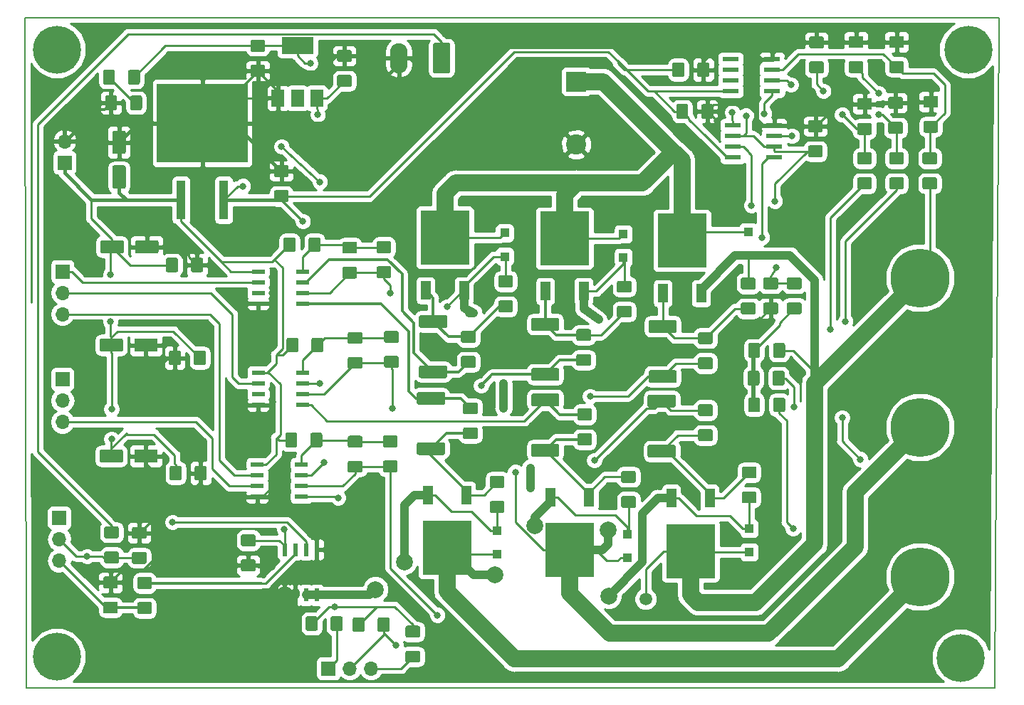
<source format=gbr>
G04 #@! TF.GenerationSoftware,KiCad,Pcbnew,(5.0.2)-1*
G04 #@! TF.CreationDate,2019-05-11T14:53:23+03:00*
G04 #@! TF.ProjectId,ESC versiune2,45534320-7665-4727-9369-756e65322e6b,rev?*
G04 #@! TF.SameCoordinates,Original*
G04 #@! TF.FileFunction,Copper,L1,Top*
G04 #@! TF.FilePolarity,Positive*
%FSLAX46Y46*%
G04 Gerber Fmt 4.6, Leading zero omitted, Abs format (unit mm)*
G04 Created by KiCad (PCBNEW (5.0.2)-1) date 5/11/2019 2:53:23 PM*
%MOMM*%
%LPD*%
G01*
G04 APERTURE LIST*
G04 #@! TA.AperFunction,NonConductor*
%ADD10C,0.150000*%
G04 #@! TD*
G04 #@! TA.AperFunction,SMDPad,CuDef*
%ADD11R,3.800000X2.000000*%
G04 #@! TD*
G04 #@! TA.AperFunction,SMDPad,CuDef*
%ADD12R,1.500000X2.000000*%
G04 #@! TD*
G04 #@! TA.AperFunction,Conductor*
%ADD13C,0.100000*%
G04 #@! TD*
G04 #@! TA.AperFunction,SMDPad,CuDef*
%ADD14C,1.425000*%
G04 #@! TD*
G04 #@! TA.AperFunction,SMDPad,CuDef*
%ADD15R,1.981200X0.558800*%
G04 #@! TD*
G04 #@! TA.AperFunction,ComponentPad*
%ADD16C,7.000000*%
G04 #@! TD*
G04 #@! TA.AperFunction,ComponentPad*
%ADD17C,2.080000*%
G04 #@! TD*
G04 #@! TA.AperFunction,ComponentPad*
%ADD18O,2.080000X3.600000*%
G04 #@! TD*
G04 #@! TA.AperFunction,ComponentPad*
%ADD19R,2.400000X2.400000*%
G04 #@! TD*
G04 #@! TA.AperFunction,ComponentPad*
%ADD20C,2.400000*%
G04 #@! TD*
G04 #@! TA.AperFunction,SMDPad,CuDef*
%ADD21R,0.600000X1.550000*%
G04 #@! TD*
G04 #@! TA.AperFunction,SMDPad,CuDef*
%ADD22R,1.100000X4.600000*%
G04 #@! TD*
G04 #@! TA.AperFunction,SMDPad,CuDef*
%ADD23R,10.800000X9.400000*%
G04 #@! TD*
G04 #@! TA.AperFunction,SMDPad,CuDef*
%ADD24C,1.600000*%
G04 #@! TD*
G04 #@! TA.AperFunction,ComponentPad*
%ADD25O,1.700000X1.700000*%
G04 #@! TD*
G04 #@! TA.AperFunction,ComponentPad*
%ADD26R,1.700000X1.700000*%
G04 #@! TD*
G04 #@! TA.AperFunction,SMDPad,CuDef*
%ADD27R,5.800000X6.400000*%
G04 #@! TD*
G04 #@! TA.AperFunction,SMDPad,CuDef*
%ADD28R,1.200000X2.200000*%
G04 #@! TD*
G04 #@! TA.AperFunction,SMDPad,CuDef*
%ADD29R,1.100000X1.100000*%
G04 #@! TD*
G04 #@! TA.AperFunction,SMDPad,CuDef*
%ADD30C,1.525000*%
G04 #@! TD*
G04 #@! TA.AperFunction,SMDPad,CuDef*
%ADD31R,1.580000X0.590000*%
G04 #@! TD*
G04 #@! TA.AperFunction,ComponentPad*
%ADD32C,5.700000*%
G04 #@! TD*
G04 #@! TA.AperFunction,ViaPad*
%ADD33C,0.800000*%
G04 #@! TD*
G04 #@! TA.AperFunction,ViaPad*
%ADD34C,2.000000*%
G04 #@! TD*
G04 #@! TA.AperFunction,ViaPad*
%ADD35C,1.500000*%
G04 #@! TD*
G04 #@! TA.AperFunction,Conductor*
%ADD36C,0.400000*%
G04 #@! TD*
G04 #@! TA.AperFunction,Conductor*
%ADD37C,0.250000*%
G04 #@! TD*
G04 #@! TA.AperFunction,Conductor*
%ADD38C,2.000000*%
G04 #@! TD*
G04 #@! TA.AperFunction,Conductor*
%ADD39C,0.300000*%
G04 #@! TD*
G04 #@! TA.AperFunction,Conductor*
%ADD40C,1.000000*%
G04 #@! TD*
G04 #@! TA.AperFunction,Conductor*
%ADD41C,0.500000*%
G04 #@! TD*
G04 #@! TA.AperFunction,Conductor*
%ADD42C,0.254000*%
G04 #@! TD*
G04 APERTURE END LIST*
D10*
X57023000Y-131318000D02*
X172212000Y-131318000D01*
X172720000Y-51562000D02*
X172212000Y-131318000D01*
X56896000Y-51562000D02*
X57023000Y-131318000D01*
X56896000Y-51562000D02*
X172720000Y-51562000D01*
D11*
G04 #@! TO.P,U3,1*
G04 #@! TO.N,/3V3*
X89281000Y-54864000D03*
D12*
X89281000Y-61164000D03*
G04 #@! TO.P,U3,3*
G04 #@! TO.N,/5V*
X91581000Y-61164000D03*
G04 #@! TO.P,U3,2*
G04 #@! TO.N,GNDREF*
X86981000Y-61164000D03*
G04 #@! TD*
D13*
G04 #@! TO.N,GNDREF*
G04 #@! TO.C,C33*
G36*
X84088504Y-116055704D02*
X84112773Y-116059304D01*
X84136571Y-116065265D01*
X84159671Y-116073530D01*
X84181849Y-116084020D01*
X84202893Y-116096633D01*
X84222598Y-116111247D01*
X84240777Y-116127723D01*
X84257253Y-116145902D01*
X84271867Y-116165607D01*
X84284480Y-116186651D01*
X84294970Y-116208829D01*
X84303235Y-116231929D01*
X84309196Y-116255727D01*
X84312796Y-116279996D01*
X84314000Y-116304500D01*
X84314000Y-117229500D01*
X84312796Y-117254004D01*
X84309196Y-117278273D01*
X84303235Y-117302071D01*
X84294970Y-117325171D01*
X84284480Y-117347349D01*
X84271867Y-117368393D01*
X84257253Y-117388098D01*
X84240777Y-117406277D01*
X84222598Y-117422753D01*
X84202893Y-117437367D01*
X84181849Y-117449980D01*
X84159671Y-117460470D01*
X84136571Y-117468735D01*
X84112773Y-117474696D01*
X84088504Y-117478296D01*
X84064000Y-117479500D01*
X82814000Y-117479500D01*
X82789496Y-117478296D01*
X82765227Y-117474696D01*
X82741429Y-117468735D01*
X82718329Y-117460470D01*
X82696151Y-117449980D01*
X82675107Y-117437367D01*
X82655402Y-117422753D01*
X82637223Y-117406277D01*
X82620747Y-117388098D01*
X82606133Y-117368393D01*
X82593520Y-117347349D01*
X82583030Y-117325171D01*
X82574765Y-117302071D01*
X82568804Y-117278273D01*
X82565204Y-117254004D01*
X82564000Y-117229500D01*
X82564000Y-116304500D01*
X82565204Y-116279996D01*
X82568804Y-116255727D01*
X82574765Y-116231929D01*
X82583030Y-116208829D01*
X82593520Y-116186651D01*
X82606133Y-116165607D01*
X82620747Y-116145902D01*
X82637223Y-116127723D01*
X82655402Y-116111247D01*
X82675107Y-116096633D01*
X82696151Y-116084020D01*
X82718329Y-116073530D01*
X82741429Y-116065265D01*
X82765227Y-116059304D01*
X82789496Y-116055704D01*
X82814000Y-116054500D01*
X84064000Y-116054500D01*
X84088504Y-116055704D01*
X84088504Y-116055704D01*
G37*
D14*
G04 #@! TD*
G04 #@! TO.P,C33,2*
G04 #@! TO.N,GNDREF*
X83439000Y-116767000D03*
D13*
G04 #@! TO.N,/3V3*
G04 #@! TO.C,C33*
G36*
X84088504Y-113080704D02*
X84112773Y-113084304D01*
X84136571Y-113090265D01*
X84159671Y-113098530D01*
X84181849Y-113109020D01*
X84202893Y-113121633D01*
X84222598Y-113136247D01*
X84240777Y-113152723D01*
X84257253Y-113170902D01*
X84271867Y-113190607D01*
X84284480Y-113211651D01*
X84294970Y-113233829D01*
X84303235Y-113256929D01*
X84309196Y-113280727D01*
X84312796Y-113304996D01*
X84314000Y-113329500D01*
X84314000Y-114254500D01*
X84312796Y-114279004D01*
X84309196Y-114303273D01*
X84303235Y-114327071D01*
X84294970Y-114350171D01*
X84284480Y-114372349D01*
X84271867Y-114393393D01*
X84257253Y-114413098D01*
X84240777Y-114431277D01*
X84222598Y-114447753D01*
X84202893Y-114462367D01*
X84181849Y-114474980D01*
X84159671Y-114485470D01*
X84136571Y-114493735D01*
X84112773Y-114499696D01*
X84088504Y-114503296D01*
X84064000Y-114504500D01*
X82814000Y-114504500D01*
X82789496Y-114503296D01*
X82765227Y-114499696D01*
X82741429Y-114493735D01*
X82718329Y-114485470D01*
X82696151Y-114474980D01*
X82675107Y-114462367D01*
X82655402Y-114447753D01*
X82637223Y-114431277D01*
X82620747Y-114413098D01*
X82606133Y-114393393D01*
X82593520Y-114372349D01*
X82583030Y-114350171D01*
X82574765Y-114327071D01*
X82568804Y-114303273D01*
X82565204Y-114279004D01*
X82564000Y-114254500D01*
X82564000Y-113329500D01*
X82565204Y-113304996D01*
X82568804Y-113280727D01*
X82574765Y-113256929D01*
X82583030Y-113233829D01*
X82593520Y-113211651D01*
X82606133Y-113190607D01*
X82620747Y-113170902D01*
X82637223Y-113152723D01*
X82655402Y-113136247D01*
X82675107Y-113121633D01*
X82696151Y-113109020D01*
X82718329Y-113098530D01*
X82741429Y-113090265D01*
X82765227Y-113084304D01*
X82789496Y-113080704D01*
X82814000Y-113079500D01*
X84064000Y-113079500D01*
X84088504Y-113080704D01*
X84088504Y-113080704D01*
G37*
D14*
G04 #@! TD*
G04 #@! TO.P,C33,1*
G04 #@! TO.N,/3V3*
X83439000Y-113792000D03*
D13*
G04 #@! TO.N,/BEMF_C*
G04 #@! TO.C,C24*
G36*
X161177504Y-56746704D02*
X161201773Y-56750304D01*
X161225571Y-56756265D01*
X161248671Y-56764530D01*
X161270849Y-56775020D01*
X161291893Y-56787633D01*
X161311598Y-56802247D01*
X161329777Y-56818723D01*
X161346253Y-56836902D01*
X161360867Y-56856607D01*
X161373480Y-56877651D01*
X161383970Y-56899829D01*
X161392235Y-56922929D01*
X161398196Y-56946727D01*
X161401796Y-56970996D01*
X161403000Y-56995500D01*
X161403000Y-57920500D01*
X161401796Y-57945004D01*
X161398196Y-57969273D01*
X161392235Y-57993071D01*
X161383970Y-58016171D01*
X161373480Y-58038349D01*
X161360867Y-58059393D01*
X161346253Y-58079098D01*
X161329777Y-58097277D01*
X161311598Y-58113753D01*
X161291893Y-58128367D01*
X161270849Y-58140980D01*
X161248671Y-58151470D01*
X161225571Y-58159735D01*
X161201773Y-58165696D01*
X161177504Y-58169296D01*
X161153000Y-58170500D01*
X159903000Y-58170500D01*
X159878496Y-58169296D01*
X159854227Y-58165696D01*
X159830429Y-58159735D01*
X159807329Y-58151470D01*
X159785151Y-58140980D01*
X159764107Y-58128367D01*
X159744402Y-58113753D01*
X159726223Y-58097277D01*
X159709747Y-58079098D01*
X159695133Y-58059393D01*
X159682520Y-58038349D01*
X159672030Y-58016171D01*
X159663765Y-57993071D01*
X159657804Y-57969273D01*
X159654204Y-57945004D01*
X159653000Y-57920500D01*
X159653000Y-56995500D01*
X159654204Y-56970996D01*
X159657804Y-56946727D01*
X159663765Y-56922929D01*
X159672030Y-56899829D01*
X159682520Y-56877651D01*
X159695133Y-56856607D01*
X159709747Y-56836902D01*
X159726223Y-56818723D01*
X159744402Y-56802247D01*
X159764107Y-56787633D01*
X159785151Y-56775020D01*
X159807329Y-56764530D01*
X159830429Y-56756265D01*
X159854227Y-56750304D01*
X159878496Y-56746704D01*
X159903000Y-56745500D01*
X161153000Y-56745500D01*
X161177504Y-56746704D01*
X161177504Y-56746704D01*
G37*
D14*
G04 #@! TD*
G04 #@! TO.P,C24,1*
G04 #@! TO.N,/BEMF_C*
X160528000Y-57458000D03*
D13*
G04 #@! TO.N,GNDREF*
G04 #@! TO.C,C24*
G36*
X161177504Y-53771704D02*
X161201773Y-53775304D01*
X161225571Y-53781265D01*
X161248671Y-53789530D01*
X161270849Y-53800020D01*
X161291893Y-53812633D01*
X161311598Y-53827247D01*
X161329777Y-53843723D01*
X161346253Y-53861902D01*
X161360867Y-53881607D01*
X161373480Y-53902651D01*
X161383970Y-53924829D01*
X161392235Y-53947929D01*
X161398196Y-53971727D01*
X161401796Y-53995996D01*
X161403000Y-54020500D01*
X161403000Y-54945500D01*
X161401796Y-54970004D01*
X161398196Y-54994273D01*
X161392235Y-55018071D01*
X161383970Y-55041171D01*
X161373480Y-55063349D01*
X161360867Y-55084393D01*
X161346253Y-55104098D01*
X161329777Y-55122277D01*
X161311598Y-55138753D01*
X161291893Y-55153367D01*
X161270849Y-55165980D01*
X161248671Y-55176470D01*
X161225571Y-55184735D01*
X161201773Y-55190696D01*
X161177504Y-55194296D01*
X161153000Y-55195500D01*
X159903000Y-55195500D01*
X159878496Y-55194296D01*
X159854227Y-55190696D01*
X159830429Y-55184735D01*
X159807329Y-55176470D01*
X159785151Y-55165980D01*
X159764107Y-55153367D01*
X159744402Y-55138753D01*
X159726223Y-55122277D01*
X159709747Y-55104098D01*
X159695133Y-55084393D01*
X159682520Y-55063349D01*
X159672030Y-55041171D01*
X159663765Y-55018071D01*
X159657804Y-54994273D01*
X159654204Y-54970004D01*
X159653000Y-54945500D01*
X159653000Y-54020500D01*
X159654204Y-53995996D01*
X159657804Y-53971727D01*
X159663765Y-53947929D01*
X159672030Y-53924829D01*
X159682520Y-53902651D01*
X159695133Y-53881607D01*
X159709747Y-53861902D01*
X159726223Y-53843723D01*
X159744402Y-53827247D01*
X159764107Y-53812633D01*
X159785151Y-53800020D01*
X159807329Y-53789530D01*
X159830429Y-53781265D01*
X159854227Y-53775304D01*
X159878496Y-53771704D01*
X159903000Y-53770500D01*
X161153000Y-53770500D01*
X161177504Y-53771704D01*
X161177504Y-53771704D01*
G37*
D14*
G04 #@! TD*
G04 #@! TO.P,C24,2*
G04 #@! TO.N,GNDREF*
X160528000Y-54483000D03*
D13*
G04 #@! TO.N,GNDREF*
G04 #@! TO.C,C22*
G36*
X156351504Y-53771704D02*
X156375773Y-53775304D01*
X156399571Y-53781265D01*
X156422671Y-53789530D01*
X156444849Y-53800020D01*
X156465893Y-53812633D01*
X156485598Y-53827247D01*
X156503777Y-53843723D01*
X156520253Y-53861902D01*
X156534867Y-53881607D01*
X156547480Y-53902651D01*
X156557970Y-53924829D01*
X156566235Y-53947929D01*
X156572196Y-53971727D01*
X156575796Y-53995996D01*
X156577000Y-54020500D01*
X156577000Y-54945500D01*
X156575796Y-54970004D01*
X156572196Y-54994273D01*
X156566235Y-55018071D01*
X156557970Y-55041171D01*
X156547480Y-55063349D01*
X156534867Y-55084393D01*
X156520253Y-55104098D01*
X156503777Y-55122277D01*
X156485598Y-55138753D01*
X156465893Y-55153367D01*
X156444849Y-55165980D01*
X156422671Y-55176470D01*
X156399571Y-55184735D01*
X156375773Y-55190696D01*
X156351504Y-55194296D01*
X156327000Y-55195500D01*
X155077000Y-55195500D01*
X155052496Y-55194296D01*
X155028227Y-55190696D01*
X155004429Y-55184735D01*
X154981329Y-55176470D01*
X154959151Y-55165980D01*
X154938107Y-55153367D01*
X154918402Y-55138753D01*
X154900223Y-55122277D01*
X154883747Y-55104098D01*
X154869133Y-55084393D01*
X154856520Y-55063349D01*
X154846030Y-55041171D01*
X154837765Y-55018071D01*
X154831804Y-54994273D01*
X154828204Y-54970004D01*
X154827000Y-54945500D01*
X154827000Y-54020500D01*
X154828204Y-53995996D01*
X154831804Y-53971727D01*
X154837765Y-53947929D01*
X154846030Y-53924829D01*
X154856520Y-53902651D01*
X154869133Y-53881607D01*
X154883747Y-53861902D01*
X154900223Y-53843723D01*
X154918402Y-53827247D01*
X154938107Y-53812633D01*
X154959151Y-53800020D01*
X154981329Y-53789530D01*
X155004429Y-53781265D01*
X155028227Y-53775304D01*
X155052496Y-53771704D01*
X155077000Y-53770500D01*
X156327000Y-53770500D01*
X156351504Y-53771704D01*
X156351504Y-53771704D01*
G37*
D14*
G04 #@! TD*
G04 #@! TO.P,C22,2*
G04 #@! TO.N,GNDREF*
X155702000Y-54483000D03*
D13*
G04 #@! TO.N,/BEMF_B*
G04 #@! TO.C,C22*
G36*
X156351504Y-56746704D02*
X156375773Y-56750304D01*
X156399571Y-56756265D01*
X156422671Y-56764530D01*
X156444849Y-56775020D01*
X156465893Y-56787633D01*
X156485598Y-56802247D01*
X156503777Y-56818723D01*
X156520253Y-56836902D01*
X156534867Y-56856607D01*
X156547480Y-56877651D01*
X156557970Y-56899829D01*
X156566235Y-56922929D01*
X156572196Y-56946727D01*
X156575796Y-56970996D01*
X156577000Y-56995500D01*
X156577000Y-57920500D01*
X156575796Y-57945004D01*
X156572196Y-57969273D01*
X156566235Y-57993071D01*
X156557970Y-58016171D01*
X156547480Y-58038349D01*
X156534867Y-58059393D01*
X156520253Y-58079098D01*
X156503777Y-58097277D01*
X156485598Y-58113753D01*
X156465893Y-58128367D01*
X156444849Y-58140980D01*
X156422671Y-58151470D01*
X156399571Y-58159735D01*
X156375773Y-58165696D01*
X156351504Y-58169296D01*
X156327000Y-58170500D01*
X155077000Y-58170500D01*
X155052496Y-58169296D01*
X155028227Y-58165696D01*
X155004429Y-58159735D01*
X154981329Y-58151470D01*
X154959151Y-58140980D01*
X154938107Y-58128367D01*
X154918402Y-58113753D01*
X154900223Y-58097277D01*
X154883747Y-58079098D01*
X154869133Y-58059393D01*
X154856520Y-58038349D01*
X154846030Y-58016171D01*
X154837765Y-57993071D01*
X154831804Y-57969273D01*
X154828204Y-57945004D01*
X154827000Y-57920500D01*
X154827000Y-56995500D01*
X154828204Y-56970996D01*
X154831804Y-56946727D01*
X154837765Y-56922929D01*
X154846030Y-56899829D01*
X154856520Y-56877651D01*
X154869133Y-56856607D01*
X154883747Y-56836902D01*
X154900223Y-56818723D01*
X154918402Y-56802247D01*
X154938107Y-56787633D01*
X154959151Y-56775020D01*
X154981329Y-56764530D01*
X155004429Y-56756265D01*
X155028227Y-56750304D01*
X155052496Y-56746704D01*
X155077000Y-56745500D01*
X156327000Y-56745500D01*
X156351504Y-56746704D01*
X156351504Y-56746704D01*
G37*
D14*
G04 #@! TD*
G04 #@! TO.P,C22,1*
G04 #@! TO.N,/BEMF_B*
X155702000Y-57458000D03*
D13*
G04 #@! TO.N,/BEMF_A*
G04 #@! TO.C,C21*
G36*
X151652504Y-56783204D02*
X151676773Y-56786804D01*
X151700571Y-56792765D01*
X151723671Y-56801030D01*
X151745849Y-56811520D01*
X151766893Y-56824133D01*
X151786598Y-56838747D01*
X151804777Y-56855223D01*
X151821253Y-56873402D01*
X151835867Y-56893107D01*
X151848480Y-56914151D01*
X151858970Y-56936329D01*
X151867235Y-56959429D01*
X151873196Y-56983227D01*
X151876796Y-57007496D01*
X151878000Y-57032000D01*
X151878000Y-57957000D01*
X151876796Y-57981504D01*
X151873196Y-58005773D01*
X151867235Y-58029571D01*
X151858970Y-58052671D01*
X151848480Y-58074849D01*
X151835867Y-58095893D01*
X151821253Y-58115598D01*
X151804777Y-58133777D01*
X151786598Y-58150253D01*
X151766893Y-58164867D01*
X151745849Y-58177480D01*
X151723671Y-58187970D01*
X151700571Y-58196235D01*
X151676773Y-58202196D01*
X151652504Y-58205796D01*
X151628000Y-58207000D01*
X150378000Y-58207000D01*
X150353496Y-58205796D01*
X150329227Y-58202196D01*
X150305429Y-58196235D01*
X150282329Y-58187970D01*
X150260151Y-58177480D01*
X150239107Y-58164867D01*
X150219402Y-58150253D01*
X150201223Y-58133777D01*
X150184747Y-58115598D01*
X150170133Y-58095893D01*
X150157520Y-58074849D01*
X150147030Y-58052671D01*
X150138765Y-58029571D01*
X150132804Y-58005773D01*
X150129204Y-57981504D01*
X150128000Y-57957000D01*
X150128000Y-57032000D01*
X150129204Y-57007496D01*
X150132804Y-56983227D01*
X150138765Y-56959429D01*
X150147030Y-56936329D01*
X150157520Y-56914151D01*
X150170133Y-56893107D01*
X150184747Y-56873402D01*
X150201223Y-56855223D01*
X150219402Y-56838747D01*
X150239107Y-56824133D01*
X150260151Y-56811520D01*
X150282329Y-56801030D01*
X150305429Y-56792765D01*
X150329227Y-56786804D01*
X150353496Y-56783204D01*
X150378000Y-56782000D01*
X151628000Y-56782000D01*
X151652504Y-56783204D01*
X151652504Y-56783204D01*
G37*
D14*
G04 #@! TD*
G04 #@! TO.P,C21,1*
G04 #@! TO.N,/BEMF_A*
X151003000Y-57494500D03*
D13*
G04 #@! TO.N,GNDREF*
G04 #@! TO.C,C21*
G36*
X151652504Y-53808204D02*
X151676773Y-53811804D01*
X151700571Y-53817765D01*
X151723671Y-53826030D01*
X151745849Y-53836520D01*
X151766893Y-53849133D01*
X151786598Y-53863747D01*
X151804777Y-53880223D01*
X151821253Y-53898402D01*
X151835867Y-53918107D01*
X151848480Y-53939151D01*
X151858970Y-53961329D01*
X151867235Y-53984429D01*
X151873196Y-54008227D01*
X151876796Y-54032496D01*
X151878000Y-54057000D01*
X151878000Y-54982000D01*
X151876796Y-55006504D01*
X151873196Y-55030773D01*
X151867235Y-55054571D01*
X151858970Y-55077671D01*
X151848480Y-55099849D01*
X151835867Y-55120893D01*
X151821253Y-55140598D01*
X151804777Y-55158777D01*
X151786598Y-55175253D01*
X151766893Y-55189867D01*
X151745849Y-55202480D01*
X151723671Y-55212970D01*
X151700571Y-55221235D01*
X151676773Y-55227196D01*
X151652504Y-55230796D01*
X151628000Y-55232000D01*
X150378000Y-55232000D01*
X150353496Y-55230796D01*
X150329227Y-55227196D01*
X150305429Y-55221235D01*
X150282329Y-55212970D01*
X150260151Y-55202480D01*
X150239107Y-55189867D01*
X150219402Y-55175253D01*
X150201223Y-55158777D01*
X150184747Y-55140598D01*
X150170133Y-55120893D01*
X150157520Y-55099849D01*
X150147030Y-55077671D01*
X150138765Y-55054571D01*
X150132804Y-55030773D01*
X150129204Y-55006504D01*
X150128000Y-54982000D01*
X150128000Y-54057000D01*
X150129204Y-54032496D01*
X150132804Y-54008227D01*
X150138765Y-53984429D01*
X150147030Y-53961329D01*
X150157520Y-53939151D01*
X150170133Y-53918107D01*
X150184747Y-53898402D01*
X150201223Y-53880223D01*
X150219402Y-53863747D01*
X150239107Y-53849133D01*
X150260151Y-53836520D01*
X150282329Y-53826030D01*
X150305429Y-53817765D01*
X150329227Y-53811804D01*
X150353496Y-53808204D01*
X150378000Y-53807000D01*
X151628000Y-53807000D01*
X151652504Y-53808204D01*
X151652504Y-53808204D01*
G37*
D14*
G04 #@! TD*
G04 #@! TO.P,C21,2*
G04 #@! TO.N,GNDREF*
X151003000Y-54519500D03*
D13*
G04 #@! TO.N,GNDREF*
G04 #@! TO.C,C20*
G36*
X151525504Y-63804704D02*
X151549773Y-63808304D01*
X151573571Y-63814265D01*
X151596671Y-63822530D01*
X151618849Y-63833020D01*
X151639893Y-63845633D01*
X151659598Y-63860247D01*
X151677777Y-63876723D01*
X151694253Y-63894902D01*
X151708867Y-63914607D01*
X151721480Y-63935651D01*
X151731970Y-63957829D01*
X151740235Y-63980929D01*
X151746196Y-64004727D01*
X151749796Y-64028996D01*
X151751000Y-64053500D01*
X151751000Y-64978500D01*
X151749796Y-65003004D01*
X151746196Y-65027273D01*
X151740235Y-65051071D01*
X151731970Y-65074171D01*
X151721480Y-65096349D01*
X151708867Y-65117393D01*
X151694253Y-65137098D01*
X151677777Y-65155277D01*
X151659598Y-65171753D01*
X151639893Y-65186367D01*
X151618849Y-65198980D01*
X151596671Y-65209470D01*
X151573571Y-65217735D01*
X151549773Y-65223696D01*
X151525504Y-65227296D01*
X151501000Y-65228500D01*
X150251000Y-65228500D01*
X150226496Y-65227296D01*
X150202227Y-65223696D01*
X150178429Y-65217735D01*
X150155329Y-65209470D01*
X150133151Y-65198980D01*
X150112107Y-65186367D01*
X150092402Y-65171753D01*
X150074223Y-65155277D01*
X150057747Y-65137098D01*
X150043133Y-65117393D01*
X150030520Y-65096349D01*
X150020030Y-65074171D01*
X150011765Y-65051071D01*
X150005804Y-65027273D01*
X150002204Y-65003004D01*
X150001000Y-64978500D01*
X150001000Y-64053500D01*
X150002204Y-64028996D01*
X150005804Y-64004727D01*
X150011765Y-63980929D01*
X150020030Y-63957829D01*
X150030520Y-63935651D01*
X150043133Y-63914607D01*
X150057747Y-63894902D01*
X150074223Y-63876723D01*
X150092402Y-63860247D01*
X150112107Y-63845633D01*
X150133151Y-63833020D01*
X150155329Y-63822530D01*
X150178429Y-63814265D01*
X150202227Y-63808304D01*
X150226496Y-63804704D01*
X150251000Y-63803500D01*
X151501000Y-63803500D01*
X151525504Y-63804704D01*
X151525504Y-63804704D01*
G37*
D14*
G04 #@! TD*
G04 #@! TO.P,C20,2*
G04 #@! TO.N,GNDREF*
X150876000Y-64516000D03*
D13*
G04 #@! TO.N,/BEMF_REF*
G04 #@! TO.C,C20*
G36*
X151525504Y-66779704D02*
X151549773Y-66783304D01*
X151573571Y-66789265D01*
X151596671Y-66797530D01*
X151618849Y-66808020D01*
X151639893Y-66820633D01*
X151659598Y-66835247D01*
X151677777Y-66851723D01*
X151694253Y-66869902D01*
X151708867Y-66889607D01*
X151721480Y-66910651D01*
X151731970Y-66932829D01*
X151740235Y-66955929D01*
X151746196Y-66979727D01*
X151749796Y-67003996D01*
X151751000Y-67028500D01*
X151751000Y-67953500D01*
X151749796Y-67978004D01*
X151746196Y-68002273D01*
X151740235Y-68026071D01*
X151731970Y-68049171D01*
X151721480Y-68071349D01*
X151708867Y-68092393D01*
X151694253Y-68112098D01*
X151677777Y-68130277D01*
X151659598Y-68146753D01*
X151639893Y-68161367D01*
X151618849Y-68173980D01*
X151596671Y-68184470D01*
X151573571Y-68192735D01*
X151549773Y-68198696D01*
X151525504Y-68202296D01*
X151501000Y-68203500D01*
X150251000Y-68203500D01*
X150226496Y-68202296D01*
X150202227Y-68198696D01*
X150178429Y-68192735D01*
X150155329Y-68184470D01*
X150133151Y-68173980D01*
X150112107Y-68161367D01*
X150092402Y-68146753D01*
X150074223Y-68130277D01*
X150057747Y-68112098D01*
X150043133Y-68092393D01*
X150030520Y-68071349D01*
X150020030Y-68049171D01*
X150011765Y-68026071D01*
X150005804Y-68002273D01*
X150002204Y-67978004D01*
X150001000Y-67953500D01*
X150001000Y-67028500D01*
X150002204Y-67003996D01*
X150005804Y-66979727D01*
X150011765Y-66955929D01*
X150020030Y-66932829D01*
X150030520Y-66910651D01*
X150043133Y-66889607D01*
X150057747Y-66869902D01*
X150074223Y-66851723D01*
X150092402Y-66835247D01*
X150112107Y-66820633D01*
X150133151Y-66808020D01*
X150155329Y-66797530D01*
X150178429Y-66789265D01*
X150202227Y-66783304D01*
X150226496Y-66779704D01*
X150251000Y-66778500D01*
X151501000Y-66778500D01*
X151525504Y-66779704D01*
X151525504Y-66779704D01*
G37*
D14*
G04 #@! TD*
G04 #@! TO.P,C20,1*
G04 #@! TO.N,/BEMF_REF*
X150876000Y-67491000D03*
D13*
G04 #@! TO.N,/5V*
G04 #@! TO.C,C19*
G36*
X135053004Y-56911204D02*
X135077273Y-56914804D01*
X135101071Y-56920765D01*
X135124171Y-56929030D01*
X135146349Y-56939520D01*
X135167393Y-56952133D01*
X135187098Y-56966747D01*
X135205277Y-56983223D01*
X135221753Y-57001402D01*
X135236367Y-57021107D01*
X135248980Y-57042151D01*
X135259470Y-57064329D01*
X135267735Y-57087429D01*
X135273696Y-57111227D01*
X135277296Y-57135496D01*
X135278500Y-57160000D01*
X135278500Y-58410000D01*
X135277296Y-58434504D01*
X135273696Y-58458773D01*
X135267735Y-58482571D01*
X135259470Y-58505671D01*
X135248980Y-58527849D01*
X135236367Y-58548893D01*
X135221753Y-58568598D01*
X135205277Y-58586777D01*
X135187098Y-58603253D01*
X135167393Y-58617867D01*
X135146349Y-58630480D01*
X135124171Y-58640970D01*
X135101071Y-58649235D01*
X135077273Y-58655196D01*
X135053004Y-58658796D01*
X135028500Y-58660000D01*
X134103500Y-58660000D01*
X134078996Y-58658796D01*
X134054727Y-58655196D01*
X134030929Y-58649235D01*
X134007829Y-58640970D01*
X133985651Y-58630480D01*
X133964607Y-58617867D01*
X133944902Y-58603253D01*
X133926723Y-58586777D01*
X133910247Y-58568598D01*
X133895633Y-58548893D01*
X133883020Y-58527849D01*
X133872530Y-58505671D01*
X133864265Y-58482571D01*
X133858304Y-58458773D01*
X133854704Y-58434504D01*
X133853500Y-58410000D01*
X133853500Y-57160000D01*
X133854704Y-57135496D01*
X133858304Y-57111227D01*
X133864265Y-57087429D01*
X133872530Y-57064329D01*
X133883020Y-57042151D01*
X133895633Y-57021107D01*
X133910247Y-57001402D01*
X133926723Y-56983223D01*
X133944902Y-56966747D01*
X133964607Y-56952133D01*
X133985651Y-56939520D01*
X134007829Y-56929030D01*
X134030929Y-56920765D01*
X134054727Y-56914804D01*
X134078996Y-56911204D01*
X134103500Y-56910000D01*
X135028500Y-56910000D01*
X135053004Y-56911204D01*
X135053004Y-56911204D01*
G37*
D14*
G04 #@! TD*
G04 #@! TO.P,C19,1*
G04 #@! TO.N,/5V*
X134566000Y-57785000D03*
D13*
G04 #@! TO.N,GNDREF*
G04 #@! TO.C,C19*
G36*
X138028004Y-56911204D02*
X138052273Y-56914804D01*
X138076071Y-56920765D01*
X138099171Y-56929030D01*
X138121349Y-56939520D01*
X138142393Y-56952133D01*
X138162098Y-56966747D01*
X138180277Y-56983223D01*
X138196753Y-57001402D01*
X138211367Y-57021107D01*
X138223980Y-57042151D01*
X138234470Y-57064329D01*
X138242735Y-57087429D01*
X138248696Y-57111227D01*
X138252296Y-57135496D01*
X138253500Y-57160000D01*
X138253500Y-58410000D01*
X138252296Y-58434504D01*
X138248696Y-58458773D01*
X138242735Y-58482571D01*
X138234470Y-58505671D01*
X138223980Y-58527849D01*
X138211367Y-58548893D01*
X138196753Y-58568598D01*
X138180277Y-58586777D01*
X138162098Y-58603253D01*
X138142393Y-58617867D01*
X138121349Y-58630480D01*
X138099171Y-58640970D01*
X138076071Y-58649235D01*
X138052273Y-58655196D01*
X138028004Y-58658796D01*
X138003500Y-58660000D01*
X137078500Y-58660000D01*
X137053996Y-58658796D01*
X137029727Y-58655196D01*
X137005929Y-58649235D01*
X136982829Y-58640970D01*
X136960651Y-58630480D01*
X136939607Y-58617867D01*
X136919902Y-58603253D01*
X136901723Y-58586777D01*
X136885247Y-58568598D01*
X136870633Y-58548893D01*
X136858020Y-58527849D01*
X136847530Y-58505671D01*
X136839265Y-58482571D01*
X136833304Y-58458773D01*
X136829704Y-58434504D01*
X136828500Y-58410000D01*
X136828500Y-57160000D01*
X136829704Y-57135496D01*
X136833304Y-57111227D01*
X136839265Y-57087429D01*
X136847530Y-57064329D01*
X136858020Y-57042151D01*
X136870633Y-57021107D01*
X136885247Y-57001402D01*
X136901723Y-56983223D01*
X136919902Y-56966747D01*
X136939607Y-56952133D01*
X136960651Y-56939520D01*
X136982829Y-56929030D01*
X137005929Y-56920765D01*
X137029727Y-56914804D01*
X137053996Y-56911204D01*
X137078500Y-56910000D01*
X138003500Y-56910000D01*
X138028004Y-56911204D01*
X138028004Y-56911204D01*
G37*
D14*
G04 #@! TD*
G04 #@! TO.P,C19,2*
G04 #@! TO.N,GNDREF*
X137541000Y-57785000D03*
D13*
G04 #@! TO.N,GNDREF*
G04 #@! TO.C,C18*
G36*
X138499504Y-61864204D02*
X138523773Y-61867804D01*
X138547571Y-61873765D01*
X138570671Y-61882030D01*
X138592849Y-61892520D01*
X138613893Y-61905133D01*
X138633598Y-61919747D01*
X138651777Y-61936223D01*
X138668253Y-61954402D01*
X138682867Y-61974107D01*
X138695480Y-61995151D01*
X138705970Y-62017329D01*
X138714235Y-62040429D01*
X138720196Y-62064227D01*
X138723796Y-62088496D01*
X138725000Y-62113000D01*
X138725000Y-63363000D01*
X138723796Y-63387504D01*
X138720196Y-63411773D01*
X138714235Y-63435571D01*
X138705970Y-63458671D01*
X138695480Y-63480849D01*
X138682867Y-63501893D01*
X138668253Y-63521598D01*
X138651777Y-63539777D01*
X138633598Y-63556253D01*
X138613893Y-63570867D01*
X138592849Y-63583480D01*
X138570671Y-63593970D01*
X138547571Y-63602235D01*
X138523773Y-63608196D01*
X138499504Y-63611796D01*
X138475000Y-63613000D01*
X137550000Y-63613000D01*
X137525496Y-63611796D01*
X137501227Y-63608196D01*
X137477429Y-63602235D01*
X137454329Y-63593970D01*
X137432151Y-63583480D01*
X137411107Y-63570867D01*
X137391402Y-63556253D01*
X137373223Y-63539777D01*
X137356747Y-63521598D01*
X137342133Y-63501893D01*
X137329520Y-63480849D01*
X137319030Y-63458671D01*
X137310765Y-63435571D01*
X137304804Y-63411773D01*
X137301204Y-63387504D01*
X137300000Y-63363000D01*
X137300000Y-62113000D01*
X137301204Y-62088496D01*
X137304804Y-62064227D01*
X137310765Y-62040429D01*
X137319030Y-62017329D01*
X137329520Y-61995151D01*
X137342133Y-61974107D01*
X137356747Y-61954402D01*
X137373223Y-61936223D01*
X137391402Y-61919747D01*
X137411107Y-61905133D01*
X137432151Y-61892520D01*
X137454329Y-61882030D01*
X137477429Y-61873765D01*
X137501227Y-61867804D01*
X137525496Y-61864204D01*
X137550000Y-61863000D01*
X138475000Y-61863000D01*
X138499504Y-61864204D01*
X138499504Y-61864204D01*
G37*
D14*
G04 #@! TD*
G04 #@! TO.P,C18,2*
G04 #@! TO.N,GNDREF*
X138012500Y-62738000D03*
D13*
G04 #@! TO.N,/5V*
G04 #@! TO.C,C18*
G36*
X135524504Y-61864204D02*
X135548773Y-61867804D01*
X135572571Y-61873765D01*
X135595671Y-61882030D01*
X135617849Y-61892520D01*
X135638893Y-61905133D01*
X135658598Y-61919747D01*
X135676777Y-61936223D01*
X135693253Y-61954402D01*
X135707867Y-61974107D01*
X135720480Y-61995151D01*
X135730970Y-62017329D01*
X135739235Y-62040429D01*
X135745196Y-62064227D01*
X135748796Y-62088496D01*
X135750000Y-62113000D01*
X135750000Y-63363000D01*
X135748796Y-63387504D01*
X135745196Y-63411773D01*
X135739235Y-63435571D01*
X135730970Y-63458671D01*
X135720480Y-63480849D01*
X135707867Y-63501893D01*
X135693253Y-63521598D01*
X135676777Y-63539777D01*
X135658598Y-63556253D01*
X135638893Y-63570867D01*
X135617849Y-63583480D01*
X135595671Y-63593970D01*
X135572571Y-63602235D01*
X135548773Y-63608196D01*
X135524504Y-63611796D01*
X135500000Y-63613000D01*
X134575000Y-63613000D01*
X134550496Y-63611796D01*
X134526227Y-63608196D01*
X134502429Y-63602235D01*
X134479329Y-63593970D01*
X134457151Y-63583480D01*
X134436107Y-63570867D01*
X134416402Y-63556253D01*
X134398223Y-63539777D01*
X134381747Y-63521598D01*
X134367133Y-63501893D01*
X134354520Y-63480849D01*
X134344030Y-63458671D01*
X134335765Y-63435571D01*
X134329804Y-63411773D01*
X134326204Y-63387504D01*
X134325000Y-63363000D01*
X134325000Y-62113000D01*
X134326204Y-62088496D01*
X134329804Y-62064227D01*
X134335765Y-62040429D01*
X134344030Y-62017329D01*
X134354520Y-61995151D01*
X134367133Y-61974107D01*
X134381747Y-61954402D01*
X134398223Y-61936223D01*
X134416402Y-61919747D01*
X134436107Y-61905133D01*
X134457151Y-61892520D01*
X134479329Y-61882030D01*
X134502429Y-61873765D01*
X134526227Y-61867804D01*
X134550496Y-61864204D01*
X134575000Y-61863000D01*
X135500000Y-61863000D01*
X135524504Y-61864204D01*
X135524504Y-61864204D01*
G37*
D14*
G04 #@! TD*
G04 #@! TO.P,C18,1*
G04 #@! TO.N,/5V*
X135037500Y-62738000D03*
D13*
G04 #@! TO.N,/CURRENT_SENSOR*
G04 #@! TO.C,C3*
G36*
X67705504Y-121081704D02*
X67729773Y-121085304D01*
X67753571Y-121091265D01*
X67776671Y-121099530D01*
X67798849Y-121110020D01*
X67819893Y-121122633D01*
X67839598Y-121137247D01*
X67857777Y-121153723D01*
X67874253Y-121171902D01*
X67888867Y-121191607D01*
X67901480Y-121212651D01*
X67911970Y-121234829D01*
X67920235Y-121257929D01*
X67926196Y-121281727D01*
X67929796Y-121305996D01*
X67931000Y-121330500D01*
X67931000Y-122255500D01*
X67929796Y-122280004D01*
X67926196Y-122304273D01*
X67920235Y-122328071D01*
X67911970Y-122351171D01*
X67901480Y-122373349D01*
X67888867Y-122394393D01*
X67874253Y-122414098D01*
X67857777Y-122432277D01*
X67839598Y-122448753D01*
X67819893Y-122463367D01*
X67798849Y-122475980D01*
X67776671Y-122486470D01*
X67753571Y-122494735D01*
X67729773Y-122500696D01*
X67705504Y-122504296D01*
X67681000Y-122505500D01*
X66431000Y-122505500D01*
X66406496Y-122504296D01*
X66382227Y-122500696D01*
X66358429Y-122494735D01*
X66335329Y-122486470D01*
X66313151Y-122475980D01*
X66292107Y-122463367D01*
X66272402Y-122448753D01*
X66254223Y-122432277D01*
X66237747Y-122414098D01*
X66223133Y-122394393D01*
X66210520Y-122373349D01*
X66200030Y-122351171D01*
X66191765Y-122328071D01*
X66185804Y-122304273D01*
X66182204Y-122280004D01*
X66181000Y-122255500D01*
X66181000Y-121330500D01*
X66182204Y-121305996D01*
X66185804Y-121281727D01*
X66191765Y-121257929D01*
X66200030Y-121234829D01*
X66210520Y-121212651D01*
X66223133Y-121191607D01*
X66237747Y-121171902D01*
X66254223Y-121153723D01*
X66272402Y-121137247D01*
X66292107Y-121122633D01*
X66313151Y-121110020D01*
X66335329Y-121099530D01*
X66358429Y-121091265D01*
X66382227Y-121085304D01*
X66406496Y-121081704D01*
X66431000Y-121080500D01*
X67681000Y-121080500D01*
X67705504Y-121081704D01*
X67705504Y-121081704D01*
G37*
D14*
G04 #@! TD*
G04 #@! TO.P,C3,1*
G04 #@! TO.N,/CURRENT_SENSOR*
X67056000Y-121793000D03*
D13*
G04 #@! TO.N,GNDREF*
G04 #@! TO.C,C3*
G36*
X67705504Y-118106704D02*
X67729773Y-118110304D01*
X67753571Y-118116265D01*
X67776671Y-118124530D01*
X67798849Y-118135020D01*
X67819893Y-118147633D01*
X67839598Y-118162247D01*
X67857777Y-118178723D01*
X67874253Y-118196902D01*
X67888867Y-118216607D01*
X67901480Y-118237651D01*
X67911970Y-118259829D01*
X67920235Y-118282929D01*
X67926196Y-118306727D01*
X67929796Y-118330996D01*
X67931000Y-118355500D01*
X67931000Y-119280500D01*
X67929796Y-119305004D01*
X67926196Y-119329273D01*
X67920235Y-119353071D01*
X67911970Y-119376171D01*
X67901480Y-119398349D01*
X67888867Y-119419393D01*
X67874253Y-119439098D01*
X67857777Y-119457277D01*
X67839598Y-119473753D01*
X67819893Y-119488367D01*
X67798849Y-119500980D01*
X67776671Y-119511470D01*
X67753571Y-119519735D01*
X67729773Y-119525696D01*
X67705504Y-119529296D01*
X67681000Y-119530500D01*
X66431000Y-119530500D01*
X66406496Y-119529296D01*
X66382227Y-119525696D01*
X66358429Y-119519735D01*
X66335329Y-119511470D01*
X66313151Y-119500980D01*
X66292107Y-119488367D01*
X66272402Y-119473753D01*
X66254223Y-119457277D01*
X66237747Y-119439098D01*
X66223133Y-119419393D01*
X66210520Y-119398349D01*
X66200030Y-119376171D01*
X66191765Y-119353071D01*
X66185804Y-119329273D01*
X66182204Y-119305004D01*
X66181000Y-119280500D01*
X66181000Y-118355500D01*
X66182204Y-118330996D01*
X66185804Y-118306727D01*
X66191765Y-118282929D01*
X66200030Y-118259829D01*
X66210520Y-118237651D01*
X66223133Y-118216607D01*
X66237747Y-118196902D01*
X66254223Y-118178723D01*
X66272402Y-118162247D01*
X66292107Y-118147633D01*
X66313151Y-118135020D01*
X66335329Y-118124530D01*
X66358429Y-118116265D01*
X66382227Y-118110304D01*
X66406496Y-118106704D01*
X66431000Y-118105500D01*
X67681000Y-118105500D01*
X67705504Y-118106704D01*
X67705504Y-118106704D01*
G37*
D14*
G04 #@! TD*
G04 #@! TO.P,C3,2*
G04 #@! TO.N,GNDREF*
X67056000Y-118818000D03*
D15*
G04 #@! TO.P,U7,8*
G04 #@! TO.N,/5V*
X141046200Y-68199000D03*
G04 #@! TO.P,U7,7*
G04 #@! TO.N,/EXTIB*
X141046200Y-66929000D03*
G04 #@! TO.P,U7,6*
G04 #@! TO.N,/BEMF_REF*
X141046200Y-65659000D03*
G04 #@! TO.P,U7,5*
G04 #@! TO.N,/BEMF_B*
X141046200Y-64389000D03*
G04 #@! TO.P,U7,4*
G04 #@! TO.N,GNDREF*
X145973800Y-64389000D03*
G04 #@! TO.P,U7,3*
G04 #@! TO.N,/BEMF_A*
X145973800Y-65659000D03*
G04 #@! TO.P,U7,2*
G04 #@! TO.N,/BEMF_REF*
X145973800Y-66929000D03*
G04 #@! TO.P,U7,1*
G04 #@! TO.N,/EXTIA*
X145973800Y-68199000D03*
G04 #@! TD*
G04 #@! TO.P,U8,1*
G04 #@! TO.N,/EXTIC*
X145719800Y-60325000D03*
G04 #@! TO.P,U8,2*
G04 #@! TO.N,/BEMF_REF*
X145719800Y-59055000D03*
G04 #@! TO.P,U8,3*
G04 #@! TO.N,/BEMF_C*
X145719800Y-57785000D03*
G04 #@! TO.P,U8,4*
G04 #@! TO.N,GNDREF*
X145719800Y-56515000D03*
G04 #@! TO.P,U8,5*
G04 #@! TO.N,N/C*
X140792200Y-56515000D03*
G04 #@! TO.P,U8,6*
X140792200Y-57785000D03*
G04 #@! TO.P,U8,7*
X140792200Y-59055000D03*
G04 #@! TO.P,U8,8*
G04 #@! TO.N,/5V*
X140792200Y-60325000D03*
G04 #@! TD*
D13*
G04 #@! TO.N,/5V*
G04 #@! TO.C,R30*
G36*
X103646504Y-123948704D02*
X103670773Y-123952304D01*
X103694571Y-123958265D01*
X103717671Y-123966530D01*
X103739849Y-123977020D01*
X103760893Y-123989633D01*
X103780598Y-124004247D01*
X103798777Y-124020723D01*
X103815253Y-124038902D01*
X103829867Y-124058607D01*
X103842480Y-124079651D01*
X103852970Y-124101829D01*
X103861235Y-124124929D01*
X103867196Y-124148727D01*
X103870796Y-124172996D01*
X103872000Y-124197500D01*
X103872000Y-125122500D01*
X103870796Y-125147004D01*
X103867196Y-125171273D01*
X103861235Y-125195071D01*
X103852970Y-125218171D01*
X103842480Y-125240349D01*
X103829867Y-125261393D01*
X103815253Y-125281098D01*
X103798777Y-125299277D01*
X103780598Y-125315753D01*
X103760893Y-125330367D01*
X103739849Y-125342980D01*
X103717671Y-125353470D01*
X103694571Y-125361735D01*
X103670773Y-125367696D01*
X103646504Y-125371296D01*
X103622000Y-125372500D01*
X102372000Y-125372500D01*
X102347496Y-125371296D01*
X102323227Y-125367696D01*
X102299429Y-125361735D01*
X102276329Y-125353470D01*
X102254151Y-125342980D01*
X102233107Y-125330367D01*
X102213402Y-125315753D01*
X102195223Y-125299277D01*
X102178747Y-125281098D01*
X102164133Y-125261393D01*
X102151520Y-125240349D01*
X102141030Y-125218171D01*
X102132765Y-125195071D01*
X102126804Y-125171273D01*
X102123204Y-125147004D01*
X102122000Y-125122500D01*
X102122000Y-124197500D01*
X102123204Y-124172996D01*
X102126804Y-124148727D01*
X102132765Y-124124929D01*
X102141030Y-124101829D01*
X102151520Y-124079651D01*
X102164133Y-124058607D01*
X102178747Y-124038902D01*
X102195223Y-124020723D01*
X102213402Y-124004247D01*
X102233107Y-123989633D01*
X102254151Y-123977020D01*
X102276329Y-123966530D01*
X102299429Y-123958265D01*
X102323227Y-123952304D01*
X102347496Y-123948704D01*
X102372000Y-123947500D01*
X103622000Y-123947500D01*
X103646504Y-123948704D01*
X103646504Y-123948704D01*
G37*
D14*
G04 #@! TD*
G04 #@! TO.P,R30,1*
G04 #@! TO.N,/5V*
X102997000Y-124660000D03*
D13*
G04 #@! TO.N,/EXTIC*
G04 #@! TO.C,R30*
G36*
X103646504Y-126923704D02*
X103670773Y-126927304D01*
X103694571Y-126933265D01*
X103717671Y-126941530D01*
X103739849Y-126952020D01*
X103760893Y-126964633D01*
X103780598Y-126979247D01*
X103798777Y-126995723D01*
X103815253Y-127013902D01*
X103829867Y-127033607D01*
X103842480Y-127054651D01*
X103852970Y-127076829D01*
X103861235Y-127099929D01*
X103867196Y-127123727D01*
X103870796Y-127147996D01*
X103872000Y-127172500D01*
X103872000Y-128097500D01*
X103870796Y-128122004D01*
X103867196Y-128146273D01*
X103861235Y-128170071D01*
X103852970Y-128193171D01*
X103842480Y-128215349D01*
X103829867Y-128236393D01*
X103815253Y-128256098D01*
X103798777Y-128274277D01*
X103780598Y-128290753D01*
X103760893Y-128305367D01*
X103739849Y-128317980D01*
X103717671Y-128328470D01*
X103694571Y-128336735D01*
X103670773Y-128342696D01*
X103646504Y-128346296D01*
X103622000Y-128347500D01*
X102372000Y-128347500D01*
X102347496Y-128346296D01*
X102323227Y-128342696D01*
X102299429Y-128336735D01*
X102276329Y-128328470D01*
X102254151Y-128317980D01*
X102233107Y-128305367D01*
X102213402Y-128290753D01*
X102195223Y-128274277D01*
X102178747Y-128256098D01*
X102164133Y-128236393D01*
X102151520Y-128215349D01*
X102141030Y-128193171D01*
X102132765Y-128170071D01*
X102126804Y-128146273D01*
X102123204Y-128122004D01*
X102122000Y-128097500D01*
X102122000Y-127172500D01*
X102123204Y-127147996D01*
X102126804Y-127123727D01*
X102132765Y-127099929D01*
X102141030Y-127076829D01*
X102151520Y-127054651D01*
X102164133Y-127033607D01*
X102178747Y-127013902D01*
X102195223Y-126995723D01*
X102213402Y-126979247D01*
X102233107Y-126964633D01*
X102254151Y-126952020D01*
X102276329Y-126941530D01*
X102299429Y-126933265D01*
X102323227Y-126927304D01*
X102347496Y-126923704D01*
X102372000Y-126922500D01*
X103622000Y-126922500D01*
X103646504Y-126923704D01*
X103646504Y-126923704D01*
G37*
D14*
G04 #@! TD*
G04 #@! TO.P,R30,2*
G04 #@! TO.N,/EXTIC*
X102997000Y-127635000D03*
D13*
G04 #@! TO.N,GNDREF*
G04 #@! TO.C,R25*
G36*
X157367504Y-61137704D02*
X157391773Y-61141304D01*
X157415571Y-61147265D01*
X157438671Y-61155530D01*
X157460849Y-61166020D01*
X157481893Y-61178633D01*
X157501598Y-61193247D01*
X157519777Y-61209723D01*
X157536253Y-61227902D01*
X157550867Y-61247607D01*
X157563480Y-61268651D01*
X157573970Y-61290829D01*
X157582235Y-61313929D01*
X157588196Y-61337727D01*
X157591796Y-61361996D01*
X157593000Y-61386500D01*
X157593000Y-62311500D01*
X157591796Y-62336004D01*
X157588196Y-62360273D01*
X157582235Y-62384071D01*
X157573970Y-62407171D01*
X157563480Y-62429349D01*
X157550867Y-62450393D01*
X157536253Y-62470098D01*
X157519777Y-62488277D01*
X157501598Y-62504753D01*
X157481893Y-62519367D01*
X157460849Y-62531980D01*
X157438671Y-62542470D01*
X157415571Y-62550735D01*
X157391773Y-62556696D01*
X157367504Y-62560296D01*
X157343000Y-62561500D01*
X156093000Y-62561500D01*
X156068496Y-62560296D01*
X156044227Y-62556696D01*
X156020429Y-62550735D01*
X155997329Y-62542470D01*
X155975151Y-62531980D01*
X155954107Y-62519367D01*
X155934402Y-62504753D01*
X155916223Y-62488277D01*
X155899747Y-62470098D01*
X155885133Y-62450393D01*
X155872520Y-62429349D01*
X155862030Y-62407171D01*
X155853765Y-62384071D01*
X155847804Y-62360273D01*
X155844204Y-62336004D01*
X155843000Y-62311500D01*
X155843000Y-61386500D01*
X155844204Y-61361996D01*
X155847804Y-61337727D01*
X155853765Y-61313929D01*
X155862030Y-61290829D01*
X155872520Y-61268651D01*
X155885133Y-61247607D01*
X155899747Y-61227902D01*
X155916223Y-61209723D01*
X155934402Y-61193247D01*
X155954107Y-61178633D01*
X155975151Y-61166020D01*
X155997329Y-61155530D01*
X156020429Y-61147265D01*
X156044227Y-61141304D01*
X156068496Y-61137704D01*
X156093000Y-61136500D01*
X157343000Y-61136500D01*
X157367504Y-61137704D01*
X157367504Y-61137704D01*
G37*
D14*
G04 #@! TD*
G04 #@! TO.P,R25,2*
G04 #@! TO.N,GNDREF*
X156718000Y-61849000D03*
D13*
G04 #@! TO.N,/BEMF_A*
G04 #@! TO.C,R25*
G36*
X157367504Y-64112704D02*
X157391773Y-64116304D01*
X157415571Y-64122265D01*
X157438671Y-64130530D01*
X157460849Y-64141020D01*
X157481893Y-64153633D01*
X157501598Y-64168247D01*
X157519777Y-64184723D01*
X157536253Y-64202902D01*
X157550867Y-64222607D01*
X157563480Y-64243651D01*
X157573970Y-64265829D01*
X157582235Y-64288929D01*
X157588196Y-64312727D01*
X157591796Y-64336996D01*
X157593000Y-64361500D01*
X157593000Y-65286500D01*
X157591796Y-65311004D01*
X157588196Y-65335273D01*
X157582235Y-65359071D01*
X157573970Y-65382171D01*
X157563480Y-65404349D01*
X157550867Y-65425393D01*
X157536253Y-65445098D01*
X157519777Y-65463277D01*
X157501598Y-65479753D01*
X157481893Y-65494367D01*
X157460849Y-65506980D01*
X157438671Y-65517470D01*
X157415571Y-65525735D01*
X157391773Y-65531696D01*
X157367504Y-65535296D01*
X157343000Y-65536500D01*
X156093000Y-65536500D01*
X156068496Y-65535296D01*
X156044227Y-65531696D01*
X156020429Y-65525735D01*
X155997329Y-65517470D01*
X155975151Y-65506980D01*
X155954107Y-65494367D01*
X155934402Y-65479753D01*
X155916223Y-65463277D01*
X155899747Y-65445098D01*
X155885133Y-65425393D01*
X155872520Y-65404349D01*
X155862030Y-65382171D01*
X155853765Y-65359071D01*
X155847804Y-65335273D01*
X155844204Y-65311004D01*
X155843000Y-65286500D01*
X155843000Y-64361500D01*
X155844204Y-64336996D01*
X155847804Y-64312727D01*
X155853765Y-64288929D01*
X155862030Y-64265829D01*
X155872520Y-64243651D01*
X155885133Y-64222607D01*
X155899747Y-64202902D01*
X155916223Y-64184723D01*
X155934402Y-64168247D01*
X155954107Y-64153633D01*
X155975151Y-64141020D01*
X155997329Y-64130530D01*
X156020429Y-64122265D01*
X156044227Y-64116304D01*
X156068496Y-64112704D01*
X156093000Y-64111500D01*
X157343000Y-64111500D01*
X157367504Y-64112704D01*
X157367504Y-64112704D01*
G37*
D14*
G04 #@! TD*
G04 #@! TO.P,R25,1*
G04 #@! TO.N,/BEMF_A*
X156718000Y-64824000D03*
D13*
G04 #@! TO.N,/PHASE_C*
G04 #@! TO.C,R23*
G36*
X147045004Y-90312204D02*
X147069273Y-90315804D01*
X147093071Y-90321765D01*
X147116171Y-90330030D01*
X147138349Y-90340520D01*
X147159393Y-90353133D01*
X147179098Y-90367747D01*
X147197277Y-90384223D01*
X147213753Y-90402402D01*
X147228367Y-90422107D01*
X147240980Y-90443151D01*
X147251470Y-90465329D01*
X147259735Y-90488429D01*
X147265696Y-90512227D01*
X147269296Y-90536496D01*
X147270500Y-90561000D01*
X147270500Y-91811000D01*
X147269296Y-91835504D01*
X147265696Y-91859773D01*
X147259735Y-91883571D01*
X147251470Y-91906671D01*
X147240980Y-91928849D01*
X147228367Y-91949893D01*
X147213753Y-91969598D01*
X147197277Y-91987777D01*
X147179098Y-92004253D01*
X147159393Y-92018867D01*
X147138349Y-92031480D01*
X147116171Y-92041970D01*
X147093071Y-92050235D01*
X147069273Y-92056196D01*
X147045004Y-92059796D01*
X147020500Y-92061000D01*
X146095500Y-92061000D01*
X146070996Y-92059796D01*
X146046727Y-92056196D01*
X146022929Y-92050235D01*
X145999829Y-92041970D01*
X145977651Y-92031480D01*
X145956607Y-92018867D01*
X145936902Y-92004253D01*
X145918723Y-91987777D01*
X145902247Y-91969598D01*
X145887633Y-91949893D01*
X145875020Y-91928849D01*
X145864530Y-91906671D01*
X145856265Y-91883571D01*
X145850304Y-91859773D01*
X145846704Y-91835504D01*
X145845500Y-91811000D01*
X145845500Y-90561000D01*
X145846704Y-90536496D01*
X145850304Y-90512227D01*
X145856265Y-90488429D01*
X145864530Y-90465329D01*
X145875020Y-90443151D01*
X145887633Y-90422107D01*
X145902247Y-90402402D01*
X145918723Y-90384223D01*
X145936902Y-90367747D01*
X145956607Y-90353133D01*
X145977651Y-90340520D01*
X145999829Y-90330030D01*
X146022929Y-90321765D01*
X146046727Y-90315804D01*
X146070996Y-90312204D01*
X146095500Y-90311000D01*
X147020500Y-90311000D01*
X147045004Y-90312204D01*
X147045004Y-90312204D01*
G37*
D14*
G04 #@! TD*
G04 #@! TO.P,R23,1*
G04 #@! TO.N,/PHASE_C*
X146558000Y-91186000D03*
D13*
G04 #@! TO.N,Net-(R19-Pad2)*
G04 #@! TO.C,R23*
G36*
X144070004Y-90312204D02*
X144094273Y-90315804D01*
X144118071Y-90321765D01*
X144141171Y-90330030D01*
X144163349Y-90340520D01*
X144184393Y-90353133D01*
X144204098Y-90367747D01*
X144222277Y-90384223D01*
X144238753Y-90402402D01*
X144253367Y-90422107D01*
X144265980Y-90443151D01*
X144276470Y-90465329D01*
X144284735Y-90488429D01*
X144290696Y-90512227D01*
X144294296Y-90536496D01*
X144295500Y-90561000D01*
X144295500Y-91811000D01*
X144294296Y-91835504D01*
X144290696Y-91859773D01*
X144284735Y-91883571D01*
X144276470Y-91906671D01*
X144265980Y-91928849D01*
X144253367Y-91949893D01*
X144238753Y-91969598D01*
X144222277Y-91987777D01*
X144204098Y-92004253D01*
X144184393Y-92018867D01*
X144163349Y-92031480D01*
X144141171Y-92041970D01*
X144118071Y-92050235D01*
X144094273Y-92056196D01*
X144070004Y-92059796D01*
X144045500Y-92061000D01*
X143120500Y-92061000D01*
X143095996Y-92059796D01*
X143071727Y-92056196D01*
X143047929Y-92050235D01*
X143024829Y-92041970D01*
X143002651Y-92031480D01*
X142981607Y-92018867D01*
X142961902Y-92004253D01*
X142943723Y-91987777D01*
X142927247Y-91969598D01*
X142912633Y-91949893D01*
X142900020Y-91928849D01*
X142889530Y-91906671D01*
X142881265Y-91883571D01*
X142875304Y-91859773D01*
X142871704Y-91835504D01*
X142870500Y-91811000D01*
X142870500Y-90561000D01*
X142871704Y-90536496D01*
X142875304Y-90512227D01*
X142881265Y-90488429D01*
X142889530Y-90465329D01*
X142900020Y-90443151D01*
X142912633Y-90422107D01*
X142927247Y-90402402D01*
X142943723Y-90384223D01*
X142961902Y-90367747D01*
X142981607Y-90353133D01*
X143002651Y-90340520D01*
X143024829Y-90330030D01*
X143047929Y-90321765D01*
X143071727Y-90315804D01*
X143095996Y-90312204D01*
X143120500Y-90311000D01*
X144045500Y-90311000D01*
X144070004Y-90312204D01*
X144070004Y-90312204D01*
G37*
D14*
G04 #@! TD*
G04 #@! TO.P,R23,2*
G04 #@! TO.N,Net-(R19-Pad2)*
X143583000Y-91186000D03*
D13*
G04 #@! TO.N,/BEMF_A*
G04 #@! TO.C,R24*
G36*
X157367504Y-67614704D02*
X157391773Y-67618304D01*
X157415571Y-67624265D01*
X157438671Y-67632530D01*
X157460849Y-67643020D01*
X157481893Y-67655633D01*
X157501598Y-67670247D01*
X157519777Y-67686723D01*
X157536253Y-67704902D01*
X157550867Y-67724607D01*
X157563480Y-67745651D01*
X157573970Y-67767829D01*
X157582235Y-67790929D01*
X157588196Y-67814727D01*
X157591796Y-67838996D01*
X157593000Y-67863500D01*
X157593000Y-68788500D01*
X157591796Y-68813004D01*
X157588196Y-68837273D01*
X157582235Y-68861071D01*
X157573970Y-68884171D01*
X157563480Y-68906349D01*
X157550867Y-68927393D01*
X157536253Y-68947098D01*
X157519777Y-68965277D01*
X157501598Y-68981753D01*
X157481893Y-68996367D01*
X157460849Y-69008980D01*
X157438671Y-69019470D01*
X157415571Y-69027735D01*
X157391773Y-69033696D01*
X157367504Y-69037296D01*
X157343000Y-69038500D01*
X156093000Y-69038500D01*
X156068496Y-69037296D01*
X156044227Y-69033696D01*
X156020429Y-69027735D01*
X155997329Y-69019470D01*
X155975151Y-69008980D01*
X155954107Y-68996367D01*
X155934402Y-68981753D01*
X155916223Y-68965277D01*
X155899747Y-68947098D01*
X155885133Y-68927393D01*
X155872520Y-68906349D01*
X155862030Y-68884171D01*
X155853765Y-68861071D01*
X155847804Y-68837273D01*
X155844204Y-68813004D01*
X155843000Y-68788500D01*
X155843000Y-67863500D01*
X155844204Y-67838996D01*
X155847804Y-67814727D01*
X155853765Y-67790929D01*
X155862030Y-67767829D01*
X155872520Y-67745651D01*
X155885133Y-67724607D01*
X155899747Y-67704902D01*
X155916223Y-67686723D01*
X155934402Y-67670247D01*
X155954107Y-67655633D01*
X155975151Y-67643020D01*
X155997329Y-67632530D01*
X156020429Y-67624265D01*
X156044227Y-67618304D01*
X156068496Y-67614704D01*
X156093000Y-67613500D01*
X157343000Y-67613500D01*
X157367504Y-67614704D01*
X157367504Y-67614704D01*
G37*
D14*
G04 #@! TD*
G04 #@! TO.P,R24,2*
G04 #@! TO.N,/BEMF_A*
X156718000Y-68326000D03*
D13*
G04 #@! TO.N,/PHASE_A*
G04 #@! TO.C,R24*
G36*
X157367504Y-70589704D02*
X157391773Y-70593304D01*
X157415571Y-70599265D01*
X157438671Y-70607530D01*
X157460849Y-70618020D01*
X157481893Y-70630633D01*
X157501598Y-70645247D01*
X157519777Y-70661723D01*
X157536253Y-70679902D01*
X157550867Y-70699607D01*
X157563480Y-70720651D01*
X157573970Y-70742829D01*
X157582235Y-70765929D01*
X157588196Y-70789727D01*
X157591796Y-70813996D01*
X157593000Y-70838500D01*
X157593000Y-71763500D01*
X157591796Y-71788004D01*
X157588196Y-71812273D01*
X157582235Y-71836071D01*
X157573970Y-71859171D01*
X157563480Y-71881349D01*
X157550867Y-71902393D01*
X157536253Y-71922098D01*
X157519777Y-71940277D01*
X157501598Y-71956753D01*
X157481893Y-71971367D01*
X157460849Y-71983980D01*
X157438671Y-71994470D01*
X157415571Y-72002735D01*
X157391773Y-72008696D01*
X157367504Y-72012296D01*
X157343000Y-72013500D01*
X156093000Y-72013500D01*
X156068496Y-72012296D01*
X156044227Y-72008696D01*
X156020429Y-72002735D01*
X155997329Y-71994470D01*
X155975151Y-71983980D01*
X155954107Y-71971367D01*
X155934402Y-71956753D01*
X155916223Y-71940277D01*
X155899747Y-71922098D01*
X155885133Y-71902393D01*
X155872520Y-71881349D01*
X155862030Y-71859171D01*
X155853765Y-71836071D01*
X155847804Y-71812273D01*
X155844204Y-71788004D01*
X155843000Y-71763500D01*
X155843000Y-70838500D01*
X155844204Y-70813996D01*
X155847804Y-70789727D01*
X155853765Y-70765929D01*
X155862030Y-70742829D01*
X155872520Y-70720651D01*
X155885133Y-70699607D01*
X155899747Y-70679902D01*
X155916223Y-70661723D01*
X155934402Y-70645247D01*
X155954107Y-70630633D01*
X155975151Y-70618020D01*
X155997329Y-70607530D01*
X156020429Y-70599265D01*
X156044227Y-70593304D01*
X156068496Y-70589704D01*
X156093000Y-70588500D01*
X157343000Y-70588500D01*
X157367504Y-70589704D01*
X157367504Y-70589704D01*
G37*
D14*
G04 #@! TD*
G04 #@! TO.P,R24,1*
G04 #@! TO.N,/PHASE_A*
X156718000Y-71301000D03*
D13*
G04 #@! TO.N,/PHASE_B*
G04 #@! TO.C,R26*
G36*
X161177504Y-70589704D02*
X161201773Y-70593304D01*
X161225571Y-70599265D01*
X161248671Y-70607530D01*
X161270849Y-70618020D01*
X161291893Y-70630633D01*
X161311598Y-70645247D01*
X161329777Y-70661723D01*
X161346253Y-70679902D01*
X161360867Y-70699607D01*
X161373480Y-70720651D01*
X161383970Y-70742829D01*
X161392235Y-70765929D01*
X161398196Y-70789727D01*
X161401796Y-70813996D01*
X161403000Y-70838500D01*
X161403000Y-71763500D01*
X161401796Y-71788004D01*
X161398196Y-71812273D01*
X161392235Y-71836071D01*
X161383970Y-71859171D01*
X161373480Y-71881349D01*
X161360867Y-71902393D01*
X161346253Y-71922098D01*
X161329777Y-71940277D01*
X161311598Y-71956753D01*
X161291893Y-71971367D01*
X161270849Y-71983980D01*
X161248671Y-71994470D01*
X161225571Y-72002735D01*
X161201773Y-72008696D01*
X161177504Y-72012296D01*
X161153000Y-72013500D01*
X159903000Y-72013500D01*
X159878496Y-72012296D01*
X159854227Y-72008696D01*
X159830429Y-72002735D01*
X159807329Y-71994470D01*
X159785151Y-71983980D01*
X159764107Y-71971367D01*
X159744402Y-71956753D01*
X159726223Y-71940277D01*
X159709747Y-71922098D01*
X159695133Y-71902393D01*
X159682520Y-71881349D01*
X159672030Y-71859171D01*
X159663765Y-71836071D01*
X159657804Y-71812273D01*
X159654204Y-71788004D01*
X159653000Y-71763500D01*
X159653000Y-70838500D01*
X159654204Y-70813996D01*
X159657804Y-70789727D01*
X159663765Y-70765929D01*
X159672030Y-70742829D01*
X159682520Y-70720651D01*
X159695133Y-70699607D01*
X159709747Y-70679902D01*
X159726223Y-70661723D01*
X159744402Y-70645247D01*
X159764107Y-70630633D01*
X159785151Y-70618020D01*
X159807329Y-70607530D01*
X159830429Y-70599265D01*
X159854227Y-70593304D01*
X159878496Y-70589704D01*
X159903000Y-70588500D01*
X161153000Y-70588500D01*
X161177504Y-70589704D01*
X161177504Y-70589704D01*
G37*
D14*
G04 #@! TD*
G04 #@! TO.P,R26,1*
G04 #@! TO.N,/PHASE_B*
X160528000Y-71301000D03*
D13*
G04 #@! TO.N,/BEMF_B*
G04 #@! TO.C,R26*
G36*
X161177504Y-67614704D02*
X161201773Y-67618304D01*
X161225571Y-67624265D01*
X161248671Y-67632530D01*
X161270849Y-67643020D01*
X161291893Y-67655633D01*
X161311598Y-67670247D01*
X161329777Y-67686723D01*
X161346253Y-67704902D01*
X161360867Y-67724607D01*
X161373480Y-67745651D01*
X161383970Y-67767829D01*
X161392235Y-67790929D01*
X161398196Y-67814727D01*
X161401796Y-67838996D01*
X161403000Y-67863500D01*
X161403000Y-68788500D01*
X161401796Y-68813004D01*
X161398196Y-68837273D01*
X161392235Y-68861071D01*
X161383970Y-68884171D01*
X161373480Y-68906349D01*
X161360867Y-68927393D01*
X161346253Y-68947098D01*
X161329777Y-68965277D01*
X161311598Y-68981753D01*
X161291893Y-68996367D01*
X161270849Y-69008980D01*
X161248671Y-69019470D01*
X161225571Y-69027735D01*
X161201773Y-69033696D01*
X161177504Y-69037296D01*
X161153000Y-69038500D01*
X159903000Y-69038500D01*
X159878496Y-69037296D01*
X159854227Y-69033696D01*
X159830429Y-69027735D01*
X159807329Y-69019470D01*
X159785151Y-69008980D01*
X159764107Y-68996367D01*
X159744402Y-68981753D01*
X159726223Y-68965277D01*
X159709747Y-68947098D01*
X159695133Y-68927393D01*
X159682520Y-68906349D01*
X159672030Y-68884171D01*
X159663765Y-68861071D01*
X159657804Y-68837273D01*
X159654204Y-68813004D01*
X159653000Y-68788500D01*
X159653000Y-67863500D01*
X159654204Y-67838996D01*
X159657804Y-67814727D01*
X159663765Y-67790929D01*
X159672030Y-67767829D01*
X159682520Y-67745651D01*
X159695133Y-67724607D01*
X159709747Y-67704902D01*
X159726223Y-67686723D01*
X159744402Y-67670247D01*
X159764107Y-67655633D01*
X159785151Y-67643020D01*
X159807329Y-67632530D01*
X159830429Y-67624265D01*
X159854227Y-67618304D01*
X159878496Y-67614704D01*
X159903000Y-67613500D01*
X161153000Y-67613500D01*
X161177504Y-67614704D01*
X161177504Y-67614704D01*
G37*
D14*
G04 #@! TD*
G04 #@! TO.P,R26,2*
G04 #@! TO.N,/BEMF_B*
X160528000Y-68326000D03*
D13*
G04 #@! TO.N,GNDREF*
G04 #@! TO.C,R27*
G36*
X161050504Y-61010704D02*
X161074773Y-61014304D01*
X161098571Y-61020265D01*
X161121671Y-61028530D01*
X161143849Y-61039020D01*
X161164893Y-61051633D01*
X161184598Y-61066247D01*
X161202777Y-61082723D01*
X161219253Y-61100902D01*
X161233867Y-61120607D01*
X161246480Y-61141651D01*
X161256970Y-61163829D01*
X161265235Y-61186929D01*
X161271196Y-61210727D01*
X161274796Y-61234996D01*
X161276000Y-61259500D01*
X161276000Y-62184500D01*
X161274796Y-62209004D01*
X161271196Y-62233273D01*
X161265235Y-62257071D01*
X161256970Y-62280171D01*
X161246480Y-62302349D01*
X161233867Y-62323393D01*
X161219253Y-62343098D01*
X161202777Y-62361277D01*
X161184598Y-62377753D01*
X161164893Y-62392367D01*
X161143849Y-62404980D01*
X161121671Y-62415470D01*
X161098571Y-62423735D01*
X161074773Y-62429696D01*
X161050504Y-62433296D01*
X161026000Y-62434500D01*
X159776000Y-62434500D01*
X159751496Y-62433296D01*
X159727227Y-62429696D01*
X159703429Y-62423735D01*
X159680329Y-62415470D01*
X159658151Y-62404980D01*
X159637107Y-62392367D01*
X159617402Y-62377753D01*
X159599223Y-62361277D01*
X159582747Y-62343098D01*
X159568133Y-62323393D01*
X159555520Y-62302349D01*
X159545030Y-62280171D01*
X159536765Y-62257071D01*
X159530804Y-62233273D01*
X159527204Y-62209004D01*
X159526000Y-62184500D01*
X159526000Y-61259500D01*
X159527204Y-61234996D01*
X159530804Y-61210727D01*
X159536765Y-61186929D01*
X159545030Y-61163829D01*
X159555520Y-61141651D01*
X159568133Y-61120607D01*
X159582747Y-61100902D01*
X159599223Y-61082723D01*
X159617402Y-61066247D01*
X159637107Y-61051633D01*
X159658151Y-61039020D01*
X159680329Y-61028530D01*
X159703429Y-61020265D01*
X159727227Y-61014304D01*
X159751496Y-61010704D01*
X159776000Y-61009500D01*
X161026000Y-61009500D01*
X161050504Y-61010704D01*
X161050504Y-61010704D01*
G37*
D14*
G04 #@! TD*
G04 #@! TO.P,R27,2*
G04 #@! TO.N,GNDREF*
X160401000Y-61722000D03*
D13*
G04 #@! TO.N,/BEMF_B*
G04 #@! TO.C,R27*
G36*
X161050504Y-63985704D02*
X161074773Y-63989304D01*
X161098571Y-63995265D01*
X161121671Y-64003530D01*
X161143849Y-64014020D01*
X161164893Y-64026633D01*
X161184598Y-64041247D01*
X161202777Y-64057723D01*
X161219253Y-64075902D01*
X161233867Y-64095607D01*
X161246480Y-64116651D01*
X161256970Y-64138829D01*
X161265235Y-64161929D01*
X161271196Y-64185727D01*
X161274796Y-64209996D01*
X161276000Y-64234500D01*
X161276000Y-65159500D01*
X161274796Y-65184004D01*
X161271196Y-65208273D01*
X161265235Y-65232071D01*
X161256970Y-65255171D01*
X161246480Y-65277349D01*
X161233867Y-65298393D01*
X161219253Y-65318098D01*
X161202777Y-65336277D01*
X161184598Y-65352753D01*
X161164893Y-65367367D01*
X161143849Y-65379980D01*
X161121671Y-65390470D01*
X161098571Y-65398735D01*
X161074773Y-65404696D01*
X161050504Y-65408296D01*
X161026000Y-65409500D01*
X159776000Y-65409500D01*
X159751496Y-65408296D01*
X159727227Y-65404696D01*
X159703429Y-65398735D01*
X159680329Y-65390470D01*
X159658151Y-65379980D01*
X159637107Y-65367367D01*
X159617402Y-65352753D01*
X159599223Y-65336277D01*
X159582747Y-65318098D01*
X159568133Y-65298393D01*
X159555520Y-65277349D01*
X159545030Y-65255171D01*
X159536765Y-65232071D01*
X159530804Y-65208273D01*
X159527204Y-65184004D01*
X159526000Y-65159500D01*
X159526000Y-64234500D01*
X159527204Y-64209996D01*
X159530804Y-64185727D01*
X159536765Y-64161929D01*
X159545030Y-64138829D01*
X159555520Y-64116651D01*
X159568133Y-64095607D01*
X159582747Y-64075902D01*
X159599223Y-64057723D01*
X159617402Y-64041247D01*
X159637107Y-64026633D01*
X159658151Y-64014020D01*
X159680329Y-64003530D01*
X159703429Y-63995265D01*
X159727227Y-63989304D01*
X159751496Y-63985704D01*
X159776000Y-63984500D01*
X161026000Y-63984500D01*
X161050504Y-63985704D01*
X161050504Y-63985704D01*
G37*
D14*
G04 #@! TD*
G04 #@! TO.P,R27,1*
G04 #@! TO.N,/BEMF_B*
X160401000Y-64697000D03*
D13*
G04 #@! TO.N,/5V*
G04 #@! TO.C,R28*
G36*
X91455504Y-122824204D02*
X91479773Y-122827804D01*
X91503571Y-122833765D01*
X91526671Y-122842030D01*
X91548849Y-122852520D01*
X91569893Y-122865133D01*
X91589598Y-122879747D01*
X91607777Y-122896223D01*
X91624253Y-122914402D01*
X91638867Y-122934107D01*
X91651480Y-122955151D01*
X91661970Y-122977329D01*
X91670235Y-123000429D01*
X91676196Y-123024227D01*
X91679796Y-123048496D01*
X91681000Y-123073000D01*
X91681000Y-124323000D01*
X91679796Y-124347504D01*
X91676196Y-124371773D01*
X91670235Y-124395571D01*
X91661970Y-124418671D01*
X91651480Y-124440849D01*
X91638867Y-124461893D01*
X91624253Y-124481598D01*
X91607777Y-124499777D01*
X91589598Y-124516253D01*
X91569893Y-124530867D01*
X91548849Y-124543480D01*
X91526671Y-124553970D01*
X91503571Y-124562235D01*
X91479773Y-124568196D01*
X91455504Y-124571796D01*
X91431000Y-124573000D01*
X90506000Y-124573000D01*
X90481496Y-124571796D01*
X90457227Y-124568196D01*
X90433429Y-124562235D01*
X90410329Y-124553970D01*
X90388151Y-124543480D01*
X90367107Y-124530867D01*
X90347402Y-124516253D01*
X90329223Y-124499777D01*
X90312747Y-124481598D01*
X90298133Y-124461893D01*
X90285520Y-124440849D01*
X90275030Y-124418671D01*
X90266765Y-124395571D01*
X90260804Y-124371773D01*
X90257204Y-124347504D01*
X90256000Y-124323000D01*
X90256000Y-123073000D01*
X90257204Y-123048496D01*
X90260804Y-123024227D01*
X90266765Y-123000429D01*
X90275030Y-122977329D01*
X90285520Y-122955151D01*
X90298133Y-122934107D01*
X90312747Y-122914402D01*
X90329223Y-122896223D01*
X90347402Y-122879747D01*
X90367107Y-122865133D01*
X90388151Y-122852520D01*
X90410329Y-122842030D01*
X90433429Y-122833765D01*
X90457227Y-122827804D01*
X90481496Y-122824204D01*
X90506000Y-122823000D01*
X91431000Y-122823000D01*
X91455504Y-122824204D01*
X91455504Y-122824204D01*
G37*
D14*
G04 #@! TD*
G04 #@! TO.P,R28,1*
G04 #@! TO.N,/5V*
X90968500Y-123698000D03*
D13*
G04 #@! TO.N,/EXTIA*
G04 #@! TO.C,R28*
G36*
X94430504Y-122824204D02*
X94454773Y-122827804D01*
X94478571Y-122833765D01*
X94501671Y-122842030D01*
X94523849Y-122852520D01*
X94544893Y-122865133D01*
X94564598Y-122879747D01*
X94582777Y-122896223D01*
X94599253Y-122914402D01*
X94613867Y-122934107D01*
X94626480Y-122955151D01*
X94636970Y-122977329D01*
X94645235Y-123000429D01*
X94651196Y-123024227D01*
X94654796Y-123048496D01*
X94656000Y-123073000D01*
X94656000Y-124323000D01*
X94654796Y-124347504D01*
X94651196Y-124371773D01*
X94645235Y-124395571D01*
X94636970Y-124418671D01*
X94626480Y-124440849D01*
X94613867Y-124461893D01*
X94599253Y-124481598D01*
X94582777Y-124499777D01*
X94564598Y-124516253D01*
X94544893Y-124530867D01*
X94523849Y-124543480D01*
X94501671Y-124553970D01*
X94478571Y-124562235D01*
X94454773Y-124568196D01*
X94430504Y-124571796D01*
X94406000Y-124573000D01*
X93481000Y-124573000D01*
X93456496Y-124571796D01*
X93432227Y-124568196D01*
X93408429Y-124562235D01*
X93385329Y-124553970D01*
X93363151Y-124543480D01*
X93342107Y-124530867D01*
X93322402Y-124516253D01*
X93304223Y-124499777D01*
X93287747Y-124481598D01*
X93273133Y-124461893D01*
X93260520Y-124440849D01*
X93250030Y-124418671D01*
X93241765Y-124395571D01*
X93235804Y-124371773D01*
X93232204Y-124347504D01*
X93231000Y-124323000D01*
X93231000Y-123073000D01*
X93232204Y-123048496D01*
X93235804Y-123024227D01*
X93241765Y-123000429D01*
X93250030Y-122977329D01*
X93260520Y-122955151D01*
X93273133Y-122934107D01*
X93287747Y-122914402D01*
X93304223Y-122896223D01*
X93322402Y-122879747D01*
X93342107Y-122865133D01*
X93363151Y-122852520D01*
X93385329Y-122842030D01*
X93408429Y-122833765D01*
X93432227Y-122827804D01*
X93456496Y-122824204D01*
X93481000Y-122823000D01*
X94406000Y-122823000D01*
X94430504Y-122824204D01*
X94430504Y-122824204D01*
G37*
D14*
G04 #@! TD*
G04 #@! TO.P,R28,2*
G04 #@! TO.N,/EXTIA*
X93943500Y-123698000D03*
D13*
G04 #@! TO.N,/EXTIB*
G04 #@! TO.C,R29*
G36*
X100018504Y-122951204D02*
X100042773Y-122954804D01*
X100066571Y-122960765D01*
X100089671Y-122969030D01*
X100111849Y-122979520D01*
X100132893Y-122992133D01*
X100152598Y-123006747D01*
X100170777Y-123023223D01*
X100187253Y-123041402D01*
X100201867Y-123061107D01*
X100214480Y-123082151D01*
X100224970Y-123104329D01*
X100233235Y-123127429D01*
X100239196Y-123151227D01*
X100242796Y-123175496D01*
X100244000Y-123200000D01*
X100244000Y-124450000D01*
X100242796Y-124474504D01*
X100239196Y-124498773D01*
X100233235Y-124522571D01*
X100224970Y-124545671D01*
X100214480Y-124567849D01*
X100201867Y-124588893D01*
X100187253Y-124608598D01*
X100170777Y-124626777D01*
X100152598Y-124643253D01*
X100132893Y-124657867D01*
X100111849Y-124670480D01*
X100089671Y-124680970D01*
X100066571Y-124689235D01*
X100042773Y-124695196D01*
X100018504Y-124698796D01*
X99994000Y-124700000D01*
X99069000Y-124700000D01*
X99044496Y-124698796D01*
X99020227Y-124695196D01*
X98996429Y-124689235D01*
X98973329Y-124680970D01*
X98951151Y-124670480D01*
X98930107Y-124657867D01*
X98910402Y-124643253D01*
X98892223Y-124626777D01*
X98875747Y-124608598D01*
X98861133Y-124588893D01*
X98848520Y-124567849D01*
X98838030Y-124545671D01*
X98829765Y-124522571D01*
X98823804Y-124498773D01*
X98820204Y-124474504D01*
X98819000Y-124450000D01*
X98819000Y-123200000D01*
X98820204Y-123175496D01*
X98823804Y-123151227D01*
X98829765Y-123127429D01*
X98838030Y-123104329D01*
X98848520Y-123082151D01*
X98861133Y-123061107D01*
X98875747Y-123041402D01*
X98892223Y-123023223D01*
X98910402Y-123006747D01*
X98930107Y-122992133D01*
X98951151Y-122979520D01*
X98973329Y-122969030D01*
X98996429Y-122960765D01*
X99020227Y-122954804D01*
X99044496Y-122951204D01*
X99069000Y-122950000D01*
X99994000Y-122950000D01*
X100018504Y-122951204D01*
X100018504Y-122951204D01*
G37*
D14*
G04 #@! TD*
G04 #@! TO.P,R29,2*
G04 #@! TO.N,/EXTIB*
X99531500Y-123825000D03*
D13*
G04 #@! TO.N,/5V*
G04 #@! TO.C,R29*
G36*
X97043504Y-122951204D02*
X97067773Y-122954804D01*
X97091571Y-122960765D01*
X97114671Y-122969030D01*
X97136849Y-122979520D01*
X97157893Y-122992133D01*
X97177598Y-123006747D01*
X97195777Y-123023223D01*
X97212253Y-123041402D01*
X97226867Y-123061107D01*
X97239480Y-123082151D01*
X97249970Y-123104329D01*
X97258235Y-123127429D01*
X97264196Y-123151227D01*
X97267796Y-123175496D01*
X97269000Y-123200000D01*
X97269000Y-124450000D01*
X97267796Y-124474504D01*
X97264196Y-124498773D01*
X97258235Y-124522571D01*
X97249970Y-124545671D01*
X97239480Y-124567849D01*
X97226867Y-124588893D01*
X97212253Y-124608598D01*
X97195777Y-124626777D01*
X97177598Y-124643253D01*
X97157893Y-124657867D01*
X97136849Y-124670480D01*
X97114671Y-124680970D01*
X97091571Y-124689235D01*
X97067773Y-124695196D01*
X97043504Y-124698796D01*
X97019000Y-124700000D01*
X96094000Y-124700000D01*
X96069496Y-124698796D01*
X96045227Y-124695196D01*
X96021429Y-124689235D01*
X95998329Y-124680970D01*
X95976151Y-124670480D01*
X95955107Y-124657867D01*
X95935402Y-124643253D01*
X95917223Y-124626777D01*
X95900747Y-124608598D01*
X95886133Y-124588893D01*
X95873520Y-124567849D01*
X95863030Y-124545671D01*
X95854765Y-124522571D01*
X95848804Y-124498773D01*
X95845204Y-124474504D01*
X95844000Y-124450000D01*
X95844000Y-123200000D01*
X95845204Y-123175496D01*
X95848804Y-123151227D01*
X95854765Y-123127429D01*
X95863030Y-123104329D01*
X95873520Y-123082151D01*
X95886133Y-123061107D01*
X95900747Y-123041402D01*
X95917223Y-123023223D01*
X95935402Y-123006747D01*
X95955107Y-122992133D01*
X95976151Y-122979520D01*
X95998329Y-122969030D01*
X96021429Y-122960765D01*
X96045227Y-122954804D01*
X96069496Y-122951204D01*
X96094000Y-122950000D01*
X97019000Y-122950000D01*
X97043504Y-122951204D01*
X97043504Y-122951204D01*
G37*
D14*
G04 #@! TD*
G04 #@! TO.P,R29,1*
G04 #@! TO.N,/5V*
X96556500Y-123825000D03*
D13*
G04 #@! TO.N,/BEMF_C*
G04 #@! TO.C,R32*
G36*
X165241504Y-63858704D02*
X165265773Y-63862304D01*
X165289571Y-63868265D01*
X165312671Y-63876530D01*
X165334849Y-63887020D01*
X165355893Y-63899633D01*
X165375598Y-63914247D01*
X165393777Y-63930723D01*
X165410253Y-63948902D01*
X165424867Y-63968607D01*
X165437480Y-63989651D01*
X165447970Y-64011829D01*
X165456235Y-64034929D01*
X165462196Y-64058727D01*
X165465796Y-64082996D01*
X165467000Y-64107500D01*
X165467000Y-65032500D01*
X165465796Y-65057004D01*
X165462196Y-65081273D01*
X165456235Y-65105071D01*
X165447970Y-65128171D01*
X165437480Y-65150349D01*
X165424867Y-65171393D01*
X165410253Y-65191098D01*
X165393777Y-65209277D01*
X165375598Y-65225753D01*
X165355893Y-65240367D01*
X165334849Y-65252980D01*
X165312671Y-65263470D01*
X165289571Y-65271735D01*
X165265773Y-65277696D01*
X165241504Y-65281296D01*
X165217000Y-65282500D01*
X163967000Y-65282500D01*
X163942496Y-65281296D01*
X163918227Y-65277696D01*
X163894429Y-65271735D01*
X163871329Y-65263470D01*
X163849151Y-65252980D01*
X163828107Y-65240367D01*
X163808402Y-65225753D01*
X163790223Y-65209277D01*
X163773747Y-65191098D01*
X163759133Y-65171393D01*
X163746520Y-65150349D01*
X163736030Y-65128171D01*
X163727765Y-65105071D01*
X163721804Y-65081273D01*
X163718204Y-65057004D01*
X163717000Y-65032500D01*
X163717000Y-64107500D01*
X163718204Y-64082996D01*
X163721804Y-64058727D01*
X163727765Y-64034929D01*
X163736030Y-64011829D01*
X163746520Y-63989651D01*
X163759133Y-63968607D01*
X163773747Y-63948902D01*
X163790223Y-63930723D01*
X163808402Y-63914247D01*
X163828107Y-63899633D01*
X163849151Y-63887020D01*
X163871329Y-63876530D01*
X163894429Y-63868265D01*
X163918227Y-63862304D01*
X163942496Y-63858704D01*
X163967000Y-63857500D01*
X165217000Y-63857500D01*
X165241504Y-63858704D01*
X165241504Y-63858704D01*
G37*
D14*
G04 #@! TD*
G04 #@! TO.P,R32,1*
G04 #@! TO.N,/BEMF_C*
X164592000Y-64570000D03*
D13*
G04 #@! TO.N,GNDREF*
G04 #@! TO.C,R32*
G36*
X165241504Y-60883704D02*
X165265773Y-60887304D01*
X165289571Y-60893265D01*
X165312671Y-60901530D01*
X165334849Y-60912020D01*
X165355893Y-60924633D01*
X165375598Y-60939247D01*
X165393777Y-60955723D01*
X165410253Y-60973902D01*
X165424867Y-60993607D01*
X165437480Y-61014651D01*
X165447970Y-61036829D01*
X165456235Y-61059929D01*
X165462196Y-61083727D01*
X165465796Y-61107996D01*
X165467000Y-61132500D01*
X165467000Y-62057500D01*
X165465796Y-62082004D01*
X165462196Y-62106273D01*
X165456235Y-62130071D01*
X165447970Y-62153171D01*
X165437480Y-62175349D01*
X165424867Y-62196393D01*
X165410253Y-62216098D01*
X165393777Y-62234277D01*
X165375598Y-62250753D01*
X165355893Y-62265367D01*
X165334849Y-62277980D01*
X165312671Y-62288470D01*
X165289571Y-62296735D01*
X165265773Y-62302696D01*
X165241504Y-62306296D01*
X165217000Y-62307500D01*
X163967000Y-62307500D01*
X163942496Y-62306296D01*
X163918227Y-62302696D01*
X163894429Y-62296735D01*
X163871329Y-62288470D01*
X163849151Y-62277980D01*
X163828107Y-62265367D01*
X163808402Y-62250753D01*
X163790223Y-62234277D01*
X163773747Y-62216098D01*
X163759133Y-62196393D01*
X163746520Y-62175349D01*
X163736030Y-62153171D01*
X163727765Y-62130071D01*
X163721804Y-62106273D01*
X163718204Y-62082004D01*
X163717000Y-62057500D01*
X163717000Y-61132500D01*
X163718204Y-61107996D01*
X163721804Y-61083727D01*
X163727765Y-61059929D01*
X163736030Y-61036829D01*
X163746520Y-61014651D01*
X163759133Y-60993607D01*
X163773747Y-60973902D01*
X163790223Y-60955723D01*
X163808402Y-60939247D01*
X163828107Y-60924633D01*
X163849151Y-60912020D01*
X163871329Y-60901530D01*
X163894429Y-60893265D01*
X163918227Y-60887304D01*
X163942496Y-60883704D01*
X163967000Y-60882500D01*
X165217000Y-60882500D01*
X165241504Y-60883704D01*
X165241504Y-60883704D01*
G37*
D14*
G04 #@! TD*
G04 #@! TO.P,R32,2*
G04 #@! TO.N,GNDREF*
X164592000Y-61595000D03*
D13*
G04 #@! TO.N,GNDREF*
G04 #@! TO.C,R22*
G36*
X146206358Y-85471956D02*
X146230627Y-85475556D01*
X146254425Y-85481517D01*
X146277525Y-85489782D01*
X146299703Y-85500272D01*
X146320747Y-85512885D01*
X146340452Y-85527499D01*
X146358631Y-85543975D01*
X146375107Y-85562154D01*
X146389721Y-85581859D01*
X146402334Y-85602903D01*
X146412824Y-85625081D01*
X146421089Y-85648181D01*
X146427050Y-85671979D01*
X146430650Y-85696248D01*
X146431854Y-85720752D01*
X146431854Y-86645752D01*
X146430650Y-86670256D01*
X146427050Y-86694525D01*
X146421089Y-86718323D01*
X146412824Y-86741423D01*
X146402334Y-86763601D01*
X146389721Y-86784645D01*
X146375107Y-86804350D01*
X146358631Y-86822529D01*
X146340452Y-86839005D01*
X146320747Y-86853619D01*
X146299703Y-86866232D01*
X146277525Y-86876722D01*
X146254425Y-86884987D01*
X146230627Y-86890948D01*
X146206358Y-86894548D01*
X146181854Y-86895752D01*
X144931854Y-86895752D01*
X144907350Y-86894548D01*
X144883081Y-86890948D01*
X144859283Y-86884987D01*
X144836183Y-86876722D01*
X144814005Y-86866232D01*
X144792961Y-86853619D01*
X144773256Y-86839005D01*
X144755077Y-86822529D01*
X144738601Y-86804350D01*
X144723987Y-86784645D01*
X144711374Y-86763601D01*
X144700884Y-86741423D01*
X144692619Y-86718323D01*
X144686658Y-86694525D01*
X144683058Y-86670256D01*
X144681854Y-86645752D01*
X144681854Y-85720752D01*
X144683058Y-85696248D01*
X144686658Y-85671979D01*
X144692619Y-85648181D01*
X144700884Y-85625081D01*
X144711374Y-85602903D01*
X144723987Y-85581859D01*
X144738601Y-85562154D01*
X144755077Y-85543975D01*
X144773256Y-85527499D01*
X144792961Y-85512885D01*
X144814005Y-85500272D01*
X144836183Y-85489782D01*
X144859283Y-85481517D01*
X144883081Y-85475556D01*
X144907350Y-85471956D01*
X144931854Y-85470752D01*
X146181854Y-85470752D01*
X146206358Y-85471956D01*
X146206358Y-85471956D01*
G37*
D14*
G04 #@! TD*
G04 #@! TO.P,R22,2*
G04 #@! TO.N,GNDREF*
X145556854Y-86183252D03*
D13*
G04 #@! TO.N,/BEMF_REF*
G04 #@! TO.C,R22*
G36*
X146206358Y-82496956D02*
X146230627Y-82500556D01*
X146254425Y-82506517D01*
X146277525Y-82514782D01*
X146299703Y-82525272D01*
X146320747Y-82537885D01*
X146340452Y-82552499D01*
X146358631Y-82568975D01*
X146375107Y-82587154D01*
X146389721Y-82606859D01*
X146402334Y-82627903D01*
X146412824Y-82650081D01*
X146421089Y-82673181D01*
X146427050Y-82696979D01*
X146430650Y-82721248D01*
X146431854Y-82745752D01*
X146431854Y-83670752D01*
X146430650Y-83695256D01*
X146427050Y-83719525D01*
X146421089Y-83743323D01*
X146412824Y-83766423D01*
X146402334Y-83788601D01*
X146389721Y-83809645D01*
X146375107Y-83829350D01*
X146358631Y-83847529D01*
X146340452Y-83864005D01*
X146320747Y-83878619D01*
X146299703Y-83891232D01*
X146277525Y-83901722D01*
X146254425Y-83909987D01*
X146230627Y-83915948D01*
X146206358Y-83919548D01*
X146181854Y-83920752D01*
X144931854Y-83920752D01*
X144907350Y-83919548D01*
X144883081Y-83915948D01*
X144859283Y-83909987D01*
X144836183Y-83901722D01*
X144814005Y-83891232D01*
X144792961Y-83878619D01*
X144773256Y-83864005D01*
X144755077Y-83847529D01*
X144738601Y-83829350D01*
X144723987Y-83809645D01*
X144711374Y-83788601D01*
X144700884Y-83766423D01*
X144692619Y-83743323D01*
X144686658Y-83719525D01*
X144683058Y-83695256D01*
X144681854Y-83670752D01*
X144681854Y-82745752D01*
X144683058Y-82721248D01*
X144686658Y-82696979D01*
X144692619Y-82673181D01*
X144700884Y-82650081D01*
X144711374Y-82627903D01*
X144723987Y-82606859D01*
X144738601Y-82587154D01*
X144755077Y-82568975D01*
X144773256Y-82552499D01*
X144792961Y-82537885D01*
X144814005Y-82525272D01*
X144836183Y-82514782D01*
X144859283Y-82506517D01*
X144883081Y-82500556D01*
X144907350Y-82496956D01*
X144931854Y-82495752D01*
X146181854Y-82495752D01*
X146206358Y-82496956D01*
X146206358Y-82496956D01*
G37*
D14*
G04 #@! TD*
G04 #@! TO.P,R22,1*
G04 #@! TO.N,/BEMF_REF*
X145556854Y-83208252D03*
D13*
G04 #@! TO.N,Net-(R19-Pad2)*
G04 #@! TO.C,R21*
G36*
X149000358Y-85471956D02*
X149024627Y-85475556D01*
X149048425Y-85481517D01*
X149071525Y-85489782D01*
X149093703Y-85500272D01*
X149114747Y-85512885D01*
X149134452Y-85527499D01*
X149152631Y-85543975D01*
X149169107Y-85562154D01*
X149183721Y-85581859D01*
X149196334Y-85602903D01*
X149206824Y-85625081D01*
X149215089Y-85648181D01*
X149221050Y-85671979D01*
X149224650Y-85696248D01*
X149225854Y-85720752D01*
X149225854Y-86645752D01*
X149224650Y-86670256D01*
X149221050Y-86694525D01*
X149215089Y-86718323D01*
X149206824Y-86741423D01*
X149196334Y-86763601D01*
X149183721Y-86784645D01*
X149169107Y-86804350D01*
X149152631Y-86822529D01*
X149134452Y-86839005D01*
X149114747Y-86853619D01*
X149093703Y-86866232D01*
X149071525Y-86876722D01*
X149048425Y-86884987D01*
X149024627Y-86890948D01*
X149000358Y-86894548D01*
X148975854Y-86895752D01*
X147725854Y-86895752D01*
X147701350Y-86894548D01*
X147677081Y-86890948D01*
X147653283Y-86884987D01*
X147630183Y-86876722D01*
X147608005Y-86866232D01*
X147586961Y-86853619D01*
X147567256Y-86839005D01*
X147549077Y-86822529D01*
X147532601Y-86804350D01*
X147517987Y-86784645D01*
X147505374Y-86763601D01*
X147494884Y-86741423D01*
X147486619Y-86718323D01*
X147480658Y-86694525D01*
X147477058Y-86670256D01*
X147475854Y-86645752D01*
X147475854Y-85720752D01*
X147477058Y-85696248D01*
X147480658Y-85671979D01*
X147486619Y-85648181D01*
X147494884Y-85625081D01*
X147505374Y-85602903D01*
X147517987Y-85581859D01*
X147532601Y-85562154D01*
X147549077Y-85543975D01*
X147567256Y-85527499D01*
X147586961Y-85512885D01*
X147608005Y-85500272D01*
X147630183Y-85489782D01*
X147653283Y-85481517D01*
X147677081Y-85475556D01*
X147701350Y-85471956D01*
X147725854Y-85470752D01*
X148975854Y-85470752D01*
X149000358Y-85471956D01*
X149000358Y-85471956D01*
G37*
D14*
G04 #@! TD*
G04 #@! TO.P,R21,1*
G04 #@! TO.N,Net-(R19-Pad2)*
X148350854Y-86183252D03*
D13*
G04 #@! TO.N,/BEMF_REF*
G04 #@! TO.C,R21*
G36*
X149000358Y-82496956D02*
X149024627Y-82500556D01*
X149048425Y-82506517D01*
X149071525Y-82514782D01*
X149093703Y-82525272D01*
X149114747Y-82537885D01*
X149134452Y-82552499D01*
X149152631Y-82568975D01*
X149169107Y-82587154D01*
X149183721Y-82606859D01*
X149196334Y-82627903D01*
X149206824Y-82650081D01*
X149215089Y-82673181D01*
X149221050Y-82696979D01*
X149224650Y-82721248D01*
X149225854Y-82745752D01*
X149225854Y-83670752D01*
X149224650Y-83695256D01*
X149221050Y-83719525D01*
X149215089Y-83743323D01*
X149206824Y-83766423D01*
X149196334Y-83788601D01*
X149183721Y-83809645D01*
X149169107Y-83829350D01*
X149152631Y-83847529D01*
X149134452Y-83864005D01*
X149114747Y-83878619D01*
X149093703Y-83891232D01*
X149071525Y-83901722D01*
X149048425Y-83909987D01*
X149024627Y-83915948D01*
X149000358Y-83919548D01*
X148975854Y-83920752D01*
X147725854Y-83920752D01*
X147701350Y-83919548D01*
X147677081Y-83915948D01*
X147653283Y-83909987D01*
X147630183Y-83901722D01*
X147608005Y-83891232D01*
X147586961Y-83878619D01*
X147567256Y-83864005D01*
X147549077Y-83847529D01*
X147532601Y-83829350D01*
X147517987Y-83809645D01*
X147505374Y-83788601D01*
X147494884Y-83766423D01*
X147486619Y-83743323D01*
X147480658Y-83719525D01*
X147477058Y-83695256D01*
X147475854Y-83670752D01*
X147475854Y-82745752D01*
X147477058Y-82721248D01*
X147480658Y-82696979D01*
X147486619Y-82673181D01*
X147494884Y-82650081D01*
X147505374Y-82627903D01*
X147517987Y-82606859D01*
X147532601Y-82587154D01*
X147549077Y-82568975D01*
X147567256Y-82552499D01*
X147586961Y-82537885D01*
X147608005Y-82525272D01*
X147630183Y-82514782D01*
X147653283Y-82506517D01*
X147677081Y-82500556D01*
X147701350Y-82496956D01*
X147725854Y-82495752D01*
X148975854Y-82495752D01*
X149000358Y-82496956D01*
X149000358Y-82496956D01*
G37*
D14*
G04 #@! TD*
G04 #@! TO.P,R21,2*
G04 #@! TO.N,/BEMF_REF*
X148350854Y-83208252D03*
D13*
G04 #@! TO.N,/BEMF_C*
G04 #@! TO.C,R31*
G36*
X165114504Y-67614704D02*
X165138773Y-67618304D01*
X165162571Y-67624265D01*
X165185671Y-67632530D01*
X165207849Y-67643020D01*
X165228893Y-67655633D01*
X165248598Y-67670247D01*
X165266777Y-67686723D01*
X165283253Y-67704902D01*
X165297867Y-67724607D01*
X165310480Y-67745651D01*
X165320970Y-67767829D01*
X165329235Y-67790929D01*
X165335196Y-67814727D01*
X165338796Y-67838996D01*
X165340000Y-67863500D01*
X165340000Y-68788500D01*
X165338796Y-68813004D01*
X165335196Y-68837273D01*
X165329235Y-68861071D01*
X165320970Y-68884171D01*
X165310480Y-68906349D01*
X165297867Y-68927393D01*
X165283253Y-68947098D01*
X165266777Y-68965277D01*
X165248598Y-68981753D01*
X165228893Y-68996367D01*
X165207849Y-69008980D01*
X165185671Y-69019470D01*
X165162571Y-69027735D01*
X165138773Y-69033696D01*
X165114504Y-69037296D01*
X165090000Y-69038500D01*
X163840000Y-69038500D01*
X163815496Y-69037296D01*
X163791227Y-69033696D01*
X163767429Y-69027735D01*
X163744329Y-69019470D01*
X163722151Y-69008980D01*
X163701107Y-68996367D01*
X163681402Y-68981753D01*
X163663223Y-68965277D01*
X163646747Y-68947098D01*
X163632133Y-68927393D01*
X163619520Y-68906349D01*
X163609030Y-68884171D01*
X163600765Y-68861071D01*
X163594804Y-68837273D01*
X163591204Y-68813004D01*
X163590000Y-68788500D01*
X163590000Y-67863500D01*
X163591204Y-67838996D01*
X163594804Y-67814727D01*
X163600765Y-67790929D01*
X163609030Y-67767829D01*
X163619520Y-67745651D01*
X163632133Y-67724607D01*
X163646747Y-67704902D01*
X163663223Y-67686723D01*
X163681402Y-67670247D01*
X163701107Y-67655633D01*
X163722151Y-67643020D01*
X163744329Y-67632530D01*
X163767429Y-67624265D01*
X163791227Y-67618304D01*
X163815496Y-67614704D01*
X163840000Y-67613500D01*
X165090000Y-67613500D01*
X165114504Y-67614704D01*
X165114504Y-67614704D01*
G37*
D14*
G04 #@! TD*
G04 #@! TO.P,R31,2*
G04 #@! TO.N,/BEMF_C*
X164465000Y-68326000D03*
D13*
G04 #@! TO.N,/PHASE_C*
G04 #@! TO.C,R31*
G36*
X165114504Y-70589704D02*
X165138773Y-70593304D01*
X165162571Y-70599265D01*
X165185671Y-70607530D01*
X165207849Y-70618020D01*
X165228893Y-70630633D01*
X165248598Y-70645247D01*
X165266777Y-70661723D01*
X165283253Y-70679902D01*
X165297867Y-70699607D01*
X165310480Y-70720651D01*
X165320970Y-70742829D01*
X165329235Y-70765929D01*
X165335196Y-70789727D01*
X165338796Y-70813996D01*
X165340000Y-70838500D01*
X165340000Y-71763500D01*
X165338796Y-71788004D01*
X165335196Y-71812273D01*
X165329235Y-71836071D01*
X165320970Y-71859171D01*
X165310480Y-71881349D01*
X165297867Y-71902393D01*
X165283253Y-71922098D01*
X165266777Y-71940277D01*
X165248598Y-71956753D01*
X165228893Y-71971367D01*
X165207849Y-71983980D01*
X165185671Y-71994470D01*
X165162571Y-72002735D01*
X165138773Y-72008696D01*
X165114504Y-72012296D01*
X165090000Y-72013500D01*
X163840000Y-72013500D01*
X163815496Y-72012296D01*
X163791227Y-72008696D01*
X163767429Y-72002735D01*
X163744329Y-71994470D01*
X163722151Y-71983980D01*
X163701107Y-71971367D01*
X163681402Y-71956753D01*
X163663223Y-71940277D01*
X163646747Y-71922098D01*
X163632133Y-71902393D01*
X163619520Y-71881349D01*
X163609030Y-71859171D01*
X163600765Y-71836071D01*
X163594804Y-71812273D01*
X163591204Y-71788004D01*
X163590000Y-71763500D01*
X163590000Y-70838500D01*
X163591204Y-70813996D01*
X163594804Y-70789727D01*
X163600765Y-70765929D01*
X163609030Y-70742829D01*
X163619520Y-70720651D01*
X163632133Y-70699607D01*
X163646747Y-70679902D01*
X163663223Y-70661723D01*
X163681402Y-70645247D01*
X163701107Y-70630633D01*
X163722151Y-70618020D01*
X163744329Y-70607530D01*
X163767429Y-70599265D01*
X163791227Y-70593304D01*
X163815496Y-70589704D01*
X163840000Y-70588500D01*
X165090000Y-70588500D01*
X165114504Y-70589704D01*
X165114504Y-70589704D01*
G37*
D14*
G04 #@! TD*
G04 #@! TO.P,R31,1*
G04 #@! TO.N,/PHASE_C*
X164465000Y-71301000D03*
D13*
G04 #@! TO.N,/PHASE_B*
G04 #@! TO.C,R20*
G36*
X146972004Y-93614204D02*
X146996273Y-93617804D01*
X147020071Y-93623765D01*
X147043171Y-93632030D01*
X147065349Y-93642520D01*
X147086393Y-93655133D01*
X147106098Y-93669747D01*
X147124277Y-93686223D01*
X147140753Y-93704402D01*
X147155367Y-93724107D01*
X147167980Y-93745151D01*
X147178470Y-93767329D01*
X147186735Y-93790429D01*
X147192696Y-93814227D01*
X147196296Y-93838496D01*
X147197500Y-93863000D01*
X147197500Y-95113000D01*
X147196296Y-95137504D01*
X147192696Y-95161773D01*
X147186735Y-95185571D01*
X147178470Y-95208671D01*
X147167980Y-95230849D01*
X147155367Y-95251893D01*
X147140753Y-95271598D01*
X147124277Y-95289777D01*
X147106098Y-95306253D01*
X147086393Y-95320867D01*
X147065349Y-95333480D01*
X147043171Y-95343970D01*
X147020071Y-95352235D01*
X146996273Y-95358196D01*
X146972004Y-95361796D01*
X146947500Y-95363000D01*
X146022500Y-95363000D01*
X145997996Y-95361796D01*
X145973727Y-95358196D01*
X145949929Y-95352235D01*
X145926829Y-95343970D01*
X145904651Y-95333480D01*
X145883607Y-95320867D01*
X145863902Y-95306253D01*
X145845723Y-95289777D01*
X145829247Y-95271598D01*
X145814633Y-95251893D01*
X145802020Y-95230849D01*
X145791530Y-95208671D01*
X145783265Y-95185571D01*
X145777304Y-95161773D01*
X145773704Y-95137504D01*
X145772500Y-95113000D01*
X145772500Y-93863000D01*
X145773704Y-93838496D01*
X145777304Y-93814227D01*
X145783265Y-93790429D01*
X145791530Y-93767329D01*
X145802020Y-93745151D01*
X145814633Y-93724107D01*
X145829247Y-93704402D01*
X145845723Y-93686223D01*
X145863902Y-93669747D01*
X145883607Y-93655133D01*
X145904651Y-93642520D01*
X145926829Y-93632030D01*
X145949929Y-93623765D01*
X145973727Y-93617804D01*
X145997996Y-93614204D01*
X146022500Y-93613000D01*
X146947500Y-93613000D01*
X146972004Y-93614204D01*
X146972004Y-93614204D01*
G37*
D14*
G04 #@! TD*
G04 #@! TO.P,R20,1*
G04 #@! TO.N,/PHASE_B*
X146485000Y-94488000D03*
D13*
G04 #@! TO.N,Net-(R19-Pad2)*
G04 #@! TO.C,R20*
G36*
X143997004Y-93614204D02*
X144021273Y-93617804D01*
X144045071Y-93623765D01*
X144068171Y-93632030D01*
X144090349Y-93642520D01*
X144111393Y-93655133D01*
X144131098Y-93669747D01*
X144149277Y-93686223D01*
X144165753Y-93704402D01*
X144180367Y-93724107D01*
X144192980Y-93745151D01*
X144203470Y-93767329D01*
X144211735Y-93790429D01*
X144217696Y-93814227D01*
X144221296Y-93838496D01*
X144222500Y-93863000D01*
X144222500Y-95113000D01*
X144221296Y-95137504D01*
X144217696Y-95161773D01*
X144211735Y-95185571D01*
X144203470Y-95208671D01*
X144192980Y-95230849D01*
X144180367Y-95251893D01*
X144165753Y-95271598D01*
X144149277Y-95289777D01*
X144131098Y-95306253D01*
X144111393Y-95320867D01*
X144090349Y-95333480D01*
X144068171Y-95343970D01*
X144045071Y-95352235D01*
X144021273Y-95358196D01*
X143997004Y-95361796D01*
X143972500Y-95363000D01*
X143047500Y-95363000D01*
X143022996Y-95361796D01*
X142998727Y-95358196D01*
X142974929Y-95352235D01*
X142951829Y-95343970D01*
X142929651Y-95333480D01*
X142908607Y-95320867D01*
X142888902Y-95306253D01*
X142870723Y-95289777D01*
X142854247Y-95271598D01*
X142839633Y-95251893D01*
X142827020Y-95230849D01*
X142816530Y-95208671D01*
X142808265Y-95185571D01*
X142802304Y-95161773D01*
X142798704Y-95137504D01*
X142797500Y-95113000D01*
X142797500Y-93863000D01*
X142798704Y-93838496D01*
X142802304Y-93814227D01*
X142808265Y-93790429D01*
X142816530Y-93767329D01*
X142827020Y-93745151D01*
X142839633Y-93724107D01*
X142854247Y-93704402D01*
X142870723Y-93686223D01*
X142888902Y-93669747D01*
X142908607Y-93655133D01*
X142929651Y-93642520D01*
X142951829Y-93632030D01*
X142974929Y-93623765D01*
X142998727Y-93617804D01*
X143022996Y-93614204D01*
X143047500Y-93613000D01*
X143972500Y-93613000D01*
X143997004Y-93614204D01*
X143997004Y-93614204D01*
G37*
D14*
G04 #@! TD*
G04 #@! TO.P,R20,2*
G04 #@! TO.N,Net-(R19-Pad2)*
X143510000Y-94488000D03*
D13*
G04 #@! TO.N,Net-(R3-Pad2)*
G04 #@! TO.C,R3*
G36*
X71769504Y-118160704D02*
X71793773Y-118164304D01*
X71817571Y-118170265D01*
X71840671Y-118178530D01*
X71862849Y-118189020D01*
X71883893Y-118201633D01*
X71903598Y-118216247D01*
X71921777Y-118232723D01*
X71938253Y-118250902D01*
X71952867Y-118270607D01*
X71965480Y-118291651D01*
X71975970Y-118313829D01*
X71984235Y-118336929D01*
X71990196Y-118360727D01*
X71993796Y-118384996D01*
X71995000Y-118409500D01*
X71995000Y-119334500D01*
X71993796Y-119359004D01*
X71990196Y-119383273D01*
X71984235Y-119407071D01*
X71975970Y-119430171D01*
X71965480Y-119452349D01*
X71952867Y-119473393D01*
X71938253Y-119493098D01*
X71921777Y-119511277D01*
X71903598Y-119527753D01*
X71883893Y-119542367D01*
X71862849Y-119554980D01*
X71840671Y-119565470D01*
X71817571Y-119573735D01*
X71793773Y-119579696D01*
X71769504Y-119583296D01*
X71745000Y-119584500D01*
X70495000Y-119584500D01*
X70470496Y-119583296D01*
X70446227Y-119579696D01*
X70422429Y-119573735D01*
X70399329Y-119565470D01*
X70377151Y-119554980D01*
X70356107Y-119542367D01*
X70336402Y-119527753D01*
X70318223Y-119511277D01*
X70301747Y-119493098D01*
X70287133Y-119473393D01*
X70274520Y-119452349D01*
X70264030Y-119430171D01*
X70255765Y-119407071D01*
X70249804Y-119383273D01*
X70246204Y-119359004D01*
X70245000Y-119334500D01*
X70245000Y-118409500D01*
X70246204Y-118384996D01*
X70249804Y-118360727D01*
X70255765Y-118336929D01*
X70264030Y-118313829D01*
X70274520Y-118291651D01*
X70287133Y-118270607D01*
X70301747Y-118250902D01*
X70318223Y-118232723D01*
X70336402Y-118216247D01*
X70356107Y-118201633D01*
X70377151Y-118189020D01*
X70399329Y-118178530D01*
X70422429Y-118170265D01*
X70446227Y-118164304D01*
X70470496Y-118160704D01*
X70495000Y-118159500D01*
X71745000Y-118159500D01*
X71769504Y-118160704D01*
X71769504Y-118160704D01*
G37*
D14*
G04 #@! TD*
G04 #@! TO.P,R3,2*
G04 #@! TO.N,Net-(R3-Pad2)*
X71120000Y-118872000D03*
D13*
G04 #@! TO.N,/CURRENT_SENSOR*
G04 #@! TO.C,R3*
G36*
X71769504Y-121135704D02*
X71793773Y-121139304D01*
X71817571Y-121145265D01*
X71840671Y-121153530D01*
X71862849Y-121164020D01*
X71883893Y-121176633D01*
X71903598Y-121191247D01*
X71921777Y-121207723D01*
X71938253Y-121225902D01*
X71952867Y-121245607D01*
X71965480Y-121266651D01*
X71975970Y-121288829D01*
X71984235Y-121311929D01*
X71990196Y-121335727D01*
X71993796Y-121359996D01*
X71995000Y-121384500D01*
X71995000Y-122309500D01*
X71993796Y-122334004D01*
X71990196Y-122358273D01*
X71984235Y-122382071D01*
X71975970Y-122405171D01*
X71965480Y-122427349D01*
X71952867Y-122448393D01*
X71938253Y-122468098D01*
X71921777Y-122486277D01*
X71903598Y-122502753D01*
X71883893Y-122517367D01*
X71862849Y-122529980D01*
X71840671Y-122540470D01*
X71817571Y-122548735D01*
X71793773Y-122554696D01*
X71769504Y-122558296D01*
X71745000Y-122559500D01*
X70495000Y-122559500D01*
X70470496Y-122558296D01*
X70446227Y-122554696D01*
X70422429Y-122548735D01*
X70399329Y-122540470D01*
X70377151Y-122529980D01*
X70356107Y-122517367D01*
X70336402Y-122502753D01*
X70318223Y-122486277D01*
X70301747Y-122468098D01*
X70287133Y-122448393D01*
X70274520Y-122427349D01*
X70264030Y-122405171D01*
X70255765Y-122382071D01*
X70249804Y-122358273D01*
X70246204Y-122334004D01*
X70245000Y-122309500D01*
X70245000Y-121384500D01*
X70246204Y-121359996D01*
X70249804Y-121335727D01*
X70255765Y-121311929D01*
X70264030Y-121288829D01*
X70274520Y-121266651D01*
X70287133Y-121245607D01*
X70301747Y-121225902D01*
X70318223Y-121207723D01*
X70336402Y-121191247D01*
X70356107Y-121176633D01*
X70377151Y-121164020D01*
X70399329Y-121153530D01*
X70422429Y-121145265D01*
X70446227Y-121139304D01*
X70470496Y-121135704D01*
X70495000Y-121134500D01*
X71745000Y-121134500D01*
X71769504Y-121135704D01*
X71769504Y-121135704D01*
G37*
D14*
G04 #@! TD*
G04 #@! TO.P,R3,1*
G04 #@! TO.N,/CURRENT_SENSOR*
X71120000Y-121847000D03*
D13*
G04 #@! TO.N,/PHASE_A*
G04 #@! TO.C,R19*
G36*
X147045004Y-96789204D02*
X147069273Y-96792804D01*
X147093071Y-96798765D01*
X147116171Y-96807030D01*
X147138349Y-96817520D01*
X147159393Y-96830133D01*
X147179098Y-96844747D01*
X147197277Y-96861223D01*
X147213753Y-96879402D01*
X147228367Y-96899107D01*
X147240980Y-96920151D01*
X147251470Y-96942329D01*
X147259735Y-96965429D01*
X147265696Y-96989227D01*
X147269296Y-97013496D01*
X147270500Y-97038000D01*
X147270500Y-98288000D01*
X147269296Y-98312504D01*
X147265696Y-98336773D01*
X147259735Y-98360571D01*
X147251470Y-98383671D01*
X147240980Y-98405849D01*
X147228367Y-98426893D01*
X147213753Y-98446598D01*
X147197277Y-98464777D01*
X147179098Y-98481253D01*
X147159393Y-98495867D01*
X147138349Y-98508480D01*
X147116171Y-98518970D01*
X147093071Y-98527235D01*
X147069273Y-98533196D01*
X147045004Y-98536796D01*
X147020500Y-98538000D01*
X146095500Y-98538000D01*
X146070996Y-98536796D01*
X146046727Y-98533196D01*
X146022929Y-98527235D01*
X145999829Y-98518970D01*
X145977651Y-98508480D01*
X145956607Y-98495867D01*
X145936902Y-98481253D01*
X145918723Y-98464777D01*
X145902247Y-98446598D01*
X145887633Y-98426893D01*
X145875020Y-98405849D01*
X145864530Y-98383671D01*
X145856265Y-98360571D01*
X145850304Y-98336773D01*
X145846704Y-98312504D01*
X145845500Y-98288000D01*
X145845500Y-97038000D01*
X145846704Y-97013496D01*
X145850304Y-96989227D01*
X145856265Y-96965429D01*
X145864530Y-96942329D01*
X145875020Y-96920151D01*
X145887633Y-96899107D01*
X145902247Y-96879402D01*
X145918723Y-96861223D01*
X145936902Y-96844747D01*
X145956607Y-96830133D01*
X145977651Y-96817520D01*
X145999829Y-96807030D01*
X146022929Y-96798765D01*
X146046727Y-96792804D01*
X146070996Y-96789204D01*
X146095500Y-96788000D01*
X147020500Y-96788000D01*
X147045004Y-96789204D01*
X147045004Y-96789204D01*
G37*
D14*
G04 #@! TD*
G04 #@! TO.P,R19,1*
G04 #@! TO.N,/PHASE_A*
X146558000Y-97663000D03*
D13*
G04 #@! TO.N,Net-(R19-Pad2)*
G04 #@! TO.C,R19*
G36*
X144070004Y-96789204D02*
X144094273Y-96792804D01*
X144118071Y-96798765D01*
X144141171Y-96807030D01*
X144163349Y-96817520D01*
X144184393Y-96830133D01*
X144204098Y-96844747D01*
X144222277Y-96861223D01*
X144238753Y-96879402D01*
X144253367Y-96899107D01*
X144265980Y-96920151D01*
X144276470Y-96942329D01*
X144284735Y-96965429D01*
X144290696Y-96989227D01*
X144294296Y-97013496D01*
X144295500Y-97038000D01*
X144295500Y-98288000D01*
X144294296Y-98312504D01*
X144290696Y-98336773D01*
X144284735Y-98360571D01*
X144276470Y-98383671D01*
X144265980Y-98405849D01*
X144253367Y-98426893D01*
X144238753Y-98446598D01*
X144222277Y-98464777D01*
X144204098Y-98481253D01*
X144184393Y-98495867D01*
X144163349Y-98508480D01*
X144141171Y-98518970D01*
X144118071Y-98527235D01*
X144094273Y-98533196D01*
X144070004Y-98536796D01*
X144045500Y-98538000D01*
X143120500Y-98538000D01*
X143095996Y-98536796D01*
X143071727Y-98533196D01*
X143047929Y-98527235D01*
X143024829Y-98518970D01*
X143002651Y-98508480D01*
X142981607Y-98495867D01*
X142961902Y-98481253D01*
X142943723Y-98464777D01*
X142927247Y-98446598D01*
X142912633Y-98426893D01*
X142900020Y-98405849D01*
X142889530Y-98383671D01*
X142881265Y-98360571D01*
X142875304Y-98336773D01*
X142871704Y-98312504D01*
X142870500Y-98288000D01*
X142870500Y-97038000D01*
X142871704Y-97013496D01*
X142875304Y-96989227D01*
X142881265Y-96965429D01*
X142889530Y-96942329D01*
X142900020Y-96920151D01*
X142912633Y-96899107D01*
X142927247Y-96879402D01*
X142943723Y-96861223D01*
X142961902Y-96844747D01*
X142981607Y-96830133D01*
X143002651Y-96817520D01*
X143024829Y-96807030D01*
X143047929Y-96798765D01*
X143071727Y-96792804D01*
X143095996Y-96789204D01*
X143120500Y-96788000D01*
X144045500Y-96788000D01*
X144070004Y-96789204D01*
X144070004Y-96789204D01*
G37*
D14*
G04 #@! TD*
G04 #@! TO.P,R19,2*
G04 #@! TO.N,Net-(R19-Pad2)*
X143583000Y-97663000D03*
D16*
G04 #@! TO.P,J4,1*
G04 #@! TO.N,/PHASE_A*
X163322000Y-118110000D03*
G04 #@! TO.P,J4,2*
G04 #@! TO.N,/PHASE_B*
X163322000Y-100330000D03*
G04 #@! TO.P,J4,3*
G04 #@! TO.N,/PHASE_C*
X163322000Y-82550000D03*
G04 #@! TD*
D13*
G04 #@! TO.N,/V_BAT+*
G04 #@! TO.C,J5*
G36*
X107240505Y-54589204D02*
X107264773Y-54592804D01*
X107288572Y-54598765D01*
X107311671Y-54607030D01*
X107333850Y-54617520D01*
X107354893Y-54630132D01*
X107374599Y-54644747D01*
X107392777Y-54661223D01*
X107409253Y-54679401D01*
X107423868Y-54699107D01*
X107436480Y-54720150D01*
X107446970Y-54742329D01*
X107455235Y-54765428D01*
X107461196Y-54789227D01*
X107464796Y-54813495D01*
X107466000Y-54837999D01*
X107466000Y-57938001D01*
X107464796Y-57962505D01*
X107461196Y-57986773D01*
X107455235Y-58010572D01*
X107446970Y-58033671D01*
X107436480Y-58055850D01*
X107423868Y-58076893D01*
X107409253Y-58096599D01*
X107392777Y-58114777D01*
X107374599Y-58131253D01*
X107354893Y-58145868D01*
X107333850Y-58158480D01*
X107311671Y-58168970D01*
X107288572Y-58177235D01*
X107264773Y-58183196D01*
X107240505Y-58186796D01*
X107216001Y-58188000D01*
X105635999Y-58188000D01*
X105611495Y-58186796D01*
X105587227Y-58183196D01*
X105563428Y-58177235D01*
X105540329Y-58168970D01*
X105518150Y-58158480D01*
X105497107Y-58145868D01*
X105477401Y-58131253D01*
X105459223Y-58114777D01*
X105442747Y-58096599D01*
X105428132Y-58076893D01*
X105415520Y-58055850D01*
X105405030Y-58033671D01*
X105396765Y-58010572D01*
X105390804Y-57986773D01*
X105387204Y-57962505D01*
X105386000Y-57938001D01*
X105386000Y-54837999D01*
X105387204Y-54813495D01*
X105390804Y-54789227D01*
X105396765Y-54765428D01*
X105405030Y-54742329D01*
X105415520Y-54720150D01*
X105428132Y-54699107D01*
X105442747Y-54679401D01*
X105459223Y-54661223D01*
X105477401Y-54644747D01*
X105497107Y-54630132D01*
X105518150Y-54617520D01*
X105540329Y-54607030D01*
X105563428Y-54598765D01*
X105587227Y-54592804D01*
X105611495Y-54589204D01*
X105635999Y-54588000D01*
X107216001Y-54588000D01*
X107240505Y-54589204D01*
X107240505Y-54589204D01*
G37*
D17*
G04 #@! TD*
G04 #@! TO.P,J5,1*
G04 #@! TO.N,/V_BAT+*
X106426000Y-56388000D03*
D18*
G04 #@! TO.P,J5,2*
G04 #@! TO.N,GNDREF*
X101346000Y-56388000D03*
G04 #@! TD*
D19*
G04 #@! TO.P,C23,1*
G04 #@! TO.N,/V_BAT+*
X122428000Y-59182000D03*
D20*
G04 #@! TO.P,C23,2*
G04 #@! TO.N,GNDREF*
X122428000Y-66682000D03*
G04 #@! TD*
D13*
G04 #@! TO.N,/12V_Bootstrap*
G04 #@! TO.C,C10*
G36*
X78174504Y-91201204D02*
X78198773Y-91204804D01*
X78222571Y-91210765D01*
X78245671Y-91219030D01*
X78267849Y-91229520D01*
X78288893Y-91242133D01*
X78308598Y-91256747D01*
X78326777Y-91273223D01*
X78343253Y-91291402D01*
X78357867Y-91311107D01*
X78370480Y-91332151D01*
X78380970Y-91354329D01*
X78389235Y-91377429D01*
X78395196Y-91401227D01*
X78398796Y-91425496D01*
X78400000Y-91450000D01*
X78400000Y-92700000D01*
X78398796Y-92724504D01*
X78395196Y-92748773D01*
X78389235Y-92772571D01*
X78380970Y-92795671D01*
X78370480Y-92817849D01*
X78357867Y-92838893D01*
X78343253Y-92858598D01*
X78326777Y-92876777D01*
X78308598Y-92893253D01*
X78288893Y-92907867D01*
X78267849Y-92920480D01*
X78245671Y-92930970D01*
X78222571Y-92939235D01*
X78198773Y-92945196D01*
X78174504Y-92948796D01*
X78150000Y-92950000D01*
X77225000Y-92950000D01*
X77200496Y-92948796D01*
X77176227Y-92945196D01*
X77152429Y-92939235D01*
X77129329Y-92930970D01*
X77107151Y-92920480D01*
X77086107Y-92907867D01*
X77066402Y-92893253D01*
X77048223Y-92876777D01*
X77031747Y-92858598D01*
X77017133Y-92838893D01*
X77004520Y-92817849D01*
X76994030Y-92795671D01*
X76985765Y-92772571D01*
X76979804Y-92748773D01*
X76976204Y-92724504D01*
X76975000Y-92700000D01*
X76975000Y-91450000D01*
X76976204Y-91425496D01*
X76979804Y-91401227D01*
X76985765Y-91377429D01*
X76994030Y-91354329D01*
X77004520Y-91332151D01*
X77017133Y-91311107D01*
X77031747Y-91291402D01*
X77048223Y-91273223D01*
X77066402Y-91256747D01*
X77086107Y-91242133D01*
X77107151Y-91229520D01*
X77129329Y-91219030D01*
X77152429Y-91210765D01*
X77176227Y-91204804D01*
X77200496Y-91201204D01*
X77225000Y-91200000D01*
X78150000Y-91200000D01*
X78174504Y-91201204D01*
X78174504Y-91201204D01*
G37*
D14*
G04 #@! TD*
G04 #@! TO.P,C10,1*
G04 #@! TO.N,/12V_Bootstrap*
X77687500Y-92075000D03*
D13*
G04 #@! TO.N,GNDREF*
G04 #@! TO.C,C10*
G36*
X75199504Y-91201204D02*
X75223773Y-91204804D01*
X75247571Y-91210765D01*
X75270671Y-91219030D01*
X75292849Y-91229520D01*
X75313893Y-91242133D01*
X75333598Y-91256747D01*
X75351777Y-91273223D01*
X75368253Y-91291402D01*
X75382867Y-91311107D01*
X75395480Y-91332151D01*
X75405970Y-91354329D01*
X75414235Y-91377429D01*
X75420196Y-91401227D01*
X75423796Y-91425496D01*
X75425000Y-91450000D01*
X75425000Y-92700000D01*
X75423796Y-92724504D01*
X75420196Y-92748773D01*
X75414235Y-92772571D01*
X75405970Y-92795671D01*
X75395480Y-92817849D01*
X75382867Y-92838893D01*
X75368253Y-92858598D01*
X75351777Y-92876777D01*
X75333598Y-92893253D01*
X75313893Y-92907867D01*
X75292849Y-92920480D01*
X75270671Y-92930970D01*
X75247571Y-92939235D01*
X75223773Y-92945196D01*
X75199504Y-92948796D01*
X75175000Y-92950000D01*
X74250000Y-92950000D01*
X74225496Y-92948796D01*
X74201227Y-92945196D01*
X74177429Y-92939235D01*
X74154329Y-92930970D01*
X74132151Y-92920480D01*
X74111107Y-92907867D01*
X74091402Y-92893253D01*
X74073223Y-92876777D01*
X74056747Y-92858598D01*
X74042133Y-92838893D01*
X74029520Y-92817849D01*
X74019030Y-92795671D01*
X74010765Y-92772571D01*
X74004804Y-92748773D01*
X74001204Y-92724504D01*
X74000000Y-92700000D01*
X74000000Y-91450000D01*
X74001204Y-91425496D01*
X74004804Y-91401227D01*
X74010765Y-91377429D01*
X74019030Y-91354329D01*
X74029520Y-91332151D01*
X74042133Y-91311107D01*
X74056747Y-91291402D01*
X74073223Y-91273223D01*
X74091402Y-91256747D01*
X74111107Y-91242133D01*
X74132151Y-91229520D01*
X74154329Y-91219030D01*
X74177429Y-91210765D01*
X74201227Y-91204804D01*
X74225496Y-91201204D01*
X74250000Y-91200000D01*
X75175000Y-91200000D01*
X75199504Y-91201204D01*
X75199504Y-91201204D01*
G37*
D14*
G04 #@! TD*
G04 #@! TO.P,C10,2*
G04 #@! TO.N,GNDREF*
X74712500Y-92075000D03*
D13*
G04 #@! TO.N,GNDREF*
G04 #@! TO.C,D1*
G36*
X67616004Y-60848204D02*
X67640273Y-60851804D01*
X67664071Y-60857765D01*
X67687171Y-60866030D01*
X67709349Y-60876520D01*
X67730393Y-60889133D01*
X67750098Y-60903747D01*
X67768277Y-60920223D01*
X67784753Y-60938402D01*
X67799367Y-60958107D01*
X67811980Y-60979151D01*
X67822470Y-61001329D01*
X67830735Y-61024429D01*
X67836696Y-61048227D01*
X67840296Y-61072496D01*
X67841500Y-61097000D01*
X67841500Y-62347000D01*
X67840296Y-62371504D01*
X67836696Y-62395773D01*
X67830735Y-62419571D01*
X67822470Y-62442671D01*
X67811980Y-62464849D01*
X67799367Y-62485893D01*
X67784753Y-62505598D01*
X67768277Y-62523777D01*
X67750098Y-62540253D01*
X67730393Y-62554867D01*
X67709349Y-62567480D01*
X67687171Y-62577970D01*
X67664071Y-62586235D01*
X67640273Y-62592196D01*
X67616004Y-62595796D01*
X67591500Y-62597000D01*
X66666500Y-62597000D01*
X66641996Y-62595796D01*
X66617727Y-62592196D01*
X66593929Y-62586235D01*
X66570829Y-62577970D01*
X66548651Y-62567480D01*
X66527607Y-62554867D01*
X66507902Y-62540253D01*
X66489723Y-62523777D01*
X66473247Y-62505598D01*
X66458633Y-62485893D01*
X66446020Y-62464849D01*
X66435530Y-62442671D01*
X66427265Y-62419571D01*
X66421304Y-62395773D01*
X66417704Y-62371504D01*
X66416500Y-62347000D01*
X66416500Y-61097000D01*
X66417704Y-61072496D01*
X66421304Y-61048227D01*
X66427265Y-61024429D01*
X66435530Y-61001329D01*
X66446020Y-60979151D01*
X66458633Y-60958107D01*
X66473247Y-60938402D01*
X66489723Y-60920223D01*
X66507902Y-60903747D01*
X66527607Y-60889133D01*
X66548651Y-60876520D01*
X66570829Y-60866030D01*
X66593929Y-60857765D01*
X66617727Y-60851804D01*
X66641996Y-60848204D01*
X66666500Y-60847000D01*
X67591500Y-60847000D01*
X67616004Y-60848204D01*
X67616004Y-60848204D01*
G37*
D14*
G04 #@! TD*
G04 #@! TO.P,D1,1*
G04 #@! TO.N,GNDREF*
X67129000Y-61722000D03*
D13*
G04 #@! TO.N,Net-(D1-Pad2)*
G04 #@! TO.C,D1*
G36*
X70591004Y-60848204D02*
X70615273Y-60851804D01*
X70639071Y-60857765D01*
X70662171Y-60866030D01*
X70684349Y-60876520D01*
X70705393Y-60889133D01*
X70725098Y-60903747D01*
X70743277Y-60920223D01*
X70759753Y-60938402D01*
X70774367Y-60958107D01*
X70786980Y-60979151D01*
X70797470Y-61001329D01*
X70805735Y-61024429D01*
X70811696Y-61048227D01*
X70815296Y-61072496D01*
X70816500Y-61097000D01*
X70816500Y-62347000D01*
X70815296Y-62371504D01*
X70811696Y-62395773D01*
X70805735Y-62419571D01*
X70797470Y-62442671D01*
X70786980Y-62464849D01*
X70774367Y-62485893D01*
X70759753Y-62505598D01*
X70743277Y-62523777D01*
X70725098Y-62540253D01*
X70705393Y-62554867D01*
X70684349Y-62567480D01*
X70662171Y-62577970D01*
X70639071Y-62586235D01*
X70615273Y-62592196D01*
X70591004Y-62595796D01*
X70566500Y-62597000D01*
X69641500Y-62597000D01*
X69616996Y-62595796D01*
X69592727Y-62592196D01*
X69568929Y-62586235D01*
X69545829Y-62577970D01*
X69523651Y-62567480D01*
X69502607Y-62554867D01*
X69482902Y-62540253D01*
X69464723Y-62523777D01*
X69448247Y-62505598D01*
X69433633Y-62485893D01*
X69421020Y-62464849D01*
X69410530Y-62442671D01*
X69402265Y-62419571D01*
X69396304Y-62395773D01*
X69392704Y-62371504D01*
X69391500Y-62347000D01*
X69391500Y-61097000D01*
X69392704Y-61072496D01*
X69396304Y-61048227D01*
X69402265Y-61024429D01*
X69410530Y-61001329D01*
X69421020Y-60979151D01*
X69433633Y-60958107D01*
X69448247Y-60938402D01*
X69464723Y-60920223D01*
X69482902Y-60903747D01*
X69502607Y-60889133D01*
X69523651Y-60876520D01*
X69545829Y-60866030D01*
X69568929Y-60857765D01*
X69592727Y-60851804D01*
X69616996Y-60848204D01*
X69641500Y-60847000D01*
X70566500Y-60847000D01*
X70591004Y-60848204D01*
X70591004Y-60848204D01*
G37*
D14*
G04 #@! TD*
G04 #@! TO.P,D1,2*
G04 #@! TO.N,Net-(D1-Pad2)*
X70104000Y-61722000D03*
D21*
G04 #@! TO.P,U2,1*
G04 #@! TO.N,GNDREF*
X87757000Y-120302000D03*
G04 #@! TO.P,U2,2*
X89027000Y-120302000D03*
G04 #@! TO.P,U2,3*
G04 #@! TO.N,/CP*
X90297000Y-120302000D03*
G04 #@! TO.P,U2,4*
X91567000Y-120302000D03*
G04 #@! TO.P,U2,5*
G04 #@! TO.N,GNDREF*
X91567000Y-114902000D03*
G04 #@! TO.P,U2,6*
G04 #@! TO.N,/FAULT*
X90297000Y-114902000D03*
G04 #@! TO.P,U2,7*
G04 #@! TO.N,Net-(R3-Pad2)*
X89027000Y-114902000D03*
G04 #@! TO.P,U2,8*
G04 #@! TO.N,/3V3*
X87757000Y-114902000D03*
G04 #@! TD*
D13*
G04 #@! TO.N,/3V3*
G04 #@! TO.C,R6*
G36*
X70337004Y-57800204D02*
X70361273Y-57803804D01*
X70385071Y-57809765D01*
X70408171Y-57818030D01*
X70430349Y-57828520D01*
X70451393Y-57841133D01*
X70471098Y-57855747D01*
X70489277Y-57872223D01*
X70505753Y-57890402D01*
X70520367Y-57910107D01*
X70532980Y-57931151D01*
X70543470Y-57953329D01*
X70551735Y-57976429D01*
X70557696Y-58000227D01*
X70561296Y-58024496D01*
X70562500Y-58049000D01*
X70562500Y-59299000D01*
X70561296Y-59323504D01*
X70557696Y-59347773D01*
X70551735Y-59371571D01*
X70543470Y-59394671D01*
X70532980Y-59416849D01*
X70520367Y-59437893D01*
X70505753Y-59457598D01*
X70489277Y-59475777D01*
X70471098Y-59492253D01*
X70451393Y-59506867D01*
X70430349Y-59519480D01*
X70408171Y-59529970D01*
X70385071Y-59538235D01*
X70361273Y-59544196D01*
X70337004Y-59547796D01*
X70312500Y-59549000D01*
X69387500Y-59549000D01*
X69362996Y-59547796D01*
X69338727Y-59544196D01*
X69314929Y-59538235D01*
X69291829Y-59529970D01*
X69269651Y-59519480D01*
X69248607Y-59506867D01*
X69228902Y-59492253D01*
X69210723Y-59475777D01*
X69194247Y-59457598D01*
X69179633Y-59437893D01*
X69167020Y-59416849D01*
X69156530Y-59394671D01*
X69148265Y-59371571D01*
X69142304Y-59347773D01*
X69138704Y-59323504D01*
X69137500Y-59299000D01*
X69137500Y-58049000D01*
X69138704Y-58024496D01*
X69142304Y-58000227D01*
X69148265Y-57976429D01*
X69156530Y-57953329D01*
X69167020Y-57931151D01*
X69179633Y-57910107D01*
X69194247Y-57890402D01*
X69210723Y-57872223D01*
X69228902Y-57855747D01*
X69248607Y-57841133D01*
X69269651Y-57828520D01*
X69291829Y-57818030D01*
X69314929Y-57809765D01*
X69338727Y-57803804D01*
X69362996Y-57800204D01*
X69387500Y-57799000D01*
X70312500Y-57799000D01*
X70337004Y-57800204D01*
X70337004Y-57800204D01*
G37*
D14*
G04 #@! TD*
G04 #@! TO.P,R6,1*
G04 #@! TO.N,/3V3*
X69850000Y-58674000D03*
D13*
G04 #@! TO.N,Net-(D1-Pad2)*
G04 #@! TO.C,R6*
G36*
X67362004Y-57800204D02*
X67386273Y-57803804D01*
X67410071Y-57809765D01*
X67433171Y-57818030D01*
X67455349Y-57828520D01*
X67476393Y-57841133D01*
X67496098Y-57855747D01*
X67514277Y-57872223D01*
X67530753Y-57890402D01*
X67545367Y-57910107D01*
X67557980Y-57931151D01*
X67568470Y-57953329D01*
X67576735Y-57976429D01*
X67582696Y-58000227D01*
X67586296Y-58024496D01*
X67587500Y-58049000D01*
X67587500Y-59299000D01*
X67586296Y-59323504D01*
X67582696Y-59347773D01*
X67576735Y-59371571D01*
X67568470Y-59394671D01*
X67557980Y-59416849D01*
X67545367Y-59437893D01*
X67530753Y-59457598D01*
X67514277Y-59475777D01*
X67496098Y-59492253D01*
X67476393Y-59506867D01*
X67455349Y-59519480D01*
X67433171Y-59529970D01*
X67410071Y-59538235D01*
X67386273Y-59544196D01*
X67362004Y-59547796D01*
X67337500Y-59549000D01*
X66412500Y-59549000D01*
X66387996Y-59547796D01*
X66363727Y-59544196D01*
X66339929Y-59538235D01*
X66316829Y-59529970D01*
X66294651Y-59519480D01*
X66273607Y-59506867D01*
X66253902Y-59492253D01*
X66235723Y-59475777D01*
X66219247Y-59457598D01*
X66204633Y-59437893D01*
X66192020Y-59416849D01*
X66181530Y-59394671D01*
X66173265Y-59371571D01*
X66167304Y-59347773D01*
X66163704Y-59323504D01*
X66162500Y-59299000D01*
X66162500Y-58049000D01*
X66163704Y-58024496D01*
X66167304Y-58000227D01*
X66173265Y-57976429D01*
X66181530Y-57953329D01*
X66192020Y-57931151D01*
X66204633Y-57910107D01*
X66219247Y-57890402D01*
X66235723Y-57872223D01*
X66253902Y-57855747D01*
X66273607Y-57841133D01*
X66294651Y-57828520D01*
X66316829Y-57818030D01*
X66339929Y-57809765D01*
X66363727Y-57803804D01*
X66387996Y-57800204D01*
X66412500Y-57799000D01*
X67337500Y-57799000D01*
X67362004Y-57800204D01*
X67362004Y-57800204D01*
G37*
D14*
G04 #@! TD*
G04 #@! TO.P,R6,2*
G04 #@! TO.N,Net-(D1-Pad2)*
X66875000Y-58674000D03*
D13*
G04 #@! TO.N,/BATT_VOLTAGE*
G04 #@! TO.C,R5*
G36*
X71134504Y-115166704D02*
X71158773Y-115170304D01*
X71182571Y-115176265D01*
X71205671Y-115184530D01*
X71227849Y-115195020D01*
X71248893Y-115207633D01*
X71268598Y-115222247D01*
X71286777Y-115238723D01*
X71303253Y-115256902D01*
X71317867Y-115276607D01*
X71330480Y-115297651D01*
X71340970Y-115319829D01*
X71349235Y-115342929D01*
X71355196Y-115366727D01*
X71358796Y-115390996D01*
X71360000Y-115415500D01*
X71360000Y-116340500D01*
X71358796Y-116365004D01*
X71355196Y-116389273D01*
X71349235Y-116413071D01*
X71340970Y-116436171D01*
X71330480Y-116458349D01*
X71317867Y-116479393D01*
X71303253Y-116499098D01*
X71286777Y-116517277D01*
X71268598Y-116533753D01*
X71248893Y-116548367D01*
X71227849Y-116560980D01*
X71205671Y-116571470D01*
X71182571Y-116579735D01*
X71158773Y-116585696D01*
X71134504Y-116589296D01*
X71110000Y-116590500D01*
X69860000Y-116590500D01*
X69835496Y-116589296D01*
X69811227Y-116585696D01*
X69787429Y-116579735D01*
X69764329Y-116571470D01*
X69742151Y-116560980D01*
X69721107Y-116548367D01*
X69701402Y-116533753D01*
X69683223Y-116517277D01*
X69666747Y-116499098D01*
X69652133Y-116479393D01*
X69639520Y-116458349D01*
X69629030Y-116436171D01*
X69620765Y-116413071D01*
X69614804Y-116389273D01*
X69611204Y-116365004D01*
X69610000Y-116340500D01*
X69610000Y-115415500D01*
X69611204Y-115390996D01*
X69614804Y-115366727D01*
X69620765Y-115342929D01*
X69629030Y-115319829D01*
X69639520Y-115297651D01*
X69652133Y-115276607D01*
X69666747Y-115256902D01*
X69683223Y-115238723D01*
X69701402Y-115222247D01*
X69721107Y-115207633D01*
X69742151Y-115195020D01*
X69764329Y-115184530D01*
X69787429Y-115176265D01*
X69811227Y-115170304D01*
X69835496Y-115166704D01*
X69860000Y-115165500D01*
X71110000Y-115165500D01*
X71134504Y-115166704D01*
X71134504Y-115166704D01*
G37*
D14*
G04 #@! TD*
G04 #@! TO.P,R5,1*
G04 #@! TO.N,/BATT_VOLTAGE*
X70485000Y-115878000D03*
D13*
G04 #@! TO.N,GNDREF*
G04 #@! TO.C,R5*
G36*
X71134504Y-112191704D02*
X71158773Y-112195304D01*
X71182571Y-112201265D01*
X71205671Y-112209530D01*
X71227849Y-112220020D01*
X71248893Y-112232633D01*
X71268598Y-112247247D01*
X71286777Y-112263723D01*
X71303253Y-112281902D01*
X71317867Y-112301607D01*
X71330480Y-112322651D01*
X71340970Y-112344829D01*
X71349235Y-112367929D01*
X71355196Y-112391727D01*
X71358796Y-112415996D01*
X71360000Y-112440500D01*
X71360000Y-113365500D01*
X71358796Y-113390004D01*
X71355196Y-113414273D01*
X71349235Y-113438071D01*
X71340970Y-113461171D01*
X71330480Y-113483349D01*
X71317867Y-113504393D01*
X71303253Y-113524098D01*
X71286777Y-113542277D01*
X71268598Y-113558753D01*
X71248893Y-113573367D01*
X71227849Y-113585980D01*
X71205671Y-113596470D01*
X71182571Y-113604735D01*
X71158773Y-113610696D01*
X71134504Y-113614296D01*
X71110000Y-113615500D01*
X69860000Y-113615500D01*
X69835496Y-113614296D01*
X69811227Y-113610696D01*
X69787429Y-113604735D01*
X69764329Y-113596470D01*
X69742151Y-113585980D01*
X69721107Y-113573367D01*
X69701402Y-113558753D01*
X69683223Y-113542277D01*
X69666747Y-113524098D01*
X69652133Y-113504393D01*
X69639520Y-113483349D01*
X69629030Y-113461171D01*
X69620765Y-113438071D01*
X69614804Y-113414273D01*
X69611204Y-113390004D01*
X69610000Y-113365500D01*
X69610000Y-112440500D01*
X69611204Y-112415996D01*
X69614804Y-112391727D01*
X69620765Y-112367929D01*
X69629030Y-112344829D01*
X69639520Y-112322651D01*
X69652133Y-112301607D01*
X69666747Y-112281902D01*
X69683223Y-112263723D01*
X69701402Y-112247247D01*
X69721107Y-112232633D01*
X69742151Y-112220020D01*
X69764329Y-112209530D01*
X69787429Y-112201265D01*
X69811227Y-112195304D01*
X69835496Y-112191704D01*
X69860000Y-112190500D01*
X71110000Y-112190500D01*
X71134504Y-112191704D01*
X71134504Y-112191704D01*
G37*
D14*
G04 #@! TD*
G04 #@! TO.P,R5,2*
G04 #@! TO.N,GNDREF*
X70485000Y-112903000D03*
D13*
G04 #@! TO.N,/BATT_VOLTAGE*
G04 #@! TO.C,R4*
G36*
X67832504Y-115112704D02*
X67856773Y-115116304D01*
X67880571Y-115122265D01*
X67903671Y-115130530D01*
X67925849Y-115141020D01*
X67946893Y-115153633D01*
X67966598Y-115168247D01*
X67984777Y-115184723D01*
X68001253Y-115202902D01*
X68015867Y-115222607D01*
X68028480Y-115243651D01*
X68038970Y-115265829D01*
X68047235Y-115288929D01*
X68053196Y-115312727D01*
X68056796Y-115336996D01*
X68058000Y-115361500D01*
X68058000Y-116286500D01*
X68056796Y-116311004D01*
X68053196Y-116335273D01*
X68047235Y-116359071D01*
X68038970Y-116382171D01*
X68028480Y-116404349D01*
X68015867Y-116425393D01*
X68001253Y-116445098D01*
X67984777Y-116463277D01*
X67966598Y-116479753D01*
X67946893Y-116494367D01*
X67925849Y-116506980D01*
X67903671Y-116517470D01*
X67880571Y-116525735D01*
X67856773Y-116531696D01*
X67832504Y-116535296D01*
X67808000Y-116536500D01*
X66558000Y-116536500D01*
X66533496Y-116535296D01*
X66509227Y-116531696D01*
X66485429Y-116525735D01*
X66462329Y-116517470D01*
X66440151Y-116506980D01*
X66419107Y-116494367D01*
X66399402Y-116479753D01*
X66381223Y-116463277D01*
X66364747Y-116445098D01*
X66350133Y-116425393D01*
X66337520Y-116404349D01*
X66327030Y-116382171D01*
X66318765Y-116359071D01*
X66312804Y-116335273D01*
X66309204Y-116311004D01*
X66308000Y-116286500D01*
X66308000Y-115361500D01*
X66309204Y-115336996D01*
X66312804Y-115312727D01*
X66318765Y-115288929D01*
X66327030Y-115265829D01*
X66337520Y-115243651D01*
X66350133Y-115222607D01*
X66364747Y-115202902D01*
X66381223Y-115184723D01*
X66399402Y-115168247D01*
X66419107Y-115153633D01*
X66440151Y-115141020D01*
X66462329Y-115130530D01*
X66485429Y-115122265D01*
X66509227Y-115116304D01*
X66533496Y-115112704D01*
X66558000Y-115111500D01*
X67808000Y-115111500D01*
X67832504Y-115112704D01*
X67832504Y-115112704D01*
G37*
D14*
G04 #@! TD*
G04 #@! TO.P,R4,2*
G04 #@! TO.N,/BATT_VOLTAGE*
X67183000Y-115824000D03*
D13*
G04 #@! TO.N,/V_BAT+*
G04 #@! TO.C,R4*
G36*
X67832504Y-112137704D02*
X67856773Y-112141304D01*
X67880571Y-112147265D01*
X67903671Y-112155530D01*
X67925849Y-112166020D01*
X67946893Y-112178633D01*
X67966598Y-112193247D01*
X67984777Y-112209723D01*
X68001253Y-112227902D01*
X68015867Y-112247607D01*
X68028480Y-112268651D01*
X68038970Y-112290829D01*
X68047235Y-112313929D01*
X68053196Y-112337727D01*
X68056796Y-112361996D01*
X68058000Y-112386500D01*
X68058000Y-113311500D01*
X68056796Y-113336004D01*
X68053196Y-113360273D01*
X68047235Y-113384071D01*
X68038970Y-113407171D01*
X68028480Y-113429349D01*
X68015867Y-113450393D01*
X68001253Y-113470098D01*
X67984777Y-113488277D01*
X67966598Y-113504753D01*
X67946893Y-113519367D01*
X67925849Y-113531980D01*
X67903671Y-113542470D01*
X67880571Y-113550735D01*
X67856773Y-113556696D01*
X67832504Y-113560296D01*
X67808000Y-113561500D01*
X66558000Y-113561500D01*
X66533496Y-113560296D01*
X66509227Y-113556696D01*
X66485429Y-113550735D01*
X66462329Y-113542470D01*
X66440151Y-113531980D01*
X66419107Y-113519367D01*
X66399402Y-113504753D01*
X66381223Y-113488277D01*
X66364747Y-113470098D01*
X66350133Y-113450393D01*
X66337520Y-113429349D01*
X66327030Y-113407171D01*
X66318765Y-113384071D01*
X66312804Y-113360273D01*
X66309204Y-113336004D01*
X66308000Y-113311500D01*
X66308000Y-112386500D01*
X66309204Y-112361996D01*
X66312804Y-112337727D01*
X66318765Y-112313929D01*
X66327030Y-112290829D01*
X66337520Y-112268651D01*
X66350133Y-112247607D01*
X66364747Y-112227902D01*
X66381223Y-112209723D01*
X66399402Y-112193247D01*
X66419107Y-112178633D01*
X66440151Y-112166020D01*
X66462329Y-112155530D01*
X66485429Y-112147265D01*
X66509227Y-112141304D01*
X66533496Y-112137704D01*
X66558000Y-112136500D01*
X67808000Y-112136500D01*
X67832504Y-112137704D01*
X67832504Y-112137704D01*
G37*
D14*
G04 #@! TD*
G04 #@! TO.P,R4,1*
G04 #@! TO.N,/V_BAT+*
X67183000Y-112849000D03*
D22*
G04 #@! TO.P,U1,1*
G04 #@! TO.N,/12V_Bootstrap*
X75438000Y-73285000D03*
G04 #@! TO.P,U1,3*
G04 #@! TO.N,/5V*
X80518000Y-73285000D03*
D23*
G04 #@! TO.P,U1,2*
G04 #@! TO.N,GNDREF*
X77978000Y-64135000D03*
G04 #@! TD*
D13*
G04 #@! TO.N,/5V*
G04 #@! TO.C,C2*
G36*
X88025504Y-72113704D02*
X88049773Y-72117304D01*
X88073571Y-72123265D01*
X88096671Y-72131530D01*
X88118849Y-72142020D01*
X88139893Y-72154633D01*
X88159598Y-72169247D01*
X88177777Y-72185723D01*
X88194253Y-72203902D01*
X88208867Y-72223607D01*
X88221480Y-72244651D01*
X88231970Y-72266829D01*
X88240235Y-72289929D01*
X88246196Y-72313727D01*
X88249796Y-72337996D01*
X88251000Y-72362500D01*
X88251000Y-73287500D01*
X88249796Y-73312004D01*
X88246196Y-73336273D01*
X88240235Y-73360071D01*
X88231970Y-73383171D01*
X88221480Y-73405349D01*
X88208867Y-73426393D01*
X88194253Y-73446098D01*
X88177777Y-73464277D01*
X88159598Y-73480753D01*
X88139893Y-73495367D01*
X88118849Y-73507980D01*
X88096671Y-73518470D01*
X88073571Y-73526735D01*
X88049773Y-73532696D01*
X88025504Y-73536296D01*
X88001000Y-73537500D01*
X86751000Y-73537500D01*
X86726496Y-73536296D01*
X86702227Y-73532696D01*
X86678429Y-73526735D01*
X86655329Y-73518470D01*
X86633151Y-73507980D01*
X86612107Y-73495367D01*
X86592402Y-73480753D01*
X86574223Y-73464277D01*
X86557747Y-73446098D01*
X86543133Y-73426393D01*
X86530520Y-73405349D01*
X86520030Y-73383171D01*
X86511765Y-73360071D01*
X86505804Y-73336273D01*
X86502204Y-73312004D01*
X86501000Y-73287500D01*
X86501000Y-72362500D01*
X86502204Y-72337996D01*
X86505804Y-72313727D01*
X86511765Y-72289929D01*
X86520030Y-72266829D01*
X86530520Y-72244651D01*
X86543133Y-72223607D01*
X86557747Y-72203902D01*
X86574223Y-72185723D01*
X86592402Y-72169247D01*
X86612107Y-72154633D01*
X86633151Y-72142020D01*
X86655329Y-72131530D01*
X86678429Y-72123265D01*
X86702227Y-72117304D01*
X86726496Y-72113704D01*
X86751000Y-72112500D01*
X88001000Y-72112500D01*
X88025504Y-72113704D01*
X88025504Y-72113704D01*
G37*
D14*
G04 #@! TD*
G04 #@! TO.P,C2,1*
G04 #@! TO.N,/5V*
X87376000Y-72825000D03*
D13*
G04 #@! TO.N,GNDREF*
G04 #@! TO.C,C2*
G36*
X88025504Y-69138704D02*
X88049773Y-69142304D01*
X88073571Y-69148265D01*
X88096671Y-69156530D01*
X88118849Y-69167020D01*
X88139893Y-69179633D01*
X88159598Y-69194247D01*
X88177777Y-69210723D01*
X88194253Y-69228902D01*
X88208867Y-69248607D01*
X88221480Y-69269651D01*
X88231970Y-69291829D01*
X88240235Y-69314929D01*
X88246196Y-69338727D01*
X88249796Y-69362996D01*
X88251000Y-69387500D01*
X88251000Y-70312500D01*
X88249796Y-70337004D01*
X88246196Y-70361273D01*
X88240235Y-70385071D01*
X88231970Y-70408171D01*
X88221480Y-70430349D01*
X88208867Y-70451393D01*
X88194253Y-70471098D01*
X88177777Y-70489277D01*
X88159598Y-70505753D01*
X88139893Y-70520367D01*
X88118849Y-70532980D01*
X88096671Y-70543470D01*
X88073571Y-70551735D01*
X88049773Y-70557696D01*
X88025504Y-70561296D01*
X88001000Y-70562500D01*
X86751000Y-70562500D01*
X86726496Y-70561296D01*
X86702227Y-70557696D01*
X86678429Y-70551735D01*
X86655329Y-70543470D01*
X86633151Y-70532980D01*
X86612107Y-70520367D01*
X86592402Y-70505753D01*
X86574223Y-70489277D01*
X86557747Y-70471098D01*
X86543133Y-70451393D01*
X86530520Y-70430349D01*
X86520030Y-70408171D01*
X86511765Y-70385071D01*
X86505804Y-70361273D01*
X86502204Y-70337004D01*
X86501000Y-70312500D01*
X86501000Y-69387500D01*
X86502204Y-69362996D01*
X86505804Y-69338727D01*
X86511765Y-69314929D01*
X86520030Y-69291829D01*
X86530520Y-69269651D01*
X86543133Y-69248607D01*
X86557747Y-69228902D01*
X86574223Y-69210723D01*
X86592402Y-69194247D01*
X86612107Y-69179633D01*
X86633151Y-69167020D01*
X86655329Y-69156530D01*
X86678429Y-69148265D01*
X86702227Y-69142304D01*
X86726496Y-69138704D01*
X86751000Y-69137500D01*
X88001000Y-69137500D01*
X88025504Y-69138704D01*
X88025504Y-69138704D01*
G37*
D14*
G04 #@! TD*
G04 #@! TO.P,C2,2*
G04 #@! TO.N,GNDREF*
X87376000Y-69850000D03*
D13*
G04 #@! TO.N,GNDREF*
G04 #@! TO.C,C4*
G36*
X95518504Y-55422704D02*
X95542773Y-55426304D01*
X95566571Y-55432265D01*
X95589671Y-55440530D01*
X95611849Y-55451020D01*
X95632893Y-55463633D01*
X95652598Y-55478247D01*
X95670777Y-55494723D01*
X95687253Y-55512902D01*
X95701867Y-55532607D01*
X95714480Y-55553651D01*
X95724970Y-55575829D01*
X95733235Y-55598929D01*
X95739196Y-55622727D01*
X95742796Y-55646996D01*
X95744000Y-55671500D01*
X95744000Y-56596500D01*
X95742796Y-56621004D01*
X95739196Y-56645273D01*
X95733235Y-56669071D01*
X95724970Y-56692171D01*
X95714480Y-56714349D01*
X95701867Y-56735393D01*
X95687253Y-56755098D01*
X95670777Y-56773277D01*
X95652598Y-56789753D01*
X95632893Y-56804367D01*
X95611849Y-56816980D01*
X95589671Y-56827470D01*
X95566571Y-56835735D01*
X95542773Y-56841696D01*
X95518504Y-56845296D01*
X95494000Y-56846500D01*
X94244000Y-56846500D01*
X94219496Y-56845296D01*
X94195227Y-56841696D01*
X94171429Y-56835735D01*
X94148329Y-56827470D01*
X94126151Y-56816980D01*
X94105107Y-56804367D01*
X94085402Y-56789753D01*
X94067223Y-56773277D01*
X94050747Y-56755098D01*
X94036133Y-56735393D01*
X94023520Y-56714349D01*
X94013030Y-56692171D01*
X94004765Y-56669071D01*
X93998804Y-56645273D01*
X93995204Y-56621004D01*
X93994000Y-56596500D01*
X93994000Y-55671500D01*
X93995204Y-55646996D01*
X93998804Y-55622727D01*
X94004765Y-55598929D01*
X94013030Y-55575829D01*
X94023520Y-55553651D01*
X94036133Y-55532607D01*
X94050747Y-55512902D01*
X94067223Y-55494723D01*
X94085402Y-55478247D01*
X94105107Y-55463633D01*
X94126151Y-55451020D01*
X94148329Y-55440530D01*
X94171429Y-55432265D01*
X94195227Y-55426304D01*
X94219496Y-55422704D01*
X94244000Y-55421500D01*
X95494000Y-55421500D01*
X95518504Y-55422704D01*
X95518504Y-55422704D01*
G37*
D14*
G04 #@! TD*
G04 #@! TO.P,C4,2*
G04 #@! TO.N,GNDREF*
X94869000Y-56134000D03*
D13*
G04 #@! TO.N,/5V*
G04 #@! TO.C,C4*
G36*
X95518504Y-58397704D02*
X95542773Y-58401304D01*
X95566571Y-58407265D01*
X95589671Y-58415530D01*
X95611849Y-58426020D01*
X95632893Y-58438633D01*
X95652598Y-58453247D01*
X95670777Y-58469723D01*
X95687253Y-58487902D01*
X95701867Y-58507607D01*
X95714480Y-58528651D01*
X95724970Y-58550829D01*
X95733235Y-58573929D01*
X95739196Y-58597727D01*
X95742796Y-58621996D01*
X95744000Y-58646500D01*
X95744000Y-59571500D01*
X95742796Y-59596004D01*
X95739196Y-59620273D01*
X95733235Y-59644071D01*
X95724970Y-59667171D01*
X95714480Y-59689349D01*
X95701867Y-59710393D01*
X95687253Y-59730098D01*
X95670777Y-59748277D01*
X95652598Y-59764753D01*
X95632893Y-59779367D01*
X95611849Y-59791980D01*
X95589671Y-59802470D01*
X95566571Y-59810735D01*
X95542773Y-59816696D01*
X95518504Y-59820296D01*
X95494000Y-59821500D01*
X94244000Y-59821500D01*
X94219496Y-59820296D01*
X94195227Y-59816696D01*
X94171429Y-59810735D01*
X94148329Y-59802470D01*
X94126151Y-59791980D01*
X94105107Y-59779367D01*
X94085402Y-59764753D01*
X94067223Y-59748277D01*
X94050747Y-59730098D01*
X94036133Y-59710393D01*
X94023520Y-59689349D01*
X94013030Y-59667171D01*
X94004765Y-59644071D01*
X93998804Y-59620273D01*
X93995204Y-59596004D01*
X93994000Y-59571500D01*
X93994000Y-58646500D01*
X93995204Y-58621996D01*
X93998804Y-58597727D01*
X94004765Y-58573929D01*
X94013030Y-58550829D01*
X94023520Y-58528651D01*
X94036133Y-58507607D01*
X94050747Y-58487902D01*
X94067223Y-58469723D01*
X94085402Y-58453247D01*
X94105107Y-58438633D01*
X94126151Y-58426020D01*
X94148329Y-58415530D01*
X94171429Y-58407265D01*
X94195227Y-58401304D01*
X94219496Y-58397704D01*
X94244000Y-58396500D01*
X95494000Y-58396500D01*
X95518504Y-58397704D01*
X95518504Y-58397704D01*
G37*
D14*
G04 #@! TD*
G04 #@! TO.P,C4,1*
G04 #@! TO.N,/5V*
X94869000Y-59109000D03*
D13*
G04 #@! TO.N,/3V3*
G04 #@! TO.C,C5*
G36*
X85231504Y-54225704D02*
X85255773Y-54229304D01*
X85279571Y-54235265D01*
X85302671Y-54243530D01*
X85324849Y-54254020D01*
X85345893Y-54266633D01*
X85365598Y-54281247D01*
X85383777Y-54297723D01*
X85400253Y-54315902D01*
X85414867Y-54335607D01*
X85427480Y-54356651D01*
X85437970Y-54378829D01*
X85446235Y-54401929D01*
X85452196Y-54425727D01*
X85455796Y-54449996D01*
X85457000Y-54474500D01*
X85457000Y-55399500D01*
X85455796Y-55424004D01*
X85452196Y-55448273D01*
X85446235Y-55472071D01*
X85437970Y-55495171D01*
X85427480Y-55517349D01*
X85414867Y-55538393D01*
X85400253Y-55558098D01*
X85383777Y-55576277D01*
X85365598Y-55592753D01*
X85345893Y-55607367D01*
X85324849Y-55619980D01*
X85302671Y-55630470D01*
X85279571Y-55638735D01*
X85255773Y-55644696D01*
X85231504Y-55648296D01*
X85207000Y-55649500D01*
X83957000Y-55649500D01*
X83932496Y-55648296D01*
X83908227Y-55644696D01*
X83884429Y-55638735D01*
X83861329Y-55630470D01*
X83839151Y-55619980D01*
X83818107Y-55607367D01*
X83798402Y-55592753D01*
X83780223Y-55576277D01*
X83763747Y-55558098D01*
X83749133Y-55538393D01*
X83736520Y-55517349D01*
X83726030Y-55495171D01*
X83717765Y-55472071D01*
X83711804Y-55448273D01*
X83708204Y-55424004D01*
X83707000Y-55399500D01*
X83707000Y-54474500D01*
X83708204Y-54449996D01*
X83711804Y-54425727D01*
X83717765Y-54401929D01*
X83726030Y-54378829D01*
X83736520Y-54356651D01*
X83749133Y-54335607D01*
X83763747Y-54315902D01*
X83780223Y-54297723D01*
X83798402Y-54281247D01*
X83818107Y-54266633D01*
X83839151Y-54254020D01*
X83861329Y-54243530D01*
X83884429Y-54235265D01*
X83908227Y-54229304D01*
X83932496Y-54225704D01*
X83957000Y-54224500D01*
X85207000Y-54224500D01*
X85231504Y-54225704D01*
X85231504Y-54225704D01*
G37*
D14*
G04 #@! TD*
G04 #@! TO.P,C5,1*
G04 #@! TO.N,/3V3*
X84582000Y-54937000D03*
D13*
G04 #@! TO.N,GNDREF*
G04 #@! TO.C,C5*
G36*
X85231504Y-57200704D02*
X85255773Y-57204304D01*
X85279571Y-57210265D01*
X85302671Y-57218530D01*
X85324849Y-57229020D01*
X85345893Y-57241633D01*
X85365598Y-57256247D01*
X85383777Y-57272723D01*
X85400253Y-57290902D01*
X85414867Y-57310607D01*
X85427480Y-57331651D01*
X85437970Y-57353829D01*
X85446235Y-57376929D01*
X85452196Y-57400727D01*
X85455796Y-57424996D01*
X85457000Y-57449500D01*
X85457000Y-58374500D01*
X85455796Y-58399004D01*
X85452196Y-58423273D01*
X85446235Y-58447071D01*
X85437970Y-58470171D01*
X85427480Y-58492349D01*
X85414867Y-58513393D01*
X85400253Y-58533098D01*
X85383777Y-58551277D01*
X85365598Y-58567753D01*
X85345893Y-58582367D01*
X85324849Y-58594980D01*
X85302671Y-58605470D01*
X85279571Y-58613735D01*
X85255773Y-58619696D01*
X85231504Y-58623296D01*
X85207000Y-58624500D01*
X83957000Y-58624500D01*
X83932496Y-58623296D01*
X83908227Y-58619696D01*
X83884429Y-58613735D01*
X83861329Y-58605470D01*
X83839151Y-58594980D01*
X83818107Y-58582367D01*
X83798402Y-58567753D01*
X83780223Y-58551277D01*
X83763747Y-58533098D01*
X83749133Y-58513393D01*
X83736520Y-58492349D01*
X83726030Y-58470171D01*
X83717765Y-58447071D01*
X83711804Y-58423273D01*
X83708204Y-58399004D01*
X83707000Y-58374500D01*
X83707000Y-57449500D01*
X83708204Y-57424996D01*
X83711804Y-57400727D01*
X83717765Y-57376929D01*
X83726030Y-57353829D01*
X83736520Y-57331651D01*
X83749133Y-57310607D01*
X83763747Y-57290902D01*
X83780223Y-57272723D01*
X83798402Y-57256247D01*
X83818107Y-57241633D01*
X83839151Y-57229020D01*
X83861329Y-57218530D01*
X83884429Y-57210265D01*
X83908227Y-57204304D01*
X83932496Y-57200704D01*
X83957000Y-57199500D01*
X85207000Y-57199500D01*
X85231504Y-57200704D01*
X85231504Y-57200704D01*
G37*
D14*
G04 #@! TD*
G04 #@! TO.P,C5,2*
G04 #@! TO.N,GNDREF*
X84582000Y-57912000D03*
D13*
G04 #@! TO.N,/12V_Bootstrap*
G04 #@! TO.C,C1*
G36*
X68646504Y-69159704D02*
X68670773Y-69163304D01*
X68694571Y-69169265D01*
X68717671Y-69177530D01*
X68739849Y-69188020D01*
X68760893Y-69200633D01*
X68780598Y-69215247D01*
X68798777Y-69231723D01*
X68815253Y-69249902D01*
X68829867Y-69269607D01*
X68842480Y-69290651D01*
X68852970Y-69312829D01*
X68861235Y-69335929D01*
X68867196Y-69359727D01*
X68870796Y-69383996D01*
X68872000Y-69408500D01*
X68872000Y-71683500D01*
X68870796Y-71708004D01*
X68867196Y-71732273D01*
X68861235Y-71756071D01*
X68852970Y-71779171D01*
X68842480Y-71801349D01*
X68829867Y-71822393D01*
X68815253Y-71842098D01*
X68798777Y-71860277D01*
X68780598Y-71876753D01*
X68760893Y-71891367D01*
X68739849Y-71903980D01*
X68717671Y-71914470D01*
X68694571Y-71922735D01*
X68670773Y-71928696D01*
X68646504Y-71932296D01*
X68622000Y-71933500D01*
X67522000Y-71933500D01*
X67497496Y-71932296D01*
X67473227Y-71928696D01*
X67449429Y-71922735D01*
X67426329Y-71914470D01*
X67404151Y-71903980D01*
X67383107Y-71891367D01*
X67363402Y-71876753D01*
X67345223Y-71860277D01*
X67328747Y-71842098D01*
X67314133Y-71822393D01*
X67301520Y-71801349D01*
X67291030Y-71779171D01*
X67282765Y-71756071D01*
X67276804Y-71732273D01*
X67273204Y-71708004D01*
X67272000Y-71683500D01*
X67272000Y-69408500D01*
X67273204Y-69383996D01*
X67276804Y-69359727D01*
X67282765Y-69335929D01*
X67291030Y-69312829D01*
X67301520Y-69290651D01*
X67314133Y-69269607D01*
X67328747Y-69249902D01*
X67345223Y-69231723D01*
X67363402Y-69215247D01*
X67383107Y-69200633D01*
X67404151Y-69188020D01*
X67426329Y-69177530D01*
X67449429Y-69169265D01*
X67473227Y-69163304D01*
X67497496Y-69159704D01*
X67522000Y-69158500D01*
X68622000Y-69158500D01*
X68646504Y-69159704D01*
X68646504Y-69159704D01*
G37*
D24*
G04 #@! TD*
G04 #@! TO.P,C1,1*
G04 #@! TO.N,/12V_Bootstrap*
X68072000Y-70546000D03*
D13*
G04 #@! TO.N,GNDREF*
G04 #@! TO.C,C1*
G36*
X68646504Y-65034704D02*
X68670773Y-65038304D01*
X68694571Y-65044265D01*
X68717671Y-65052530D01*
X68739849Y-65063020D01*
X68760893Y-65075633D01*
X68780598Y-65090247D01*
X68798777Y-65106723D01*
X68815253Y-65124902D01*
X68829867Y-65144607D01*
X68842480Y-65165651D01*
X68852970Y-65187829D01*
X68861235Y-65210929D01*
X68867196Y-65234727D01*
X68870796Y-65258996D01*
X68872000Y-65283500D01*
X68872000Y-67558500D01*
X68870796Y-67583004D01*
X68867196Y-67607273D01*
X68861235Y-67631071D01*
X68852970Y-67654171D01*
X68842480Y-67676349D01*
X68829867Y-67697393D01*
X68815253Y-67717098D01*
X68798777Y-67735277D01*
X68780598Y-67751753D01*
X68760893Y-67766367D01*
X68739849Y-67778980D01*
X68717671Y-67789470D01*
X68694571Y-67797735D01*
X68670773Y-67803696D01*
X68646504Y-67807296D01*
X68622000Y-67808500D01*
X67522000Y-67808500D01*
X67497496Y-67807296D01*
X67473227Y-67803696D01*
X67449429Y-67797735D01*
X67426329Y-67789470D01*
X67404151Y-67778980D01*
X67383107Y-67766367D01*
X67363402Y-67751753D01*
X67345223Y-67735277D01*
X67328747Y-67717098D01*
X67314133Y-67697393D01*
X67301520Y-67676349D01*
X67291030Y-67654171D01*
X67282765Y-67631071D01*
X67276804Y-67607273D01*
X67273204Y-67583004D01*
X67272000Y-67558500D01*
X67272000Y-65283500D01*
X67273204Y-65258996D01*
X67276804Y-65234727D01*
X67282765Y-65210929D01*
X67291030Y-65187829D01*
X67301520Y-65165651D01*
X67314133Y-65144607D01*
X67328747Y-65124902D01*
X67345223Y-65106723D01*
X67363402Y-65090247D01*
X67383107Y-65075633D01*
X67404151Y-65063020D01*
X67426329Y-65052530D01*
X67449429Y-65044265D01*
X67473227Y-65038304D01*
X67497496Y-65034704D01*
X67522000Y-65033500D01*
X68622000Y-65033500D01*
X68646504Y-65034704D01*
X68646504Y-65034704D01*
G37*
D24*
G04 #@! TD*
G04 #@! TO.P,C1,2*
G04 #@! TO.N,GNDREF*
X68072000Y-66421000D03*
D25*
G04 #@! TO.P,J7,2*
G04 #@! TO.N,GNDREF*
X61595000Y-66294000D03*
D26*
G04 #@! TO.P,J7,1*
G04 #@! TO.N,/12V_Bootstrap*
X61595000Y-68834000D03*
G04 #@! TD*
G04 #@! TO.P,J1,1*
G04 #@! TO.N,/HIN1*
X61341000Y-81788000D03*
D25*
G04 #@! TO.P,J1,2*
G04 #@! TO.N,/HIN2*
X61341000Y-84328000D03*
G04 #@! TO.P,J1,3*
G04 #@! TO.N,/HIN3*
X61341000Y-86868000D03*
G04 #@! TD*
G04 #@! TO.P,J2,3*
G04 #@! TO.N,/LIN3*
X61341000Y-99695000D03*
G04 #@! TO.P,J2,2*
G04 #@! TO.N,/LIN2*
X61341000Y-97155000D03*
D26*
G04 #@! TO.P,J2,1*
G04 #@! TO.N,/LIN1*
X61341000Y-94615000D03*
G04 #@! TD*
D25*
G04 #@! TO.P,J6,3*
G04 #@! TO.N,/EXTIC*
X98044000Y-129032000D03*
G04 #@! TO.P,J6,2*
G04 #@! TO.N,/EXTIB*
X95504000Y-129032000D03*
D26*
G04 #@! TO.P,J6,1*
G04 #@! TO.N,/EXTIA*
X92964000Y-129032000D03*
G04 #@! TD*
G04 #@! TO.P,J3,1*
G04 #@! TO.N,/FAULT*
X60960000Y-111125000D03*
D25*
G04 #@! TO.P,J3,2*
G04 #@! TO.N,/BATT_VOLTAGE*
X60960000Y-113665000D03*
G04 #@! TO.P,J3,3*
G04 #@! TO.N,/CURRENT_SENSOR*
X60960000Y-116205000D03*
G04 #@! TD*
D27*
G04 #@! TO.P,Q7,2*
G04 #@! TO.N,/V_BAT+*
X135001000Y-78105000D03*
D28*
G04 #@! TO.P,Q7,3*
G04 #@! TO.N,/PHASE_C*
X137281000Y-84405000D03*
G04 #@! TO.P,Q7,1*
G04 #@! TO.N,Net-(D9-Pad2)*
X132721000Y-84405000D03*
G04 #@! TD*
G04 #@! TO.P,Q6,1*
G04 #@! TO.N,Net-(D8-Pad2)*
X123946000Y-108635000D03*
G04 #@! TO.P,Q6,3*
G04 #@! TO.N,/CP*
X119386000Y-108635000D03*
D27*
G04 #@! TO.P,Q6,2*
G04 #@! TO.N,/PHASE_B*
X121666000Y-114935000D03*
G04 #@! TD*
G04 #@! TO.P,Q5,2*
G04 #@! TO.N,/V_BAT+*
X121031000Y-77851000D03*
D28*
G04 #@! TO.P,Q5,3*
G04 #@! TO.N,/PHASE_B*
X123311000Y-84151000D03*
G04 #@! TO.P,Q5,1*
G04 #@! TO.N,Net-(D7-Pad2)*
X118751000Y-84151000D03*
G04 #@! TD*
G04 #@! TO.P,Q4,1*
G04 #@! TO.N,Net-(D6-Pad2)*
X109341000Y-108381000D03*
G04 #@! TO.P,Q4,3*
G04 #@! TO.N,/CP*
X104781000Y-108381000D03*
D27*
G04 #@! TO.P,Q4,2*
G04 #@! TO.N,/PHASE_A*
X107061000Y-114681000D03*
G04 #@! TD*
G04 #@! TO.P,Q3,2*
G04 #@! TO.N,/V_BAT+*
X106806000Y-77748000D03*
D28*
G04 #@! TO.P,Q3,3*
G04 #@! TO.N,/PHASE_A*
X109086000Y-84048000D03*
G04 #@! TO.P,Q3,1*
G04 #@! TO.N,Net-(D5-Pad2)*
X104526000Y-84048000D03*
G04 #@! TD*
G04 #@! TO.P,Q8,1*
G04 #@! TO.N,Net-(D10-Pad2)*
X138297000Y-108762000D03*
G04 #@! TO.P,Q8,3*
G04 #@! TO.N,/CP*
X133737000Y-108762000D03*
D27*
G04 #@! TO.P,Q8,2*
G04 #@! TO.N,/PHASE_C*
X136017000Y-115062000D03*
G04 #@! TD*
D29*
G04 #@! TO.P,D11,2*
G04 #@! TO.N,/PHASE_A*
X113919000Y-80013000D03*
G04 #@! TO.P,D11,1*
G04 #@! TO.N,/V_BAT+*
X113919000Y-77213000D03*
G04 #@! TD*
G04 #@! TO.P,D12,1*
G04 #@! TO.N,/PHASE_A*
X113030000Y-115446000D03*
G04 #@! TO.P,D12,2*
G04 #@! TO.N,/CP*
X113030000Y-112646000D03*
G04 #@! TD*
G04 #@! TO.P,D13,2*
G04 #@! TO.N,/PHASE_B*
X128016000Y-80140000D03*
G04 #@! TO.P,D13,1*
G04 #@! TO.N,/V_BAT+*
X128016000Y-77340000D03*
G04 #@! TD*
G04 #@! TO.P,D14,1*
G04 #@! TO.N,/PHASE_B*
X128524000Y-115830000D03*
G04 #@! TO.P,D14,2*
G04 #@! TO.N,/CP*
X128524000Y-113030000D03*
G04 #@! TD*
G04 #@! TO.P,D15,2*
G04 #@! TO.N,/PHASE_C*
X142875000Y-79886000D03*
G04 #@! TO.P,D15,1*
G04 #@! TO.N,/V_BAT+*
X142875000Y-77086000D03*
G04 #@! TD*
G04 #@! TO.P,D16,1*
G04 #@! TO.N,/PHASE_C*
X143002000Y-115192000D03*
G04 #@! TO.P,D16,2*
G04 #@! TO.N,/CP*
X143002000Y-112392000D03*
G04 #@! TD*
D13*
G04 #@! TO.N,/PHASE_A*
G04 #@! TO.C,C16*
G36*
X100217504Y-81175926D02*
X100241773Y-81179526D01*
X100265571Y-81185487D01*
X100288671Y-81193752D01*
X100310849Y-81204242D01*
X100331893Y-81216855D01*
X100351598Y-81231469D01*
X100369777Y-81247945D01*
X100386253Y-81266124D01*
X100400867Y-81285829D01*
X100413480Y-81306873D01*
X100423970Y-81329051D01*
X100432235Y-81352151D01*
X100438196Y-81375949D01*
X100441796Y-81400218D01*
X100443000Y-81424722D01*
X100443000Y-82349722D01*
X100441796Y-82374226D01*
X100438196Y-82398495D01*
X100432235Y-82422293D01*
X100423970Y-82445393D01*
X100413480Y-82467571D01*
X100400867Y-82488615D01*
X100386253Y-82508320D01*
X100369777Y-82526499D01*
X100351598Y-82542975D01*
X100331893Y-82557589D01*
X100310849Y-82570202D01*
X100288671Y-82580692D01*
X100265571Y-82588957D01*
X100241773Y-82594918D01*
X100217504Y-82598518D01*
X100193000Y-82599722D01*
X98943000Y-82599722D01*
X98918496Y-82598518D01*
X98894227Y-82594918D01*
X98870429Y-82588957D01*
X98847329Y-82580692D01*
X98825151Y-82570202D01*
X98804107Y-82557589D01*
X98784402Y-82542975D01*
X98766223Y-82526499D01*
X98749747Y-82508320D01*
X98735133Y-82488615D01*
X98722520Y-82467571D01*
X98712030Y-82445393D01*
X98703765Y-82422293D01*
X98697804Y-82398495D01*
X98694204Y-82374226D01*
X98693000Y-82349722D01*
X98693000Y-81424722D01*
X98694204Y-81400218D01*
X98697804Y-81375949D01*
X98703765Y-81352151D01*
X98712030Y-81329051D01*
X98722520Y-81306873D01*
X98735133Y-81285829D01*
X98749747Y-81266124D01*
X98766223Y-81247945D01*
X98784402Y-81231469D01*
X98804107Y-81216855D01*
X98825151Y-81204242D01*
X98847329Y-81193752D01*
X98870429Y-81185487D01*
X98894227Y-81179526D01*
X98918496Y-81175926D01*
X98943000Y-81174722D01*
X100193000Y-81174722D01*
X100217504Y-81175926D01*
X100217504Y-81175926D01*
G37*
D14*
G04 #@! TD*
G04 #@! TO.P,C16,2*
G04 #@! TO.N,/PHASE_A*
X99568000Y-81887222D03*
D13*
G04 #@! TO.N,Net-(C13-Pad1)*
G04 #@! TO.C,C16*
G36*
X100217504Y-78200926D02*
X100241773Y-78204526D01*
X100265571Y-78210487D01*
X100288671Y-78218752D01*
X100310849Y-78229242D01*
X100331893Y-78241855D01*
X100351598Y-78256469D01*
X100369777Y-78272945D01*
X100386253Y-78291124D01*
X100400867Y-78310829D01*
X100413480Y-78331873D01*
X100423970Y-78354051D01*
X100432235Y-78377151D01*
X100438196Y-78400949D01*
X100441796Y-78425218D01*
X100443000Y-78449722D01*
X100443000Y-79374722D01*
X100441796Y-79399226D01*
X100438196Y-79423495D01*
X100432235Y-79447293D01*
X100423970Y-79470393D01*
X100413480Y-79492571D01*
X100400867Y-79513615D01*
X100386253Y-79533320D01*
X100369777Y-79551499D01*
X100351598Y-79567975D01*
X100331893Y-79582589D01*
X100310849Y-79595202D01*
X100288671Y-79605692D01*
X100265571Y-79613957D01*
X100241773Y-79619918D01*
X100217504Y-79623518D01*
X100193000Y-79624722D01*
X98943000Y-79624722D01*
X98918496Y-79623518D01*
X98894227Y-79619918D01*
X98870429Y-79613957D01*
X98847329Y-79605692D01*
X98825151Y-79595202D01*
X98804107Y-79582589D01*
X98784402Y-79567975D01*
X98766223Y-79551499D01*
X98749747Y-79533320D01*
X98735133Y-79513615D01*
X98722520Y-79492571D01*
X98712030Y-79470393D01*
X98703765Y-79447293D01*
X98697804Y-79423495D01*
X98694204Y-79399226D01*
X98693000Y-79374722D01*
X98693000Y-78449722D01*
X98694204Y-78425218D01*
X98697804Y-78400949D01*
X98703765Y-78377151D01*
X98712030Y-78354051D01*
X98722520Y-78331873D01*
X98735133Y-78310829D01*
X98749747Y-78291124D01*
X98766223Y-78272945D01*
X98784402Y-78256469D01*
X98804107Y-78241855D01*
X98825151Y-78229242D01*
X98847329Y-78218752D01*
X98870429Y-78210487D01*
X98894227Y-78204526D01*
X98918496Y-78200926D01*
X98943000Y-78199722D01*
X100193000Y-78199722D01*
X100217504Y-78200926D01*
X100217504Y-78200926D01*
G37*
D14*
G04 #@! TD*
G04 #@! TO.P,C16,1*
G04 #@! TO.N,Net-(C13-Pad1)*
X99568000Y-78912222D03*
D13*
G04 #@! TO.N,Net-(C14-Pad1)*
G04 #@! TO.C,C14*
G36*
X96788504Y-101342704D02*
X96812773Y-101346304D01*
X96836571Y-101352265D01*
X96859671Y-101360530D01*
X96881849Y-101371020D01*
X96902893Y-101383633D01*
X96922598Y-101398247D01*
X96940777Y-101414723D01*
X96957253Y-101432902D01*
X96971867Y-101452607D01*
X96984480Y-101473651D01*
X96994970Y-101495829D01*
X97003235Y-101518929D01*
X97009196Y-101542727D01*
X97012796Y-101566996D01*
X97014000Y-101591500D01*
X97014000Y-102516500D01*
X97012796Y-102541004D01*
X97009196Y-102565273D01*
X97003235Y-102589071D01*
X96994970Y-102612171D01*
X96984480Y-102634349D01*
X96971867Y-102655393D01*
X96957253Y-102675098D01*
X96940777Y-102693277D01*
X96922598Y-102709753D01*
X96902893Y-102724367D01*
X96881849Y-102736980D01*
X96859671Y-102747470D01*
X96836571Y-102755735D01*
X96812773Y-102761696D01*
X96788504Y-102765296D01*
X96764000Y-102766500D01*
X95514000Y-102766500D01*
X95489496Y-102765296D01*
X95465227Y-102761696D01*
X95441429Y-102755735D01*
X95418329Y-102747470D01*
X95396151Y-102736980D01*
X95375107Y-102724367D01*
X95355402Y-102709753D01*
X95337223Y-102693277D01*
X95320747Y-102675098D01*
X95306133Y-102655393D01*
X95293520Y-102634349D01*
X95283030Y-102612171D01*
X95274765Y-102589071D01*
X95268804Y-102565273D01*
X95265204Y-102541004D01*
X95264000Y-102516500D01*
X95264000Y-101591500D01*
X95265204Y-101566996D01*
X95268804Y-101542727D01*
X95274765Y-101518929D01*
X95283030Y-101495829D01*
X95293520Y-101473651D01*
X95306133Y-101452607D01*
X95320747Y-101432902D01*
X95337223Y-101414723D01*
X95355402Y-101398247D01*
X95375107Y-101383633D01*
X95396151Y-101371020D01*
X95418329Y-101360530D01*
X95441429Y-101352265D01*
X95465227Y-101346304D01*
X95489496Y-101342704D01*
X95514000Y-101341500D01*
X96764000Y-101341500D01*
X96788504Y-101342704D01*
X96788504Y-101342704D01*
G37*
D14*
G04 #@! TD*
G04 #@! TO.P,C14,1*
G04 #@! TO.N,Net-(C14-Pad1)*
X96139000Y-102054000D03*
D13*
G04 #@! TO.N,/PHASE_C*
G04 #@! TO.C,C14*
G36*
X96788504Y-104317704D02*
X96812773Y-104321304D01*
X96836571Y-104327265D01*
X96859671Y-104335530D01*
X96881849Y-104346020D01*
X96902893Y-104358633D01*
X96922598Y-104373247D01*
X96940777Y-104389723D01*
X96957253Y-104407902D01*
X96971867Y-104427607D01*
X96984480Y-104448651D01*
X96994970Y-104470829D01*
X97003235Y-104493929D01*
X97009196Y-104517727D01*
X97012796Y-104541996D01*
X97014000Y-104566500D01*
X97014000Y-105491500D01*
X97012796Y-105516004D01*
X97009196Y-105540273D01*
X97003235Y-105564071D01*
X96994970Y-105587171D01*
X96984480Y-105609349D01*
X96971867Y-105630393D01*
X96957253Y-105650098D01*
X96940777Y-105668277D01*
X96922598Y-105684753D01*
X96902893Y-105699367D01*
X96881849Y-105711980D01*
X96859671Y-105722470D01*
X96836571Y-105730735D01*
X96812773Y-105736696D01*
X96788504Y-105740296D01*
X96764000Y-105741500D01*
X95514000Y-105741500D01*
X95489496Y-105740296D01*
X95465227Y-105736696D01*
X95441429Y-105730735D01*
X95418329Y-105722470D01*
X95396151Y-105711980D01*
X95375107Y-105699367D01*
X95355402Y-105684753D01*
X95337223Y-105668277D01*
X95320747Y-105650098D01*
X95306133Y-105630393D01*
X95293520Y-105609349D01*
X95283030Y-105587171D01*
X95274765Y-105564071D01*
X95268804Y-105540273D01*
X95265204Y-105516004D01*
X95264000Y-105491500D01*
X95264000Y-104566500D01*
X95265204Y-104541996D01*
X95268804Y-104517727D01*
X95274765Y-104493929D01*
X95283030Y-104470829D01*
X95293520Y-104448651D01*
X95306133Y-104427607D01*
X95320747Y-104407902D01*
X95337223Y-104389723D01*
X95355402Y-104373247D01*
X95375107Y-104358633D01*
X95396151Y-104346020D01*
X95418329Y-104335530D01*
X95441429Y-104327265D01*
X95465227Y-104321304D01*
X95489496Y-104317704D01*
X95514000Y-104316500D01*
X96764000Y-104316500D01*
X96788504Y-104317704D01*
X96788504Y-104317704D01*
G37*
D14*
G04 #@! TD*
G04 #@! TO.P,C14,2*
G04 #@! TO.N,/PHASE_C*
X96139000Y-105029000D03*
D13*
G04 #@! TO.N,GNDREF*
G04 #@! TO.C,C11*
G36*
X78265004Y-104917204D02*
X78289273Y-104920804D01*
X78313071Y-104926765D01*
X78336171Y-104935030D01*
X78358349Y-104945520D01*
X78379393Y-104958133D01*
X78399098Y-104972747D01*
X78417277Y-104989223D01*
X78433753Y-105007402D01*
X78448367Y-105027107D01*
X78460980Y-105048151D01*
X78471470Y-105070329D01*
X78479735Y-105093429D01*
X78485696Y-105117227D01*
X78489296Y-105141496D01*
X78490500Y-105166000D01*
X78490500Y-106416000D01*
X78489296Y-106440504D01*
X78485696Y-106464773D01*
X78479735Y-106488571D01*
X78471470Y-106511671D01*
X78460980Y-106533849D01*
X78448367Y-106554893D01*
X78433753Y-106574598D01*
X78417277Y-106592777D01*
X78399098Y-106609253D01*
X78379393Y-106623867D01*
X78358349Y-106636480D01*
X78336171Y-106646970D01*
X78313071Y-106655235D01*
X78289273Y-106661196D01*
X78265004Y-106664796D01*
X78240500Y-106666000D01*
X77315500Y-106666000D01*
X77290996Y-106664796D01*
X77266727Y-106661196D01*
X77242929Y-106655235D01*
X77219829Y-106646970D01*
X77197651Y-106636480D01*
X77176607Y-106623867D01*
X77156902Y-106609253D01*
X77138723Y-106592777D01*
X77122247Y-106574598D01*
X77107633Y-106554893D01*
X77095020Y-106533849D01*
X77084530Y-106511671D01*
X77076265Y-106488571D01*
X77070304Y-106464773D01*
X77066704Y-106440504D01*
X77065500Y-106416000D01*
X77065500Y-105166000D01*
X77066704Y-105141496D01*
X77070304Y-105117227D01*
X77076265Y-105093429D01*
X77084530Y-105070329D01*
X77095020Y-105048151D01*
X77107633Y-105027107D01*
X77122247Y-105007402D01*
X77138723Y-104989223D01*
X77156902Y-104972747D01*
X77176607Y-104958133D01*
X77197651Y-104945520D01*
X77219829Y-104935030D01*
X77242929Y-104926765D01*
X77266727Y-104920804D01*
X77290996Y-104917204D01*
X77315500Y-104916000D01*
X78240500Y-104916000D01*
X78265004Y-104917204D01*
X78265004Y-104917204D01*
G37*
D14*
G04 #@! TD*
G04 #@! TO.P,C11,2*
G04 #@! TO.N,GNDREF*
X77778000Y-105791000D03*
D13*
G04 #@! TO.N,/12V_Bootstrap*
G04 #@! TO.C,C11*
G36*
X75290004Y-104917204D02*
X75314273Y-104920804D01*
X75338071Y-104926765D01*
X75361171Y-104935030D01*
X75383349Y-104945520D01*
X75404393Y-104958133D01*
X75424098Y-104972747D01*
X75442277Y-104989223D01*
X75458753Y-105007402D01*
X75473367Y-105027107D01*
X75485980Y-105048151D01*
X75496470Y-105070329D01*
X75504735Y-105093429D01*
X75510696Y-105117227D01*
X75514296Y-105141496D01*
X75515500Y-105166000D01*
X75515500Y-106416000D01*
X75514296Y-106440504D01*
X75510696Y-106464773D01*
X75504735Y-106488571D01*
X75496470Y-106511671D01*
X75485980Y-106533849D01*
X75473367Y-106554893D01*
X75458753Y-106574598D01*
X75442277Y-106592777D01*
X75424098Y-106609253D01*
X75404393Y-106623867D01*
X75383349Y-106636480D01*
X75361171Y-106646970D01*
X75338071Y-106655235D01*
X75314273Y-106661196D01*
X75290004Y-106664796D01*
X75265500Y-106666000D01*
X74340500Y-106666000D01*
X74315996Y-106664796D01*
X74291727Y-106661196D01*
X74267929Y-106655235D01*
X74244829Y-106646970D01*
X74222651Y-106636480D01*
X74201607Y-106623867D01*
X74181902Y-106609253D01*
X74163723Y-106592777D01*
X74147247Y-106574598D01*
X74132633Y-106554893D01*
X74120020Y-106533849D01*
X74109530Y-106511671D01*
X74101265Y-106488571D01*
X74095304Y-106464773D01*
X74091704Y-106440504D01*
X74090500Y-106416000D01*
X74090500Y-105166000D01*
X74091704Y-105141496D01*
X74095304Y-105117227D01*
X74101265Y-105093429D01*
X74109530Y-105070329D01*
X74120020Y-105048151D01*
X74132633Y-105027107D01*
X74147247Y-105007402D01*
X74163723Y-104989223D01*
X74181902Y-104972747D01*
X74201607Y-104958133D01*
X74222651Y-104945520D01*
X74244829Y-104935030D01*
X74267929Y-104926765D01*
X74291727Y-104920804D01*
X74315996Y-104917204D01*
X74340500Y-104916000D01*
X75265500Y-104916000D01*
X75290004Y-104917204D01*
X75290004Y-104917204D01*
G37*
D14*
G04 #@! TD*
G04 #@! TO.P,C11,1*
G04 #@! TO.N,/12V_Bootstrap*
X74803000Y-105791000D03*
D13*
G04 #@! TO.N,Net-(C12-Pad1)*
G04 #@! TO.C,C12*
G36*
X96788504Y-88987204D02*
X96812773Y-88990804D01*
X96836571Y-88996765D01*
X96859671Y-89005030D01*
X96881849Y-89015520D01*
X96902893Y-89028133D01*
X96922598Y-89042747D01*
X96940777Y-89059223D01*
X96957253Y-89077402D01*
X96971867Y-89097107D01*
X96984480Y-89118151D01*
X96994970Y-89140329D01*
X97003235Y-89163429D01*
X97009196Y-89187227D01*
X97012796Y-89211496D01*
X97014000Y-89236000D01*
X97014000Y-90161000D01*
X97012796Y-90185504D01*
X97009196Y-90209773D01*
X97003235Y-90233571D01*
X96994970Y-90256671D01*
X96984480Y-90278849D01*
X96971867Y-90299893D01*
X96957253Y-90319598D01*
X96940777Y-90337777D01*
X96922598Y-90354253D01*
X96902893Y-90368867D01*
X96881849Y-90381480D01*
X96859671Y-90391970D01*
X96836571Y-90400235D01*
X96812773Y-90406196D01*
X96788504Y-90409796D01*
X96764000Y-90411000D01*
X95514000Y-90411000D01*
X95489496Y-90409796D01*
X95465227Y-90406196D01*
X95441429Y-90400235D01*
X95418329Y-90391970D01*
X95396151Y-90381480D01*
X95375107Y-90368867D01*
X95355402Y-90354253D01*
X95337223Y-90337777D01*
X95320747Y-90319598D01*
X95306133Y-90299893D01*
X95293520Y-90278849D01*
X95283030Y-90256671D01*
X95274765Y-90233571D01*
X95268804Y-90209773D01*
X95265204Y-90185504D01*
X95264000Y-90161000D01*
X95264000Y-89236000D01*
X95265204Y-89211496D01*
X95268804Y-89187227D01*
X95274765Y-89163429D01*
X95283030Y-89140329D01*
X95293520Y-89118151D01*
X95306133Y-89097107D01*
X95320747Y-89077402D01*
X95337223Y-89059223D01*
X95355402Y-89042747D01*
X95375107Y-89028133D01*
X95396151Y-89015520D01*
X95418329Y-89005030D01*
X95441429Y-88996765D01*
X95465227Y-88990804D01*
X95489496Y-88987204D01*
X95514000Y-88986000D01*
X96764000Y-88986000D01*
X96788504Y-88987204D01*
X96788504Y-88987204D01*
G37*
D14*
G04 #@! TD*
G04 #@! TO.P,C12,1*
G04 #@! TO.N,Net-(C12-Pad1)*
X96139000Y-89698500D03*
D13*
G04 #@! TO.N,/PHASE_B*
G04 #@! TO.C,C12*
G36*
X96788504Y-91962204D02*
X96812773Y-91965804D01*
X96836571Y-91971765D01*
X96859671Y-91980030D01*
X96881849Y-91990520D01*
X96902893Y-92003133D01*
X96922598Y-92017747D01*
X96940777Y-92034223D01*
X96957253Y-92052402D01*
X96971867Y-92072107D01*
X96984480Y-92093151D01*
X96994970Y-92115329D01*
X97003235Y-92138429D01*
X97009196Y-92162227D01*
X97012796Y-92186496D01*
X97014000Y-92211000D01*
X97014000Y-93136000D01*
X97012796Y-93160504D01*
X97009196Y-93184773D01*
X97003235Y-93208571D01*
X96994970Y-93231671D01*
X96984480Y-93253849D01*
X96971867Y-93274893D01*
X96957253Y-93294598D01*
X96940777Y-93312777D01*
X96922598Y-93329253D01*
X96902893Y-93343867D01*
X96881849Y-93356480D01*
X96859671Y-93366970D01*
X96836571Y-93375235D01*
X96812773Y-93381196D01*
X96788504Y-93384796D01*
X96764000Y-93386000D01*
X95514000Y-93386000D01*
X95489496Y-93384796D01*
X95465227Y-93381196D01*
X95441429Y-93375235D01*
X95418329Y-93366970D01*
X95396151Y-93356480D01*
X95375107Y-93343867D01*
X95355402Y-93329253D01*
X95337223Y-93312777D01*
X95320747Y-93294598D01*
X95306133Y-93274893D01*
X95293520Y-93253849D01*
X95283030Y-93231671D01*
X95274765Y-93208571D01*
X95268804Y-93184773D01*
X95265204Y-93160504D01*
X95264000Y-93136000D01*
X95264000Y-92211000D01*
X95265204Y-92186496D01*
X95268804Y-92162227D01*
X95274765Y-92138429D01*
X95283030Y-92115329D01*
X95293520Y-92093151D01*
X95306133Y-92072107D01*
X95320747Y-92052402D01*
X95337223Y-92034223D01*
X95355402Y-92017747D01*
X95375107Y-92003133D01*
X95396151Y-91990520D01*
X95418329Y-91980030D01*
X95441429Y-91971765D01*
X95465227Y-91965804D01*
X95489496Y-91962204D01*
X95514000Y-91961000D01*
X96764000Y-91961000D01*
X96788504Y-91962204D01*
X96788504Y-91962204D01*
G37*
D14*
G04 #@! TD*
G04 #@! TO.P,C12,2*
G04 #@! TO.N,/PHASE_B*
X96139000Y-92673500D03*
D13*
G04 #@! TO.N,/PHASE_B*
G04 #@! TO.C,C15*
G36*
X101106504Y-91835204D02*
X101130773Y-91838804D01*
X101154571Y-91844765D01*
X101177671Y-91853030D01*
X101199849Y-91863520D01*
X101220893Y-91876133D01*
X101240598Y-91890747D01*
X101258777Y-91907223D01*
X101275253Y-91925402D01*
X101289867Y-91945107D01*
X101302480Y-91966151D01*
X101312970Y-91988329D01*
X101321235Y-92011429D01*
X101327196Y-92035227D01*
X101330796Y-92059496D01*
X101332000Y-92084000D01*
X101332000Y-93009000D01*
X101330796Y-93033504D01*
X101327196Y-93057773D01*
X101321235Y-93081571D01*
X101312970Y-93104671D01*
X101302480Y-93126849D01*
X101289867Y-93147893D01*
X101275253Y-93167598D01*
X101258777Y-93185777D01*
X101240598Y-93202253D01*
X101220893Y-93216867D01*
X101199849Y-93229480D01*
X101177671Y-93239970D01*
X101154571Y-93248235D01*
X101130773Y-93254196D01*
X101106504Y-93257796D01*
X101082000Y-93259000D01*
X99832000Y-93259000D01*
X99807496Y-93257796D01*
X99783227Y-93254196D01*
X99759429Y-93248235D01*
X99736329Y-93239970D01*
X99714151Y-93229480D01*
X99693107Y-93216867D01*
X99673402Y-93202253D01*
X99655223Y-93185777D01*
X99638747Y-93167598D01*
X99624133Y-93147893D01*
X99611520Y-93126849D01*
X99601030Y-93104671D01*
X99592765Y-93081571D01*
X99586804Y-93057773D01*
X99583204Y-93033504D01*
X99582000Y-93009000D01*
X99582000Y-92084000D01*
X99583204Y-92059496D01*
X99586804Y-92035227D01*
X99592765Y-92011429D01*
X99601030Y-91988329D01*
X99611520Y-91966151D01*
X99624133Y-91945107D01*
X99638747Y-91925402D01*
X99655223Y-91907223D01*
X99673402Y-91890747D01*
X99693107Y-91876133D01*
X99714151Y-91863520D01*
X99736329Y-91853030D01*
X99759429Y-91844765D01*
X99783227Y-91838804D01*
X99807496Y-91835204D01*
X99832000Y-91834000D01*
X101082000Y-91834000D01*
X101106504Y-91835204D01*
X101106504Y-91835204D01*
G37*
D14*
G04 #@! TD*
G04 #@! TO.P,C15,2*
G04 #@! TO.N,/PHASE_B*
X100457000Y-92546500D03*
D13*
G04 #@! TO.N,Net-(C12-Pad1)*
G04 #@! TO.C,C15*
G36*
X101106504Y-88860204D02*
X101130773Y-88863804D01*
X101154571Y-88869765D01*
X101177671Y-88878030D01*
X101199849Y-88888520D01*
X101220893Y-88901133D01*
X101240598Y-88915747D01*
X101258777Y-88932223D01*
X101275253Y-88950402D01*
X101289867Y-88970107D01*
X101302480Y-88991151D01*
X101312970Y-89013329D01*
X101321235Y-89036429D01*
X101327196Y-89060227D01*
X101330796Y-89084496D01*
X101332000Y-89109000D01*
X101332000Y-90034000D01*
X101330796Y-90058504D01*
X101327196Y-90082773D01*
X101321235Y-90106571D01*
X101312970Y-90129671D01*
X101302480Y-90151849D01*
X101289867Y-90172893D01*
X101275253Y-90192598D01*
X101258777Y-90210777D01*
X101240598Y-90227253D01*
X101220893Y-90241867D01*
X101199849Y-90254480D01*
X101177671Y-90264970D01*
X101154571Y-90273235D01*
X101130773Y-90279196D01*
X101106504Y-90282796D01*
X101082000Y-90284000D01*
X99832000Y-90284000D01*
X99807496Y-90282796D01*
X99783227Y-90279196D01*
X99759429Y-90273235D01*
X99736329Y-90264970D01*
X99714151Y-90254480D01*
X99693107Y-90241867D01*
X99673402Y-90227253D01*
X99655223Y-90210777D01*
X99638747Y-90192598D01*
X99624133Y-90172893D01*
X99611520Y-90151849D01*
X99601030Y-90129671D01*
X99592765Y-90106571D01*
X99586804Y-90082773D01*
X99583204Y-90058504D01*
X99582000Y-90034000D01*
X99582000Y-89109000D01*
X99583204Y-89084496D01*
X99586804Y-89060227D01*
X99592765Y-89036429D01*
X99601030Y-89013329D01*
X99611520Y-88991151D01*
X99624133Y-88970107D01*
X99638747Y-88950402D01*
X99655223Y-88932223D01*
X99673402Y-88915747D01*
X99693107Y-88901133D01*
X99714151Y-88888520D01*
X99736329Y-88878030D01*
X99759429Y-88869765D01*
X99783227Y-88863804D01*
X99807496Y-88860204D01*
X99832000Y-88859000D01*
X101082000Y-88859000D01*
X101106504Y-88860204D01*
X101106504Y-88860204D01*
G37*
D14*
G04 #@! TD*
G04 #@! TO.P,C15,1*
G04 #@! TO.N,Net-(C12-Pad1)*
X100457000Y-89571500D03*
D13*
G04 #@! TO.N,Net-(C13-Pad1)*
G04 #@! TO.C,C13*
G36*
X96153504Y-78237426D02*
X96177773Y-78241026D01*
X96201571Y-78246987D01*
X96224671Y-78255252D01*
X96246849Y-78265742D01*
X96267893Y-78278355D01*
X96287598Y-78292969D01*
X96305777Y-78309445D01*
X96322253Y-78327624D01*
X96336867Y-78347329D01*
X96349480Y-78368373D01*
X96359970Y-78390551D01*
X96368235Y-78413651D01*
X96374196Y-78437449D01*
X96377796Y-78461718D01*
X96379000Y-78486222D01*
X96379000Y-79411222D01*
X96377796Y-79435726D01*
X96374196Y-79459995D01*
X96368235Y-79483793D01*
X96359970Y-79506893D01*
X96349480Y-79529071D01*
X96336867Y-79550115D01*
X96322253Y-79569820D01*
X96305777Y-79587999D01*
X96287598Y-79604475D01*
X96267893Y-79619089D01*
X96246849Y-79631702D01*
X96224671Y-79642192D01*
X96201571Y-79650457D01*
X96177773Y-79656418D01*
X96153504Y-79660018D01*
X96129000Y-79661222D01*
X94879000Y-79661222D01*
X94854496Y-79660018D01*
X94830227Y-79656418D01*
X94806429Y-79650457D01*
X94783329Y-79642192D01*
X94761151Y-79631702D01*
X94740107Y-79619089D01*
X94720402Y-79604475D01*
X94702223Y-79587999D01*
X94685747Y-79569820D01*
X94671133Y-79550115D01*
X94658520Y-79529071D01*
X94648030Y-79506893D01*
X94639765Y-79483793D01*
X94633804Y-79459995D01*
X94630204Y-79435726D01*
X94629000Y-79411222D01*
X94629000Y-78486222D01*
X94630204Y-78461718D01*
X94633804Y-78437449D01*
X94639765Y-78413651D01*
X94648030Y-78390551D01*
X94658520Y-78368373D01*
X94671133Y-78347329D01*
X94685747Y-78327624D01*
X94702223Y-78309445D01*
X94720402Y-78292969D01*
X94740107Y-78278355D01*
X94761151Y-78265742D01*
X94783329Y-78255252D01*
X94806429Y-78246987D01*
X94830227Y-78241026D01*
X94854496Y-78237426D01*
X94879000Y-78236222D01*
X96129000Y-78236222D01*
X96153504Y-78237426D01*
X96153504Y-78237426D01*
G37*
D14*
G04 #@! TD*
G04 #@! TO.P,C13,1*
G04 #@! TO.N,Net-(C13-Pad1)*
X95504000Y-78948722D03*
D13*
G04 #@! TO.N,/PHASE_A*
G04 #@! TO.C,C13*
G36*
X96153504Y-81212426D02*
X96177773Y-81216026D01*
X96201571Y-81221987D01*
X96224671Y-81230252D01*
X96246849Y-81240742D01*
X96267893Y-81253355D01*
X96287598Y-81267969D01*
X96305777Y-81284445D01*
X96322253Y-81302624D01*
X96336867Y-81322329D01*
X96349480Y-81343373D01*
X96359970Y-81365551D01*
X96368235Y-81388651D01*
X96374196Y-81412449D01*
X96377796Y-81436718D01*
X96379000Y-81461222D01*
X96379000Y-82386222D01*
X96377796Y-82410726D01*
X96374196Y-82434995D01*
X96368235Y-82458793D01*
X96359970Y-82481893D01*
X96349480Y-82504071D01*
X96336867Y-82525115D01*
X96322253Y-82544820D01*
X96305777Y-82562999D01*
X96287598Y-82579475D01*
X96267893Y-82594089D01*
X96246849Y-82606702D01*
X96224671Y-82617192D01*
X96201571Y-82625457D01*
X96177773Y-82631418D01*
X96153504Y-82635018D01*
X96129000Y-82636222D01*
X94879000Y-82636222D01*
X94854496Y-82635018D01*
X94830227Y-82631418D01*
X94806429Y-82625457D01*
X94783329Y-82617192D01*
X94761151Y-82606702D01*
X94740107Y-82594089D01*
X94720402Y-82579475D01*
X94702223Y-82562999D01*
X94685747Y-82544820D01*
X94671133Y-82525115D01*
X94658520Y-82504071D01*
X94648030Y-82481893D01*
X94639765Y-82458793D01*
X94633804Y-82434995D01*
X94630204Y-82410726D01*
X94629000Y-82386222D01*
X94629000Y-81461222D01*
X94630204Y-81436718D01*
X94633804Y-81412449D01*
X94639765Y-81388651D01*
X94648030Y-81365551D01*
X94658520Y-81343373D01*
X94671133Y-81322329D01*
X94685747Y-81302624D01*
X94702223Y-81284445D01*
X94720402Y-81267969D01*
X94740107Y-81253355D01*
X94761151Y-81240742D01*
X94783329Y-81230252D01*
X94806429Y-81221987D01*
X94830227Y-81216026D01*
X94854496Y-81212426D01*
X94879000Y-81211222D01*
X96129000Y-81211222D01*
X96153504Y-81212426D01*
X96153504Y-81212426D01*
G37*
D14*
G04 #@! TD*
G04 #@! TO.P,C13,2*
G04 #@! TO.N,/PHASE_A*
X95504000Y-81923722D03*
D13*
G04 #@! TO.N,/PHASE_C*
G04 #@! TO.C,C17*
G36*
X100979504Y-104281204D02*
X101003773Y-104284804D01*
X101027571Y-104290765D01*
X101050671Y-104299030D01*
X101072849Y-104309520D01*
X101093893Y-104322133D01*
X101113598Y-104336747D01*
X101131777Y-104353223D01*
X101148253Y-104371402D01*
X101162867Y-104391107D01*
X101175480Y-104412151D01*
X101185970Y-104434329D01*
X101194235Y-104457429D01*
X101200196Y-104481227D01*
X101203796Y-104505496D01*
X101205000Y-104530000D01*
X101205000Y-105455000D01*
X101203796Y-105479504D01*
X101200196Y-105503773D01*
X101194235Y-105527571D01*
X101185970Y-105550671D01*
X101175480Y-105572849D01*
X101162867Y-105593893D01*
X101148253Y-105613598D01*
X101131777Y-105631777D01*
X101113598Y-105648253D01*
X101093893Y-105662867D01*
X101072849Y-105675480D01*
X101050671Y-105685970D01*
X101027571Y-105694235D01*
X101003773Y-105700196D01*
X100979504Y-105703796D01*
X100955000Y-105705000D01*
X99705000Y-105705000D01*
X99680496Y-105703796D01*
X99656227Y-105700196D01*
X99632429Y-105694235D01*
X99609329Y-105685970D01*
X99587151Y-105675480D01*
X99566107Y-105662867D01*
X99546402Y-105648253D01*
X99528223Y-105631777D01*
X99511747Y-105613598D01*
X99497133Y-105593893D01*
X99484520Y-105572849D01*
X99474030Y-105550671D01*
X99465765Y-105527571D01*
X99459804Y-105503773D01*
X99456204Y-105479504D01*
X99455000Y-105455000D01*
X99455000Y-104530000D01*
X99456204Y-104505496D01*
X99459804Y-104481227D01*
X99465765Y-104457429D01*
X99474030Y-104434329D01*
X99484520Y-104412151D01*
X99497133Y-104391107D01*
X99511747Y-104371402D01*
X99528223Y-104353223D01*
X99546402Y-104336747D01*
X99566107Y-104322133D01*
X99587151Y-104309520D01*
X99609329Y-104299030D01*
X99632429Y-104290765D01*
X99656227Y-104284804D01*
X99680496Y-104281204D01*
X99705000Y-104280000D01*
X100955000Y-104280000D01*
X100979504Y-104281204D01*
X100979504Y-104281204D01*
G37*
D14*
G04 #@! TD*
G04 #@! TO.P,C17,2*
G04 #@! TO.N,/PHASE_C*
X100330000Y-104992500D03*
D13*
G04 #@! TO.N,Net-(C14-Pad1)*
G04 #@! TO.C,C17*
G36*
X100979504Y-101306204D02*
X101003773Y-101309804D01*
X101027571Y-101315765D01*
X101050671Y-101324030D01*
X101072849Y-101334520D01*
X101093893Y-101347133D01*
X101113598Y-101361747D01*
X101131777Y-101378223D01*
X101148253Y-101396402D01*
X101162867Y-101416107D01*
X101175480Y-101437151D01*
X101185970Y-101459329D01*
X101194235Y-101482429D01*
X101200196Y-101506227D01*
X101203796Y-101530496D01*
X101205000Y-101555000D01*
X101205000Y-102480000D01*
X101203796Y-102504504D01*
X101200196Y-102528773D01*
X101194235Y-102552571D01*
X101185970Y-102575671D01*
X101175480Y-102597849D01*
X101162867Y-102618893D01*
X101148253Y-102638598D01*
X101131777Y-102656777D01*
X101113598Y-102673253D01*
X101093893Y-102687867D01*
X101072849Y-102700480D01*
X101050671Y-102710970D01*
X101027571Y-102719235D01*
X101003773Y-102725196D01*
X100979504Y-102728796D01*
X100955000Y-102730000D01*
X99705000Y-102730000D01*
X99680496Y-102728796D01*
X99656227Y-102725196D01*
X99632429Y-102719235D01*
X99609329Y-102710970D01*
X99587151Y-102700480D01*
X99566107Y-102687867D01*
X99546402Y-102673253D01*
X99528223Y-102656777D01*
X99511747Y-102638598D01*
X99497133Y-102618893D01*
X99484520Y-102597849D01*
X99474030Y-102575671D01*
X99465765Y-102552571D01*
X99459804Y-102528773D01*
X99456204Y-102504504D01*
X99455000Y-102480000D01*
X99455000Y-101555000D01*
X99456204Y-101530496D01*
X99459804Y-101506227D01*
X99465765Y-101482429D01*
X99474030Y-101459329D01*
X99484520Y-101437151D01*
X99497133Y-101416107D01*
X99511747Y-101396402D01*
X99528223Y-101378223D01*
X99546402Y-101361747D01*
X99566107Y-101347133D01*
X99587151Y-101334520D01*
X99609329Y-101324030D01*
X99632429Y-101315765D01*
X99656227Y-101309804D01*
X99680496Y-101306204D01*
X99705000Y-101305000D01*
X100955000Y-101305000D01*
X100979504Y-101306204D01*
X100979504Y-101306204D01*
G37*
D14*
G04 #@! TD*
G04 #@! TO.P,C17,1*
G04 #@! TO.N,Net-(C14-Pad1)*
X100330000Y-102017500D03*
D13*
G04 #@! TO.N,/12V_Bootstrap*
G04 #@! TO.C,C9*
G36*
X74855004Y-80152204D02*
X74879273Y-80155804D01*
X74903071Y-80161765D01*
X74926171Y-80170030D01*
X74948349Y-80180520D01*
X74969393Y-80193133D01*
X74989098Y-80207747D01*
X75007277Y-80224223D01*
X75023753Y-80242402D01*
X75038367Y-80262107D01*
X75050980Y-80283151D01*
X75061470Y-80305329D01*
X75069735Y-80328429D01*
X75075696Y-80352227D01*
X75079296Y-80376496D01*
X75080500Y-80401000D01*
X75080500Y-81651000D01*
X75079296Y-81675504D01*
X75075696Y-81699773D01*
X75069735Y-81723571D01*
X75061470Y-81746671D01*
X75050980Y-81768849D01*
X75038367Y-81789893D01*
X75023753Y-81809598D01*
X75007277Y-81827777D01*
X74989098Y-81844253D01*
X74969393Y-81858867D01*
X74948349Y-81871480D01*
X74926171Y-81881970D01*
X74903071Y-81890235D01*
X74879273Y-81896196D01*
X74855004Y-81899796D01*
X74830500Y-81901000D01*
X73905500Y-81901000D01*
X73880996Y-81899796D01*
X73856727Y-81896196D01*
X73832929Y-81890235D01*
X73809829Y-81881970D01*
X73787651Y-81871480D01*
X73766607Y-81858867D01*
X73746902Y-81844253D01*
X73728723Y-81827777D01*
X73712247Y-81809598D01*
X73697633Y-81789893D01*
X73685020Y-81768849D01*
X73674530Y-81746671D01*
X73666265Y-81723571D01*
X73660304Y-81699773D01*
X73656704Y-81675504D01*
X73655500Y-81651000D01*
X73655500Y-80401000D01*
X73656704Y-80376496D01*
X73660304Y-80352227D01*
X73666265Y-80328429D01*
X73674530Y-80305329D01*
X73685020Y-80283151D01*
X73697633Y-80262107D01*
X73712247Y-80242402D01*
X73728723Y-80224223D01*
X73746902Y-80207747D01*
X73766607Y-80193133D01*
X73787651Y-80180520D01*
X73809829Y-80170030D01*
X73832929Y-80161765D01*
X73856727Y-80155804D01*
X73880996Y-80152204D01*
X73905500Y-80151000D01*
X74830500Y-80151000D01*
X74855004Y-80152204D01*
X74855004Y-80152204D01*
G37*
D14*
G04 #@! TD*
G04 #@! TO.P,C9,1*
G04 #@! TO.N,/12V_Bootstrap*
X74368000Y-81026000D03*
D13*
G04 #@! TO.N,GNDREF*
G04 #@! TO.C,C9*
G36*
X77830004Y-80152204D02*
X77854273Y-80155804D01*
X77878071Y-80161765D01*
X77901171Y-80170030D01*
X77923349Y-80180520D01*
X77944393Y-80193133D01*
X77964098Y-80207747D01*
X77982277Y-80224223D01*
X77998753Y-80242402D01*
X78013367Y-80262107D01*
X78025980Y-80283151D01*
X78036470Y-80305329D01*
X78044735Y-80328429D01*
X78050696Y-80352227D01*
X78054296Y-80376496D01*
X78055500Y-80401000D01*
X78055500Y-81651000D01*
X78054296Y-81675504D01*
X78050696Y-81699773D01*
X78044735Y-81723571D01*
X78036470Y-81746671D01*
X78025980Y-81768849D01*
X78013367Y-81789893D01*
X77998753Y-81809598D01*
X77982277Y-81827777D01*
X77964098Y-81844253D01*
X77944393Y-81858867D01*
X77923349Y-81871480D01*
X77901171Y-81881970D01*
X77878071Y-81890235D01*
X77854273Y-81896196D01*
X77830004Y-81899796D01*
X77805500Y-81901000D01*
X76880500Y-81901000D01*
X76855996Y-81899796D01*
X76831727Y-81896196D01*
X76807929Y-81890235D01*
X76784829Y-81881970D01*
X76762651Y-81871480D01*
X76741607Y-81858867D01*
X76721902Y-81844253D01*
X76703723Y-81827777D01*
X76687247Y-81809598D01*
X76672633Y-81789893D01*
X76660020Y-81768849D01*
X76649530Y-81746671D01*
X76641265Y-81723571D01*
X76635304Y-81699773D01*
X76631704Y-81675504D01*
X76630500Y-81651000D01*
X76630500Y-80401000D01*
X76631704Y-80376496D01*
X76635304Y-80352227D01*
X76641265Y-80328429D01*
X76649530Y-80305329D01*
X76660020Y-80283151D01*
X76672633Y-80262107D01*
X76687247Y-80242402D01*
X76703723Y-80224223D01*
X76721902Y-80207747D01*
X76741607Y-80193133D01*
X76762651Y-80180520D01*
X76784829Y-80170030D01*
X76807929Y-80161765D01*
X76831727Y-80155804D01*
X76855996Y-80152204D01*
X76880500Y-80151000D01*
X77805500Y-80151000D01*
X77830004Y-80152204D01*
X77830004Y-80152204D01*
G37*
D14*
G04 #@! TD*
G04 #@! TO.P,C9,2*
G04 #@! TO.N,GNDREF*
X77343000Y-81026000D03*
D13*
G04 #@! TO.N,/12V_Bootstrap*
G04 #@! TO.C,C8*
G36*
X68314504Y-102960204D02*
X68338773Y-102963804D01*
X68362571Y-102969765D01*
X68385671Y-102978030D01*
X68407849Y-102988520D01*
X68428893Y-103001133D01*
X68448598Y-103015747D01*
X68466777Y-103032223D01*
X68483253Y-103050402D01*
X68497867Y-103070107D01*
X68510480Y-103091151D01*
X68520970Y-103113329D01*
X68529235Y-103136429D01*
X68535196Y-103160227D01*
X68538796Y-103184496D01*
X68540000Y-103209000D01*
X68540000Y-104309000D01*
X68538796Y-104333504D01*
X68535196Y-104357773D01*
X68529235Y-104381571D01*
X68520970Y-104404671D01*
X68510480Y-104426849D01*
X68497867Y-104447893D01*
X68483253Y-104467598D01*
X68466777Y-104485777D01*
X68448598Y-104502253D01*
X68428893Y-104516867D01*
X68407849Y-104529480D01*
X68385671Y-104539970D01*
X68362571Y-104548235D01*
X68338773Y-104554196D01*
X68314504Y-104557796D01*
X68290000Y-104559000D01*
X66015000Y-104559000D01*
X65990496Y-104557796D01*
X65966227Y-104554196D01*
X65942429Y-104548235D01*
X65919329Y-104539970D01*
X65897151Y-104529480D01*
X65876107Y-104516867D01*
X65856402Y-104502253D01*
X65838223Y-104485777D01*
X65821747Y-104467598D01*
X65807133Y-104447893D01*
X65794520Y-104426849D01*
X65784030Y-104404671D01*
X65775765Y-104381571D01*
X65769804Y-104357773D01*
X65766204Y-104333504D01*
X65765000Y-104309000D01*
X65765000Y-103209000D01*
X65766204Y-103184496D01*
X65769804Y-103160227D01*
X65775765Y-103136429D01*
X65784030Y-103113329D01*
X65794520Y-103091151D01*
X65807133Y-103070107D01*
X65821747Y-103050402D01*
X65838223Y-103032223D01*
X65856402Y-103015747D01*
X65876107Y-103001133D01*
X65897151Y-102988520D01*
X65919329Y-102978030D01*
X65942429Y-102969765D01*
X65966227Y-102963804D01*
X65990496Y-102960204D01*
X66015000Y-102959000D01*
X68290000Y-102959000D01*
X68314504Y-102960204D01*
X68314504Y-102960204D01*
G37*
D24*
G04 #@! TD*
G04 #@! TO.P,C8,1*
G04 #@! TO.N,/12V_Bootstrap*
X67152500Y-103759000D03*
D13*
G04 #@! TO.N,GNDREF*
G04 #@! TO.C,C8*
G36*
X72439504Y-102960204D02*
X72463773Y-102963804D01*
X72487571Y-102969765D01*
X72510671Y-102978030D01*
X72532849Y-102988520D01*
X72553893Y-103001133D01*
X72573598Y-103015747D01*
X72591777Y-103032223D01*
X72608253Y-103050402D01*
X72622867Y-103070107D01*
X72635480Y-103091151D01*
X72645970Y-103113329D01*
X72654235Y-103136429D01*
X72660196Y-103160227D01*
X72663796Y-103184496D01*
X72665000Y-103209000D01*
X72665000Y-104309000D01*
X72663796Y-104333504D01*
X72660196Y-104357773D01*
X72654235Y-104381571D01*
X72645970Y-104404671D01*
X72635480Y-104426849D01*
X72622867Y-104447893D01*
X72608253Y-104467598D01*
X72591777Y-104485777D01*
X72573598Y-104502253D01*
X72553893Y-104516867D01*
X72532849Y-104529480D01*
X72510671Y-104539970D01*
X72487571Y-104548235D01*
X72463773Y-104554196D01*
X72439504Y-104557796D01*
X72415000Y-104559000D01*
X70140000Y-104559000D01*
X70115496Y-104557796D01*
X70091227Y-104554196D01*
X70067429Y-104548235D01*
X70044329Y-104539970D01*
X70022151Y-104529480D01*
X70001107Y-104516867D01*
X69981402Y-104502253D01*
X69963223Y-104485777D01*
X69946747Y-104467598D01*
X69932133Y-104447893D01*
X69919520Y-104426849D01*
X69909030Y-104404671D01*
X69900765Y-104381571D01*
X69894804Y-104357773D01*
X69891204Y-104333504D01*
X69890000Y-104309000D01*
X69890000Y-103209000D01*
X69891204Y-103184496D01*
X69894804Y-103160227D01*
X69900765Y-103136429D01*
X69909030Y-103113329D01*
X69919520Y-103091151D01*
X69932133Y-103070107D01*
X69946747Y-103050402D01*
X69963223Y-103032223D01*
X69981402Y-103015747D01*
X70001107Y-103001133D01*
X70022151Y-102988520D01*
X70044329Y-102978030D01*
X70067429Y-102969765D01*
X70091227Y-102963804D01*
X70115496Y-102960204D01*
X70140000Y-102959000D01*
X72415000Y-102959000D01*
X72439504Y-102960204D01*
X72439504Y-102960204D01*
G37*
D24*
G04 #@! TD*
G04 #@! TO.P,C8,2*
G04 #@! TO.N,GNDREF*
X71277500Y-103759000D03*
D13*
G04 #@! TO.N,GNDREF*
G04 #@! TO.C,C7*
G36*
X72439504Y-89752204D02*
X72463773Y-89755804D01*
X72487571Y-89761765D01*
X72510671Y-89770030D01*
X72532849Y-89780520D01*
X72553893Y-89793133D01*
X72573598Y-89807747D01*
X72591777Y-89824223D01*
X72608253Y-89842402D01*
X72622867Y-89862107D01*
X72635480Y-89883151D01*
X72645970Y-89905329D01*
X72654235Y-89928429D01*
X72660196Y-89952227D01*
X72663796Y-89976496D01*
X72665000Y-90001000D01*
X72665000Y-91101000D01*
X72663796Y-91125504D01*
X72660196Y-91149773D01*
X72654235Y-91173571D01*
X72645970Y-91196671D01*
X72635480Y-91218849D01*
X72622867Y-91239893D01*
X72608253Y-91259598D01*
X72591777Y-91277777D01*
X72573598Y-91294253D01*
X72553893Y-91308867D01*
X72532849Y-91321480D01*
X72510671Y-91331970D01*
X72487571Y-91340235D01*
X72463773Y-91346196D01*
X72439504Y-91349796D01*
X72415000Y-91351000D01*
X70140000Y-91351000D01*
X70115496Y-91349796D01*
X70091227Y-91346196D01*
X70067429Y-91340235D01*
X70044329Y-91331970D01*
X70022151Y-91321480D01*
X70001107Y-91308867D01*
X69981402Y-91294253D01*
X69963223Y-91277777D01*
X69946747Y-91259598D01*
X69932133Y-91239893D01*
X69919520Y-91218849D01*
X69909030Y-91196671D01*
X69900765Y-91173571D01*
X69894804Y-91149773D01*
X69891204Y-91125504D01*
X69890000Y-91101000D01*
X69890000Y-90001000D01*
X69891204Y-89976496D01*
X69894804Y-89952227D01*
X69900765Y-89928429D01*
X69909030Y-89905329D01*
X69919520Y-89883151D01*
X69932133Y-89862107D01*
X69946747Y-89842402D01*
X69963223Y-89824223D01*
X69981402Y-89807747D01*
X70001107Y-89793133D01*
X70022151Y-89780520D01*
X70044329Y-89770030D01*
X70067429Y-89761765D01*
X70091227Y-89755804D01*
X70115496Y-89752204D01*
X70140000Y-89751000D01*
X72415000Y-89751000D01*
X72439504Y-89752204D01*
X72439504Y-89752204D01*
G37*
D24*
G04 #@! TD*
G04 #@! TO.P,C7,2*
G04 #@! TO.N,GNDREF*
X71277500Y-90551000D03*
D13*
G04 #@! TO.N,/12V_Bootstrap*
G04 #@! TO.C,C7*
G36*
X68314504Y-89752204D02*
X68338773Y-89755804D01*
X68362571Y-89761765D01*
X68385671Y-89770030D01*
X68407849Y-89780520D01*
X68428893Y-89793133D01*
X68448598Y-89807747D01*
X68466777Y-89824223D01*
X68483253Y-89842402D01*
X68497867Y-89862107D01*
X68510480Y-89883151D01*
X68520970Y-89905329D01*
X68529235Y-89928429D01*
X68535196Y-89952227D01*
X68538796Y-89976496D01*
X68540000Y-90001000D01*
X68540000Y-91101000D01*
X68538796Y-91125504D01*
X68535196Y-91149773D01*
X68529235Y-91173571D01*
X68520970Y-91196671D01*
X68510480Y-91218849D01*
X68497867Y-91239893D01*
X68483253Y-91259598D01*
X68466777Y-91277777D01*
X68448598Y-91294253D01*
X68428893Y-91308867D01*
X68407849Y-91321480D01*
X68385671Y-91331970D01*
X68362571Y-91340235D01*
X68338773Y-91346196D01*
X68314504Y-91349796D01*
X68290000Y-91351000D01*
X66015000Y-91351000D01*
X65990496Y-91349796D01*
X65966227Y-91346196D01*
X65942429Y-91340235D01*
X65919329Y-91331970D01*
X65897151Y-91321480D01*
X65876107Y-91308867D01*
X65856402Y-91294253D01*
X65838223Y-91277777D01*
X65821747Y-91259598D01*
X65807133Y-91239893D01*
X65794520Y-91218849D01*
X65784030Y-91196671D01*
X65775765Y-91173571D01*
X65769804Y-91149773D01*
X65766204Y-91125504D01*
X65765000Y-91101000D01*
X65765000Y-90001000D01*
X65766204Y-89976496D01*
X65769804Y-89952227D01*
X65775765Y-89928429D01*
X65784030Y-89905329D01*
X65794520Y-89883151D01*
X65807133Y-89862107D01*
X65821747Y-89842402D01*
X65838223Y-89824223D01*
X65856402Y-89807747D01*
X65876107Y-89793133D01*
X65897151Y-89780520D01*
X65919329Y-89770030D01*
X65942429Y-89761765D01*
X65966227Y-89755804D01*
X65990496Y-89752204D01*
X66015000Y-89751000D01*
X68290000Y-89751000D01*
X68314504Y-89752204D01*
X68314504Y-89752204D01*
G37*
D24*
G04 #@! TD*
G04 #@! TO.P,C7,1*
G04 #@! TO.N,/12V_Bootstrap*
X67152500Y-90551000D03*
D13*
G04 #@! TO.N,/12V_Bootstrap*
G04 #@! TO.C,C6*
G36*
X68411004Y-78068204D02*
X68435273Y-78071804D01*
X68459071Y-78077765D01*
X68482171Y-78086030D01*
X68504349Y-78096520D01*
X68525393Y-78109133D01*
X68545098Y-78123747D01*
X68563277Y-78140223D01*
X68579753Y-78158402D01*
X68594367Y-78178107D01*
X68606980Y-78199151D01*
X68617470Y-78221329D01*
X68625735Y-78244429D01*
X68631696Y-78268227D01*
X68635296Y-78292496D01*
X68636500Y-78317000D01*
X68636500Y-79417000D01*
X68635296Y-79441504D01*
X68631696Y-79465773D01*
X68625735Y-79489571D01*
X68617470Y-79512671D01*
X68606980Y-79534849D01*
X68594367Y-79555893D01*
X68579753Y-79575598D01*
X68563277Y-79593777D01*
X68545098Y-79610253D01*
X68525393Y-79624867D01*
X68504349Y-79637480D01*
X68482171Y-79647970D01*
X68459071Y-79656235D01*
X68435273Y-79662196D01*
X68411004Y-79665796D01*
X68386500Y-79667000D01*
X66111500Y-79667000D01*
X66086996Y-79665796D01*
X66062727Y-79662196D01*
X66038929Y-79656235D01*
X66015829Y-79647970D01*
X65993651Y-79637480D01*
X65972607Y-79624867D01*
X65952902Y-79610253D01*
X65934723Y-79593777D01*
X65918247Y-79575598D01*
X65903633Y-79555893D01*
X65891020Y-79534849D01*
X65880530Y-79512671D01*
X65872265Y-79489571D01*
X65866304Y-79465773D01*
X65862704Y-79441504D01*
X65861500Y-79417000D01*
X65861500Y-78317000D01*
X65862704Y-78292496D01*
X65866304Y-78268227D01*
X65872265Y-78244429D01*
X65880530Y-78221329D01*
X65891020Y-78199151D01*
X65903633Y-78178107D01*
X65918247Y-78158402D01*
X65934723Y-78140223D01*
X65952902Y-78123747D01*
X65972607Y-78109133D01*
X65993651Y-78096520D01*
X66015829Y-78086030D01*
X66038929Y-78077765D01*
X66062727Y-78071804D01*
X66086996Y-78068204D01*
X66111500Y-78067000D01*
X68386500Y-78067000D01*
X68411004Y-78068204D01*
X68411004Y-78068204D01*
G37*
D24*
G04 #@! TD*
G04 #@! TO.P,C6,1*
G04 #@! TO.N,/12V_Bootstrap*
X67249000Y-78867000D03*
D13*
G04 #@! TO.N,GNDREF*
G04 #@! TO.C,C6*
G36*
X72536004Y-78068204D02*
X72560273Y-78071804D01*
X72584071Y-78077765D01*
X72607171Y-78086030D01*
X72629349Y-78096520D01*
X72650393Y-78109133D01*
X72670098Y-78123747D01*
X72688277Y-78140223D01*
X72704753Y-78158402D01*
X72719367Y-78178107D01*
X72731980Y-78199151D01*
X72742470Y-78221329D01*
X72750735Y-78244429D01*
X72756696Y-78268227D01*
X72760296Y-78292496D01*
X72761500Y-78317000D01*
X72761500Y-79417000D01*
X72760296Y-79441504D01*
X72756696Y-79465773D01*
X72750735Y-79489571D01*
X72742470Y-79512671D01*
X72731980Y-79534849D01*
X72719367Y-79555893D01*
X72704753Y-79575598D01*
X72688277Y-79593777D01*
X72670098Y-79610253D01*
X72650393Y-79624867D01*
X72629349Y-79637480D01*
X72607171Y-79647970D01*
X72584071Y-79656235D01*
X72560273Y-79662196D01*
X72536004Y-79665796D01*
X72511500Y-79667000D01*
X70236500Y-79667000D01*
X70211996Y-79665796D01*
X70187727Y-79662196D01*
X70163929Y-79656235D01*
X70140829Y-79647970D01*
X70118651Y-79637480D01*
X70097607Y-79624867D01*
X70077902Y-79610253D01*
X70059723Y-79593777D01*
X70043247Y-79575598D01*
X70028633Y-79555893D01*
X70016020Y-79534849D01*
X70005530Y-79512671D01*
X69997265Y-79489571D01*
X69991304Y-79465773D01*
X69987704Y-79441504D01*
X69986500Y-79417000D01*
X69986500Y-78317000D01*
X69987704Y-78292496D01*
X69991304Y-78268227D01*
X69997265Y-78244429D01*
X70005530Y-78221329D01*
X70016020Y-78199151D01*
X70028633Y-78178107D01*
X70043247Y-78158402D01*
X70059723Y-78140223D01*
X70077902Y-78123747D01*
X70097607Y-78109133D01*
X70118651Y-78096520D01*
X70140829Y-78086030D01*
X70163929Y-78077765D01*
X70187727Y-78071804D01*
X70211996Y-78068204D01*
X70236500Y-78067000D01*
X72511500Y-78067000D01*
X72536004Y-78068204D01*
X72536004Y-78068204D01*
G37*
D24*
G04 #@! TD*
G04 #@! TO.P,C6,2*
G04 #@! TO.N,GNDREF*
X71374000Y-78867000D03*
D13*
G04 #@! TO.N,Net-(C14-Pad1)*
G04 #@! TO.C,D4*
G36*
X92017504Y-100980204D02*
X92041773Y-100983804D01*
X92065571Y-100989765D01*
X92088671Y-100998030D01*
X92110849Y-101008520D01*
X92131893Y-101021133D01*
X92151598Y-101035747D01*
X92169777Y-101052223D01*
X92186253Y-101070402D01*
X92200867Y-101090107D01*
X92213480Y-101111151D01*
X92223970Y-101133329D01*
X92232235Y-101156429D01*
X92238196Y-101180227D01*
X92241796Y-101204496D01*
X92243000Y-101229000D01*
X92243000Y-102479000D01*
X92241796Y-102503504D01*
X92238196Y-102527773D01*
X92232235Y-102551571D01*
X92223970Y-102574671D01*
X92213480Y-102596849D01*
X92200867Y-102617893D01*
X92186253Y-102637598D01*
X92169777Y-102655777D01*
X92151598Y-102672253D01*
X92131893Y-102686867D01*
X92110849Y-102699480D01*
X92088671Y-102709970D01*
X92065571Y-102718235D01*
X92041773Y-102724196D01*
X92017504Y-102727796D01*
X91993000Y-102729000D01*
X91068000Y-102729000D01*
X91043496Y-102727796D01*
X91019227Y-102724196D01*
X90995429Y-102718235D01*
X90972329Y-102709970D01*
X90950151Y-102699480D01*
X90929107Y-102686867D01*
X90909402Y-102672253D01*
X90891223Y-102655777D01*
X90874747Y-102637598D01*
X90860133Y-102617893D01*
X90847520Y-102596849D01*
X90837030Y-102574671D01*
X90828765Y-102551571D01*
X90822804Y-102527773D01*
X90819204Y-102503504D01*
X90818000Y-102479000D01*
X90818000Y-101229000D01*
X90819204Y-101204496D01*
X90822804Y-101180227D01*
X90828765Y-101156429D01*
X90837030Y-101133329D01*
X90847520Y-101111151D01*
X90860133Y-101090107D01*
X90874747Y-101070402D01*
X90891223Y-101052223D01*
X90909402Y-101035747D01*
X90929107Y-101021133D01*
X90950151Y-101008520D01*
X90972329Y-100998030D01*
X90995429Y-100989765D01*
X91019227Y-100983804D01*
X91043496Y-100980204D01*
X91068000Y-100979000D01*
X91993000Y-100979000D01*
X92017504Y-100980204D01*
X92017504Y-100980204D01*
G37*
D14*
G04 #@! TD*
G04 #@! TO.P,D4,1*
G04 #@! TO.N,Net-(C14-Pad1)*
X91530500Y-101854000D03*
D13*
G04 #@! TO.N,/12V_Bootstrap*
G04 #@! TO.C,D4*
G36*
X89042504Y-100980204D02*
X89066773Y-100983804D01*
X89090571Y-100989765D01*
X89113671Y-100998030D01*
X89135849Y-101008520D01*
X89156893Y-101021133D01*
X89176598Y-101035747D01*
X89194777Y-101052223D01*
X89211253Y-101070402D01*
X89225867Y-101090107D01*
X89238480Y-101111151D01*
X89248970Y-101133329D01*
X89257235Y-101156429D01*
X89263196Y-101180227D01*
X89266796Y-101204496D01*
X89268000Y-101229000D01*
X89268000Y-102479000D01*
X89266796Y-102503504D01*
X89263196Y-102527773D01*
X89257235Y-102551571D01*
X89248970Y-102574671D01*
X89238480Y-102596849D01*
X89225867Y-102617893D01*
X89211253Y-102637598D01*
X89194777Y-102655777D01*
X89176598Y-102672253D01*
X89156893Y-102686867D01*
X89135849Y-102699480D01*
X89113671Y-102709970D01*
X89090571Y-102718235D01*
X89066773Y-102724196D01*
X89042504Y-102727796D01*
X89018000Y-102729000D01*
X88093000Y-102729000D01*
X88068496Y-102727796D01*
X88044227Y-102724196D01*
X88020429Y-102718235D01*
X87997329Y-102709970D01*
X87975151Y-102699480D01*
X87954107Y-102686867D01*
X87934402Y-102672253D01*
X87916223Y-102655777D01*
X87899747Y-102637598D01*
X87885133Y-102617893D01*
X87872520Y-102596849D01*
X87862030Y-102574671D01*
X87853765Y-102551571D01*
X87847804Y-102527773D01*
X87844204Y-102503504D01*
X87843000Y-102479000D01*
X87843000Y-101229000D01*
X87844204Y-101204496D01*
X87847804Y-101180227D01*
X87853765Y-101156429D01*
X87862030Y-101133329D01*
X87872520Y-101111151D01*
X87885133Y-101090107D01*
X87899747Y-101070402D01*
X87916223Y-101052223D01*
X87934402Y-101035747D01*
X87954107Y-101021133D01*
X87975151Y-101008520D01*
X87997329Y-100998030D01*
X88020429Y-100989765D01*
X88044227Y-100983804D01*
X88068496Y-100980204D01*
X88093000Y-100979000D01*
X89018000Y-100979000D01*
X89042504Y-100980204D01*
X89042504Y-100980204D01*
G37*
D14*
G04 #@! TD*
G04 #@! TO.P,D4,2*
G04 #@! TO.N,/12V_Bootstrap*
X88555500Y-101854000D03*
D13*
G04 #@! TO.N,/12V_Bootstrap*
G04 #@! TO.C,D3*
G36*
X89169504Y-89677204D02*
X89193773Y-89680804D01*
X89217571Y-89686765D01*
X89240671Y-89695030D01*
X89262849Y-89705520D01*
X89283893Y-89718133D01*
X89303598Y-89732747D01*
X89321777Y-89749223D01*
X89338253Y-89767402D01*
X89352867Y-89787107D01*
X89365480Y-89808151D01*
X89375970Y-89830329D01*
X89384235Y-89853429D01*
X89390196Y-89877227D01*
X89393796Y-89901496D01*
X89395000Y-89926000D01*
X89395000Y-91176000D01*
X89393796Y-91200504D01*
X89390196Y-91224773D01*
X89384235Y-91248571D01*
X89375970Y-91271671D01*
X89365480Y-91293849D01*
X89352867Y-91314893D01*
X89338253Y-91334598D01*
X89321777Y-91352777D01*
X89303598Y-91369253D01*
X89283893Y-91383867D01*
X89262849Y-91396480D01*
X89240671Y-91406970D01*
X89217571Y-91415235D01*
X89193773Y-91421196D01*
X89169504Y-91424796D01*
X89145000Y-91426000D01*
X88220000Y-91426000D01*
X88195496Y-91424796D01*
X88171227Y-91421196D01*
X88147429Y-91415235D01*
X88124329Y-91406970D01*
X88102151Y-91396480D01*
X88081107Y-91383867D01*
X88061402Y-91369253D01*
X88043223Y-91352777D01*
X88026747Y-91334598D01*
X88012133Y-91314893D01*
X87999520Y-91293849D01*
X87989030Y-91271671D01*
X87980765Y-91248571D01*
X87974804Y-91224773D01*
X87971204Y-91200504D01*
X87970000Y-91176000D01*
X87970000Y-89926000D01*
X87971204Y-89901496D01*
X87974804Y-89877227D01*
X87980765Y-89853429D01*
X87989030Y-89830329D01*
X87999520Y-89808151D01*
X88012133Y-89787107D01*
X88026747Y-89767402D01*
X88043223Y-89749223D01*
X88061402Y-89732747D01*
X88081107Y-89718133D01*
X88102151Y-89705520D01*
X88124329Y-89695030D01*
X88147429Y-89686765D01*
X88171227Y-89680804D01*
X88195496Y-89677204D01*
X88220000Y-89676000D01*
X89145000Y-89676000D01*
X89169504Y-89677204D01*
X89169504Y-89677204D01*
G37*
D14*
G04 #@! TD*
G04 #@! TO.P,D3,2*
G04 #@! TO.N,/12V_Bootstrap*
X88682500Y-90551000D03*
D13*
G04 #@! TO.N,Net-(C12-Pad1)*
G04 #@! TO.C,D3*
G36*
X92144504Y-89677204D02*
X92168773Y-89680804D01*
X92192571Y-89686765D01*
X92215671Y-89695030D01*
X92237849Y-89705520D01*
X92258893Y-89718133D01*
X92278598Y-89732747D01*
X92296777Y-89749223D01*
X92313253Y-89767402D01*
X92327867Y-89787107D01*
X92340480Y-89808151D01*
X92350970Y-89830329D01*
X92359235Y-89853429D01*
X92365196Y-89877227D01*
X92368796Y-89901496D01*
X92370000Y-89926000D01*
X92370000Y-91176000D01*
X92368796Y-91200504D01*
X92365196Y-91224773D01*
X92359235Y-91248571D01*
X92350970Y-91271671D01*
X92340480Y-91293849D01*
X92327867Y-91314893D01*
X92313253Y-91334598D01*
X92296777Y-91352777D01*
X92278598Y-91369253D01*
X92258893Y-91383867D01*
X92237849Y-91396480D01*
X92215671Y-91406970D01*
X92192571Y-91415235D01*
X92168773Y-91421196D01*
X92144504Y-91424796D01*
X92120000Y-91426000D01*
X91195000Y-91426000D01*
X91170496Y-91424796D01*
X91146227Y-91421196D01*
X91122429Y-91415235D01*
X91099329Y-91406970D01*
X91077151Y-91396480D01*
X91056107Y-91383867D01*
X91036402Y-91369253D01*
X91018223Y-91352777D01*
X91001747Y-91334598D01*
X90987133Y-91314893D01*
X90974520Y-91293849D01*
X90964030Y-91271671D01*
X90955765Y-91248571D01*
X90949804Y-91224773D01*
X90946204Y-91200504D01*
X90945000Y-91176000D01*
X90945000Y-89926000D01*
X90946204Y-89901496D01*
X90949804Y-89877227D01*
X90955765Y-89853429D01*
X90964030Y-89830329D01*
X90974520Y-89808151D01*
X90987133Y-89787107D01*
X91001747Y-89767402D01*
X91018223Y-89749223D01*
X91036402Y-89732747D01*
X91056107Y-89718133D01*
X91077151Y-89705520D01*
X91099329Y-89695030D01*
X91122429Y-89686765D01*
X91146227Y-89680804D01*
X91170496Y-89677204D01*
X91195000Y-89676000D01*
X92120000Y-89676000D01*
X92144504Y-89677204D01*
X92144504Y-89677204D01*
G37*
D14*
G04 #@! TD*
G04 #@! TO.P,D3,1*
G04 #@! TO.N,Net-(C12-Pad1)*
X91657500Y-90551000D03*
D13*
G04 #@! TO.N,Net-(C13-Pad1)*
G04 #@! TO.C,D2*
G36*
X91800004Y-77739204D02*
X91824273Y-77742804D01*
X91848071Y-77748765D01*
X91871171Y-77757030D01*
X91893349Y-77767520D01*
X91914393Y-77780133D01*
X91934098Y-77794747D01*
X91952277Y-77811223D01*
X91968753Y-77829402D01*
X91983367Y-77849107D01*
X91995980Y-77870151D01*
X92006470Y-77892329D01*
X92014735Y-77915429D01*
X92020696Y-77939227D01*
X92024296Y-77963496D01*
X92025500Y-77988000D01*
X92025500Y-79238000D01*
X92024296Y-79262504D01*
X92020696Y-79286773D01*
X92014735Y-79310571D01*
X92006470Y-79333671D01*
X91995980Y-79355849D01*
X91983367Y-79376893D01*
X91968753Y-79396598D01*
X91952277Y-79414777D01*
X91934098Y-79431253D01*
X91914393Y-79445867D01*
X91893349Y-79458480D01*
X91871171Y-79468970D01*
X91848071Y-79477235D01*
X91824273Y-79483196D01*
X91800004Y-79486796D01*
X91775500Y-79488000D01*
X90850500Y-79488000D01*
X90825996Y-79486796D01*
X90801727Y-79483196D01*
X90777929Y-79477235D01*
X90754829Y-79468970D01*
X90732651Y-79458480D01*
X90711607Y-79445867D01*
X90691902Y-79431253D01*
X90673723Y-79414777D01*
X90657247Y-79396598D01*
X90642633Y-79376893D01*
X90630020Y-79355849D01*
X90619530Y-79333671D01*
X90611265Y-79310571D01*
X90605304Y-79286773D01*
X90601704Y-79262504D01*
X90600500Y-79238000D01*
X90600500Y-77988000D01*
X90601704Y-77963496D01*
X90605304Y-77939227D01*
X90611265Y-77915429D01*
X90619530Y-77892329D01*
X90630020Y-77870151D01*
X90642633Y-77849107D01*
X90657247Y-77829402D01*
X90673723Y-77811223D01*
X90691902Y-77794747D01*
X90711607Y-77780133D01*
X90732651Y-77767520D01*
X90754829Y-77757030D01*
X90777929Y-77748765D01*
X90801727Y-77742804D01*
X90825996Y-77739204D01*
X90850500Y-77738000D01*
X91775500Y-77738000D01*
X91800004Y-77739204D01*
X91800004Y-77739204D01*
G37*
D14*
G04 #@! TD*
G04 #@! TO.P,D2,1*
G04 #@! TO.N,Net-(C13-Pad1)*
X91313000Y-78613000D03*
D13*
G04 #@! TO.N,/12V_Bootstrap*
G04 #@! TO.C,D2*
G36*
X88825004Y-77739204D02*
X88849273Y-77742804D01*
X88873071Y-77748765D01*
X88896171Y-77757030D01*
X88918349Y-77767520D01*
X88939393Y-77780133D01*
X88959098Y-77794747D01*
X88977277Y-77811223D01*
X88993753Y-77829402D01*
X89008367Y-77849107D01*
X89020980Y-77870151D01*
X89031470Y-77892329D01*
X89039735Y-77915429D01*
X89045696Y-77939227D01*
X89049296Y-77963496D01*
X89050500Y-77988000D01*
X89050500Y-79238000D01*
X89049296Y-79262504D01*
X89045696Y-79286773D01*
X89039735Y-79310571D01*
X89031470Y-79333671D01*
X89020980Y-79355849D01*
X89008367Y-79376893D01*
X88993753Y-79396598D01*
X88977277Y-79414777D01*
X88959098Y-79431253D01*
X88939393Y-79445867D01*
X88918349Y-79458480D01*
X88896171Y-79468970D01*
X88873071Y-79477235D01*
X88849273Y-79483196D01*
X88825004Y-79486796D01*
X88800500Y-79488000D01*
X87875500Y-79488000D01*
X87850996Y-79486796D01*
X87826727Y-79483196D01*
X87802929Y-79477235D01*
X87779829Y-79468970D01*
X87757651Y-79458480D01*
X87736607Y-79445867D01*
X87716902Y-79431253D01*
X87698723Y-79414777D01*
X87682247Y-79396598D01*
X87667633Y-79376893D01*
X87655020Y-79355849D01*
X87644530Y-79333671D01*
X87636265Y-79310571D01*
X87630304Y-79286773D01*
X87626704Y-79262504D01*
X87625500Y-79238000D01*
X87625500Y-77988000D01*
X87626704Y-77963496D01*
X87630304Y-77939227D01*
X87636265Y-77915429D01*
X87644530Y-77892329D01*
X87655020Y-77870151D01*
X87667633Y-77849107D01*
X87682247Y-77829402D01*
X87698723Y-77811223D01*
X87716902Y-77794747D01*
X87736607Y-77780133D01*
X87757651Y-77767520D01*
X87779829Y-77757030D01*
X87802929Y-77748765D01*
X87826727Y-77742804D01*
X87850996Y-77739204D01*
X87875500Y-77738000D01*
X88800500Y-77738000D01*
X88825004Y-77739204D01*
X88825004Y-77739204D01*
G37*
D14*
G04 #@! TD*
G04 #@! TO.P,D2,2*
G04 #@! TO.N,/12V_Bootstrap*
X88338000Y-78613000D03*
D13*
G04 #@! TO.N,Net-(D5-Pad2)*
G04 #@! TO.C,D5*
G36*
X110250504Y-88860204D02*
X110274773Y-88863804D01*
X110298571Y-88869765D01*
X110321671Y-88878030D01*
X110343849Y-88888520D01*
X110364893Y-88901133D01*
X110384598Y-88915747D01*
X110402777Y-88932223D01*
X110419253Y-88950402D01*
X110433867Y-88970107D01*
X110446480Y-88991151D01*
X110456970Y-89013329D01*
X110465235Y-89036429D01*
X110471196Y-89060227D01*
X110474796Y-89084496D01*
X110476000Y-89109000D01*
X110476000Y-90034000D01*
X110474796Y-90058504D01*
X110471196Y-90082773D01*
X110465235Y-90106571D01*
X110456970Y-90129671D01*
X110446480Y-90151849D01*
X110433867Y-90172893D01*
X110419253Y-90192598D01*
X110402777Y-90210777D01*
X110384598Y-90227253D01*
X110364893Y-90241867D01*
X110343849Y-90254480D01*
X110321671Y-90264970D01*
X110298571Y-90273235D01*
X110274773Y-90279196D01*
X110250504Y-90282796D01*
X110226000Y-90284000D01*
X108976000Y-90284000D01*
X108951496Y-90282796D01*
X108927227Y-90279196D01*
X108903429Y-90273235D01*
X108880329Y-90264970D01*
X108858151Y-90254480D01*
X108837107Y-90241867D01*
X108817402Y-90227253D01*
X108799223Y-90210777D01*
X108782747Y-90192598D01*
X108768133Y-90172893D01*
X108755520Y-90151849D01*
X108745030Y-90129671D01*
X108736765Y-90106571D01*
X108730804Y-90082773D01*
X108727204Y-90058504D01*
X108726000Y-90034000D01*
X108726000Y-89109000D01*
X108727204Y-89084496D01*
X108730804Y-89060227D01*
X108736765Y-89036429D01*
X108745030Y-89013329D01*
X108755520Y-88991151D01*
X108768133Y-88970107D01*
X108782747Y-88950402D01*
X108799223Y-88932223D01*
X108817402Y-88915747D01*
X108837107Y-88901133D01*
X108858151Y-88888520D01*
X108880329Y-88878030D01*
X108903429Y-88869765D01*
X108927227Y-88863804D01*
X108951496Y-88860204D01*
X108976000Y-88859000D01*
X110226000Y-88859000D01*
X110250504Y-88860204D01*
X110250504Y-88860204D01*
G37*
D14*
G04 #@! TD*
G04 #@! TO.P,D5,2*
G04 #@! TO.N,Net-(D5-Pad2)*
X109601000Y-89571500D03*
D13*
G04 #@! TO.N,Net-(D5-Pad1)*
G04 #@! TO.C,D5*
G36*
X110250504Y-91835204D02*
X110274773Y-91838804D01*
X110298571Y-91844765D01*
X110321671Y-91853030D01*
X110343849Y-91863520D01*
X110364893Y-91876133D01*
X110384598Y-91890747D01*
X110402777Y-91907223D01*
X110419253Y-91925402D01*
X110433867Y-91945107D01*
X110446480Y-91966151D01*
X110456970Y-91988329D01*
X110465235Y-92011429D01*
X110471196Y-92035227D01*
X110474796Y-92059496D01*
X110476000Y-92084000D01*
X110476000Y-93009000D01*
X110474796Y-93033504D01*
X110471196Y-93057773D01*
X110465235Y-93081571D01*
X110456970Y-93104671D01*
X110446480Y-93126849D01*
X110433867Y-93147893D01*
X110419253Y-93167598D01*
X110402777Y-93185777D01*
X110384598Y-93202253D01*
X110364893Y-93216867D01*
X110343849Y-93229480D01*
X110321671Y-93239970D01*
X110298571Y-93248235D01*
X110274773Y-93254196D01*
X110250504Y-93257796D01*
X110226000Y-93259000D01*
X108976000Y-93259000D01*
X108951496Y-93257796D01*
X108927227Y-93254196D01*
X108903429Y-93248235D01*
X108880329Y-93239970D01*
X108858151Y-93229480D01*
X108837107Y-93216867D01*
X108817402Y-93202253D01*
X108799223Y-93185777D01*
X108782747Y-93167598D01*
X108768133Y-93147893D01*
X108755520Y-93126849D01*
X108745030Y-93104671D01*
X108736765Y-93081571D01*
X108730804Y-93057773D01*
X108727204Y-93033504D01*
X108726000Y-93009000D01*
X108726000Y-92084000D01*
X108727204Y-92059496D01*
X108730804Y-92035227D01*
X108736765Y-92011429D01*
X108745030Y-91988329D01*
X108755520Y-91966151D01*
X108768133Y-91945107D01*
X108782747Y-91925402D01*
X108799223Y-91907223D01*
X108817402Y-91890747D01*
X108837107Y-91876133D01*
X108858151Y-91863520D01*
X108880329Y-91853030D01*
X108903429Y-91844765D01*
X108927227Y-91838804D01*
X108951496Y-91835204D01*
X108976000Y-91834000D01*
X110226000Y-91834000D01*
X110250504Y-91835204D01*
X110250504Y-91835204D01*
G37*
D14*
G04 #@! TD*
G04 #@! TO.P,D5,1*
G04 #@! TO.N,Net-(D5-Pad1)*
X109601000Y-92546500D03*
D13*
G04 #@! TO.N,Net-(D7-Pad1)*
G04 #@! TO.C,D7*
G36*
X123966504Y-91617704D02*
X123990773Y-91621304D01*
X124014571Y-91627265D01*
X124037671Y-91635530D01*
X124059849Y-91646020D01*
X124080893Y-91658633D01*
X124100598Y-91673247D01*
X124118777Y-91689723D01*
X124135253Y-91707902D01*
X124149867Y-91727607D01*
X124162480Y-91748651D01*
X124172970Y-91770829D01*
X124181235Y-91793929D01*
X124187196Y-91817727D01*
X124190796Y-91841996D01*
X124192000Y-91866500D01*
X124192000Y-92791500D01*
X124190796Y-92816004D01*
X124187196Y-92840273D01*
X124181235Y-92864071D01*
X124172970Y-92887171D01*
X124162480Y-92909349D01*
X124149867Y-92930393D01*
X124135253Y-92950098D01*
X124118777Y-92968277D01*
X124100598Y-92984753D01*
X124080893Y-92999367D01*
X124059849Y-93011980D01*
X124037671Y-93022470D01*
X124014571Y-93030735D01*
X123990773Y-93036696D01*
X123966504Y-93040296D01*
X123942000Y-93041500D01*
X122692000Y-93041500D01*
X122667496Y-93040296D01*
X122643227Y-93036696D01*
X122619429Y-93030735D01*
X122596329Y-93022470D01*
X122574151Y-93011980D01*
X122553107Y-92999367D01*
X122533402Y-92984753D01*
X122515223Y-92968277D01*
X122498747Y-92950098D01*
X122484133Y-92930393D01*
X122471520Y-92909349D01*
X122461030Y-92887171D01*
X122452765Y-92864071D01*
X122446804Y-92840273D01*
X122443204Y-92816004D01*
X122442000Y-92791500D01*
X122442000Y-91866500D01*
X122443204Y-91841996D01*
X122446804Y-91817727D01*
X122452765Y-91793929D01*
X122461030Y-91770829D01*
X122471520Y-91748651D01*
X122484133Y-91727607D01*
X122498747Y-91707902D01*
X122515223Y-91689723D01*
X122533402Y-91673247D01*
X122553107Y-91658633D01*
X122574151Y-91646020D01*
X122596329Y-91635530D01*
X122619429Y-91627265D01*
X122643227Y-91621304D01*
X122667496Y-91617704D01*
X122692000Y-91616500D01*
X123942000Y-91616500D01*
X123966504Y-91617704D01*
X123966504Y-91617704D01*
G37*
D14*
G04 #@! TD*
G04 #@! TO.P,D7,1*
G04 #@! TO.N,Net-(D7-Pad1)*
X123317000Y-92329000D03*
D13*
G04 #@! TO.N,Net-(D7-Pad2)*
G04 #@! TO.C,D7*
G36*
X123966504Y-88642704D02*
X123990773Y-88646304D01*
X124014571Y-88652265D01*
X124037671Y-88660530D01*
X124059849Y-88671020D01*
X124080893Y-88683633D01*
X124100598Y-88698247D01*
X124118777Y-88714723D01*
X124135253Y-88732902D01*
X124149867Y-88752607D01*
X124162480Y-88773651D01*
X124172970Y-88795829D01*
X124181235Y-88818929D01*
X124187196Y-88842727D01*
X124190796Y-88866996D01*
X124192000Y-88891500D01*
X124192000Y-89816500D01*
X124190796Y-89841004D01*
X124187196Y-89865273D01*
X124181235Y-89889071D01*
X124172970Y-89912171D01*
X124162480Y-89934349D01*
X124149867Y-89955393D01*
X124135253Y-89975098D01*
X124118777Y-89993277D01*
X124100598Y-90009753D01*
X124080893Y-90024367D01*
X124059849Y-90036980D01*
X124037671Y-90047470D01*
X124014571Y-90055735D01*
X123990773Y-90061696D01*
X123966504Y-90065296D01*
X123942000Y-90066500D01*
X122692000Y-90066500D01*
X122667496Y-90065296D01*
X122643227Y-90061696D01*
X122619429Y-90055735D01*
X122596329Y-90047470D01*
X122574151Y-90036980D01*
X122553107Y-90024367D01*
X122533402Y-90009753D01*
X122515223Y-89993277D01*
X122498747Y-89975098D01*
X122484133Y-89955393D01*
X122471520Y-89934349D01*
X122461030Y-89912171D01*
X122452765Y-89889071D01*
X122446804Y-89865273D01*
X122443204Y-89841004D01*
X122442000Y-89816500D01*
X122442000Y-88891500D01*
X122443204Y-88866996D01*
X122446804Y-88842727D01*
X122452765Y-88818929D01*
X122461030Y-88795829D01*
X122471520Y-88773651D01*
X122484133Y-88752607D01*
X122498747Y-88732902D01*
X122515223Y-88714723D01*
X122533402Y-88698247D01*
X122553107Y-88683633D01*
X122574151Y-88671020D01*
X122596329Y-88660530D01*
X122619429Y-88652265D01*
X122643227Y-88646304D01*
X122667496Y-88642704D01*
X122692000Y-88641500D01*
X123942000Y-88641500D01*
X123966504Y-88642704D01*
X123966504Y-88642704D01*
G37*
D14*
G04 #@! TD*
G04 #@! TO.P,D7,2*
G04 #@! TO.N,Net-(D7-Pad2)*
X123317000Y-89354000D03*
D13*
G04 #@! TO.N,Net-(D8-Pad2)*
G04 #@! TO.C,D8*
G36*
X124093504Y-101069704D02*
X124117773Y-101073304D01*
X124141571Y-101079265D01*
X124164671Y-101087530D01*
X124186849Y-101098020D01*
X124207893Y-101110633D01*
X124227598Y-101125247D01*
X124245777Y-101141723D01*
X124262253Y-101159902D01*
X124276867Y-101179607D01*
X124289480Y-101200651D01*
X124299970Y-101222829D01*
X124308235Y-101245929D01*
X124314196Y-101269727D01*
X124317796Y-101293996D01*
X124319000Y-101318500D01*
X124319000Y-102243500D01*
X124317796Y-102268004D01*
X124314196Y-102292273D01*
X124308235Y-102316071D01*
X124299970Y-102339171D01*
X124289480Y-102361349D01*
X124276867Y-102382393D01*
X124262253Y-102402098D01*
X124245777Y-102420277D01*
X124227598Y-102436753D01*
X124207893Y-102451367D01*
X124186849Y-102463980D01*
X124164671Y-102474470D01*
X124141571Y-102482735D01*
X124117773Y-102488696D01*
X124093504Y-102492296D01*
X124069000Y-102493500D01*
X122819000Y-102493500D01*
X122794496Y-102492296D01*
X122770227Y-102488696D01*
X122746429Y-102482735D01*
X122723329Y-102474470D01*
X122701151Y-102463980D01*
X122680107Y-102451367D01*
X122660402Y-102436753D01*
X122642223Y-102420277D01*
X122625747Y-102402098D01*
X122611133Y-102382393D01*
X122598520Y-102361349D01*
X122588030Y-102339171D01*
X122579765Y-102316071D01*
X122573804Y-102292273D01*
X122570204Y-102268004D01*
X122569000Y-102243500D01*
X122569000Y-101318500D01*
X122570204Y-101293996D01*
X122573804Y-101269727D01*
X122579765Y-101245929D01*
X122588030Y-101222829D01*
X122598520Y-101200651D01*
X122611133Y-101179607D01*
X122625747Y-101159902D01*
X122642223Y-101141723D01*
X122660402Y-101125247D01*
X122680107Y-101110633D01*
X122701151Y-101098020D01*
X122723329Y-101087530D01*
X122746429Y-101079265D01*
X122770227Y-101073304D01*
X122794496Y-101069704D01*
X122819000Y-101068500D01*
X124069000Y-101068500D01*
X124093504Y-101069704D01*
X124093504Y-101069704D01*
G37*
D14*
G04 #@! TD*
G04 #@! TO.P,D8,2*
G04 #@! TO.N,Net-(D8-Pad2)*
X123444000Y-101781000D03*
D13*
G04 #@! TO.N,Net-(D8-Pad1)*
G04 #@! TO.C,D8*
G36*
X124093504Y-98094704D02*
X124117773Y-98098304D01*
X124141571Y-98104265D01*
X124164671Y-98112530D01*
X124186849Y-98123020D01*
X124207893Y-98135633D01*
X124227598Y-98150247D01*
X124245777Y-98166723D01*
X124262253Y-98184902D01*
X124276867Y-98204607D01*
X124289480Y-98225651D01*
X124299970Y-98247829D01*
X124308235Y-98270929D01*
X124314196Y-98294727D01*
X124317796Y-98318996D01*
X124319000Y-98343500D01*
X124319000Y-99268500D01*
X124317796Y-99293004D01*
X124314196Y-99317273D01*
X124308235Y-99341071D01*
X124299970Y-99364171D01*
X124289480Y-99386349D01*
X124276867Y-99407393D01*
X124262253Y-99427098D01*
X124245777Y-99445277D01*
X124227598Y-99461753D01*
X124207893Y-99476367D01*
X124186849Y-99488980D01*
X124164671Y-99499470D01*
X124141571Y-99507735D01*
X124117773Y-99513696D01*
X124093504Y-99517296D01*
X124069000Y-99518500D01*
X122819000Y-99518500D01*
X122794496Y-99517296D01*
X122770227Y-99513696D01*
X122746429Y-99507735D01*
X122723329Y-99499470D01*
X122701151Y-99488980D01*
X122680107Y-99476367D01*
X122660402Y-99461753D01*
X122642223Y-99445277D01*
X122625747Y-99427098D01*
X122611133Y-99407393D01*
X122598520Y-99386349D01*
X122588030Y-99364171D01*
X122579765Y-99341071D01*
X122573804Y-99317273D01*
X122570204Y-99293004D01*
X122569000Y-99268500D01*
X122569000Y-98343500D01*
X122570204Y-98318996D01*
X122573804Y-98294727D01*
X122579765Y-98270929D01*
X122588030Y-98247829D01*
X122598520Y-98225651D01*
X122611133Y-98204607D01*
X122625747Y-98184902D01*
X122642223Y-98166723D01*
X122660402Y-98150247D01*
X122680107Y-98135633D01*
X122701151Y-98123020D01*
X122723329Y-98112530D01*
X122746429Y-98104265D01*
X122770227Y-98098304D01*
X122794496Y-98094704D01*
X122819000Y-98093500D01*
X124069000Y-98093500D01*
X124093504Y-98094704D01*
X124093504Y-98094704D01*
G37*
D14*
G04 #@! TD*
G04 #@! TO.P,D8,1*
G04 #@! TO.N,Net-(D8-Pad1)*
X123444000Y-98806000D03*
D13*
G04 #@! TO.N,Net-(D10-Pad1)*
G04 #@! TO.C,D10*
G36*
X138444504Y-97586704D02*
X138468773Y-97590304D01*
X138492571Y-97596265D01*
X138515671Y-97604530D01*
X138537849Y-97615020D01*
X138558893Y-97627633D01*
X138578598Y-97642247D01*
X138596777Y-97658723D01*
X138613253Y-97676902D01*
X138627867Y-97696607D01*
X138640480Y-97717651D01*
X138650970Y-97739829D01*
X138659235Y-97762929D01*
X138665196Y-97786727D01*
X138668796Y-97810996D01*
X138670000Y-97835500D01*
X138670000Y-98760500D01*
X138668796Y-98785004D01*
X138665196Y-98809273D01*
X138659235Y-98833071D01*
X138650970Y-98856171D01*
X138640480Y-98878349D01*
X138627867Y-98899393D01*
X138613253Y-98919098D01*
X138596777Y-98937277D01*
X138578598Y-98953753D01*
X138558893Y-98968367D01*
X138537849Y-98980980D01*
X138515671Y-98991470D01*
X138492571Y-98999735D01*
X138468773Y-99005696D01*
X138444504Y-99009296D01*
X138420000Y-99010500D01*
X137170000Y-99010500D01*
X137145496Y-99009296D01*
X137121227Y-99005696D01*
X137097429Y-98999735D01*
X137074329Y-98991470D01*
X137052151Y-98980980D01*
X137031107Y-98968367D01*
X137011402Y-98953753D01*
X136993223Y-98937277D01*
X136976747Y-98919098D01*
X136962133Y-98899393D01*
X136949520Y-98878349D01*
X136939030Y-98856171D01*
X136930765Y-98833071D01*
X136924804Y-98809273D01*
X136921204Y-98785004D01*
X136920000Y-98760500D01*
X136920000Y-97835500D01*
X136921204Y-97810996D01*
X136924804Y-97786727D01*
X136930765Y-97762929D01*
X136939030Y-97739829D01*
X136949520Y-97717651D01*
X136962133Y-97696607D01*
X136976747Y-97676902D01*
X136993223Y-97658723D01*
X137011402Y-97642247D01*
X137031107Y-97627633D01*
X137052151Y-97615020D01*
X137074329Y-97604530D01*
X137097429Y-97596265D01*
X137121227Y-97590304D01*
X137145496Y-97586704D01*
X137170000Y-97585500D01*
X138420000Y-97585500D01*
X138444504Y-97586704D01*
X138444504Y-97586704D01*
G37*
D14*
G04 #@! TD*
G04 #@! TO.P,D10,1*
G04 #@! TO.N,Net-(D10-Pad1)*
X137795000Y-98298000D03*
D13*
G04 #@! TO.N,Net-(D10-Pad2)*
G04 #@! TO.C,D10*
G36*
X138444504Y-100561704D02*
X138468773Y-100565304D01*
X138492571Y-100571265D01*
X138515671Y-100579530D01*
X138537849Y-100590020D01*
X138558893Y-100602633D01*
X138578598Y-100617247D01*
X138596777Y-100633723D01*
X138613253Y-100651902D01*
X138627867Y-100671607D01*
X138640480Y-100692651D01*
X138650970Y-100714829D01*
X138659235Y-100737929D01*
X138665196Y-100761727D01*
X138668796Y-100785996D01*
X138670000Y-100810500D01*
X138670000Y-101735500D01*
X138668796Y-101760004D01*
X138665196Y-101784273D01*
X138659235Y-101808071D01*
X138650970Y-101831171D01*
X138640480Y-101853349D01*
X138627867Y-101874393D01*
X138613253Y-101894098D01*
X138596777Y-101912277D01*
X138578598Y-101928753D01*
X138558893Y-101943367D01*
X138537849Y-101955980D01*
X138515671Y-101966470D01*
X138492571Y-101974735D01*
X138468773Y-101980696D01*
X138444504Y-101984296D01*
X138420000Y-101985500D01*
X137170000Y-101985500D01*
X137145496Y-101984296D01*
X137121227Y-101980696D01*
X137097429Y-101974735D01*
X137074329Y-101966470D01*
X137052151Y-101955980D01*
X137031107Y-101943367D01*
X137011402Y-101928753D01*
X136993223Y-101912277D01*
X136976747Y-101894098D01*
X136962133Y-101874393D01*
X136949520Y-101853349D01*
X136939030Y-101831171D01*
X136930765Y-101808071D01*
X136924804Y-101784273D01*
X136921204Y-101760004D01*
X136920000Y-101735500D01*
X136920000Y-100810500D01*
X136921204Y-100785996D01*
X136924804Y-100761727D01*
X136930765Y-100737929D01*
X136939030Y-100714829D01*
X136949520Y-100692651D01*
X136962133Y-100671607D01*
X136976747Y-100651902D01*
X136993223Y-100633723D01*
X137011402Y-100617247D01*
X137031107Y-100602633D01*
X137052151Y-100590020D01*
X137074329Y-100579530D01*
X137097429Y-100571265D01*
X137121227Y-100565304D01*
X137145496Y-100561704D01*
X137170000Y-100560500D01*
X138420000Y-100560500D01*
X138444504Y-100561704D01*
X138444504Y-100561704D01*
G37*
D14*
G04 #@! TD*
G04 #@! TO.P,D10,2*
G04 #@! TO.N,Net-(D10-Pad2)*
X137795000Y-101273000D03*
D13*
G04 #@! TO.N,Net-(D6-Pad2)*
G04 #@! TO.C,D6*
G36*
X110504504Y-100344204D02*
X110528773Y-100347804D01*
X110552571Y-100353765D01*
X110575671Y-100362030D01*
X110597849Y-100372520D01*
X110618893Y-100385133D01*
X110638598Y-100399747D01*
X110656777Y-100416223D01*
X110673253Y-100434402D01*
X110687867Y-100454107D01*
X110700480Y-100475151D01*
X110710970Y-100497329D01*
X110719235Y-100520429D01*
X110725196Y-100544227D01*
X110728796Y-100568496D01*
X110730000Y-100593000D01*
X110730000Y-101518000D01*
X110728796Y-101542504D01*
X110725196Y-101566773D01*
X110719235Y-101590571D01*
X110710970Y-101613671D01*
X110700480Y-101635849D01*
X110687867Y-101656893D01*
X110673253Y-101676598D01*
X110656777Y-101694777D01*
X110638598Y-101711253D01*
X110618893Y-101725867D01*
X110597849Y-101738480D01*
X110575671Y-101748970D01*
X110552571Y-101757235D01*
X110528773Y-101763196D01*
X110504504Y-101766796D01*
X110480000Y-101768000D01*
X109230000Y-101768000D01*
X109205496Y-101766796D01*
X109181227Y-101763196D01*
X109157429Y-101757235D01*
X109134329Y-101748970D01*
X109112151Y-101738480D01*
X109091107Y-101725867D01*
X109071402Y-101711253D01*
X109053223Y-101694777D01*
X109036747Y-101676598D01*
X109022133Y-101656893D01*
X109009520Y-101635849D01*
X108999030Y-101613671D01*
X108990765Y-101590571D01*
X108984804Y-101566773D01*
X108981204Y-101542504D01*
X108980000Y-101518000D01*
X108980000Y-100593000D01*
X108981204Y-100568496D01*
X108984804Y-100544227D01*
X108990765Y-100520429D01*
X108999030Y-100497329D01*
X109009520Y-100475151D01*
X109022133Y-100454107D01*
X109036747Y-100434402D01*
X109053223Y-100416223D01*
X109071402Y-100399747D01*
X109091107Y-100385133D01*
X109112151Y-100372520D01*
X109134329Y-100362030D01*
X109157429Y-100353765D01*
X109181227Y-100347804D01*
X109205496Y-100344204D01*
X109230000Y-100343000D01*
X110480000Y-100343000D01*
X110504504Y-100344204D01*
X110504504Y-100344204D
... [339139 chars truncated]
</source>
